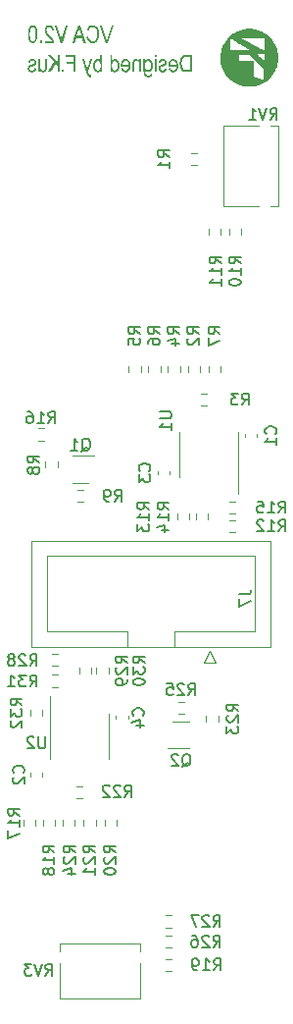
<source format=gbr>
%TF.GenerationSoftware,KiCad,Pcbnew,7.0.9*%
%TF.CreationDate,2024-11-09T18:40:38+13:00*%
%TF.ProjectId,VCA,5643412e-6b69-4636-9164-5f7063625858,rev?*%
%TF.SameCoordinates,Original*%
%TF.FileFunction,Legend,Bot*%
%TF.FilePolarity,Positive*%
%FSLAX46Y46*%
G04 Gerber Fmt 4.6, Leading zero omitted, Abs format (unit mm)*
G04 Created by KiCad (PCBNEW 7.0.9) date 2024-11-09 18:40:38*
%MOMM*%
%LPD*%
G01*
G04 APERTURE LIST*
%ADD10C,0.150000*%
%ADD11C,0.120000*%
G04 APERTURE END LIST*
D10*
G36*
X108772278Y-27725000D02*
G01*
X109252215Y-26224371D01*
X109075261Y-26224371D01*
X108752494Y-27311741D01*
X108747905Y-27327697D01*
X108743387Y-27343603D01*
X108738940Y-27359457D01*
X108734565Y-27375259D01*
X108730262Y-27391010D01*
X108726030Y-27406709D01*
X108721870Y-27422357D01*
X108717781Y-27437953D01*
X108713764Y-27453498D01*
X108709819Y-27468991D01*
X108705945Y-27484433D01*
X108702142Y-27499823D01*
X108698411Y-27515162D01*
X108694752Y-27530449D01*
X108691164Y-27545684D01*
X108687648Y-27560868D01*
X108683998Y-27545083D01*
X108680286Y-27529327D01*
X108676511Y-27513599D01*
X108672673Y-27497899D01*
X108668771Y-27482229D01*
X108664807Y-27466587D01*
X108660780Y-27450973D01*
X108656690Y-27435389D01*
X108652537Y-27419832D01*
X108648321Y-27404305D01*
X108644042Y-27388806D01*
X108639700Y-27373336D01*
X108635295Y-27357894D01*
X108630827Y-27342481D01*
X108626296Y-27327096D01*
X108621702Y-27311741D01*
X108286845Y-26224371D01*
X108120150Y-26224371D01*
X108604117Y-27725000D01*
X108772278Y-27725000D01*
G37*
G36*
X107100191Y-27185711D02*
G01*
X106935327Y-27232606D01*
X106938819Y-27248734D01*
X106942472Y-27264604D01*
X106946284Y-27280216D01*
X106950257Y-27295569D01*
X106954390Y-27310664D01*
X106958683Y-27325501D01*
X106963137Y-27340079D01*
X106967751Y-27354399D01*
X106972525Y-27368461D01*
X106977459Y-27382264D01*
X106987809Y-27409096D01*
X106998800Y-27434895D01*
X107010432Y-27459660D01*
X107022705Y-27483392D01*
X107035620Y-27506091D01*
X107049175Y-27527757D01*
X107063372Y-27548389D01*
X107078210Y-27567988D01*
X107093688Y-27586554D01*
X107109808Y-27604086D01*
X107126570Y-27620586D01*
X107143839Y-27636069D01*
X107161575Y-27650553D01*
X107179777Y-27664038D01*
X107198446Y-27676525D01*
X107217581Y-27688012D01*
X107237183Y-27698501D01*
X107257251Y-27707991D01*
X107277786Y-27716482D01*
X107298788Y-27723973D01*
X107320256Y-27730466D01*
X107342191Y-27735960D01*
X107364592Y-27740455D01*
X107387460Y-27743952D01*
X107410794Y-27746449D01*
X107434595Y-27747947D01*
X107458862Y-27748447D01*
X107480190Y-27748122D01*
X107501126Y-27747147D01*
X107521669Y-27745523D01*
X107541821Y-27743249D01*
X107561580Y-27740325D01*
X107580947Y-27736752D01*
X107599922Y-27732529D01*
X107618505Y-27727656D01*
X107636696Y-27722133D01*
X107654495Y-27715961D01*
X107671901Y-27709139D01*
X107688916Y-27701667D01*
X107705538Y-27693545D01*
X107721768Y-27684774D01*
X107737607Y-27675353D01*
X107753053Y-27665282D01*
X107768131Y-27654494D01*
X107782865Y-27642922D01*
X107797257Y-27630566D01*
X107811304Y-27617426D01*
X107825009Y-27603501D01*
X107838370Y-27588792D01*
X107851387Y-27573299D01*
X107864061Y-27557021D01*
X107876391Y-27539960D01*
X107888378Y-27522114D01*
X107900022Y-27503484D01*
X107911322Y-27484069D01*
X107922278Y-27463871D01*
X107932892Y-27442888D01*
X107943161Y-27421120D01*
X107953087Y-27398569D01*
X107962493Y-27375321D01*
X107971291Y-27351554D01*
X107979483Y-27327270D01*
X107987068Y-27302467D01*
X107994046Y-27277146D01*
X108000417Y-27251308D01*
X108006182Y-27224951D01*
X108011339Y-27198076D01*
X108015890Y-27170683D01*
X108019834Y-27142772D01*
X108023172Y-27114343D01*
X108025902Y-27085396D01*
X108027040Y-27070728D01*
X108028026Y-27055931D01*
X108028860Y-27041004D01*
X108029543Y-27025948D01*
X108030074Y-27010762D01*
X108030453Y-26995447D01*
X108030681Y-26980002D01*
X108030757Y-26964427D01*
X108030681Y-26949068D01*
X108030453Y-26933857D01*
X108030074Y-26918795D01*
X108029543Y-26903880D01*
X108028860Y-26889113D01*
X108027040Y-26860025D01*
X108024613Y-26831528D01*
X108021579Y-26803624D01*
X108017938Y-26776313D01*
X108013691Y-26749594D01*
X108008836Y-26723468D01*
X108003375Y-26697934D01*
X107997307Y-26672993D01*
X107990633Y-26648644D01*
X107983351Y-26624887D01*
X107975463Y-26601723D01*
X107966968Y-26579152D01*
X107957866Y-26557173D01*
X107953087Y-26546406D01*
X107943120Y-26525347D01*
X107932726Y-26504944D01*
X107921905Y-26485196D01*
X107910658Y-26466103D01*
X107898984Y-26447666D01*
X107886884Y-26429885D01*
X107874358Y-26412759D01*
X107861405Y-26396288D01*
X107848025Y-26380473D01*
X107834219Y-26365313D01*
X107819987Y-26350809D01*
X107805328Y-26336960D01*
X107790243Y-26323766D01*
X107774731Y-26311228D01*
X107758793Y-26299346D01*
X107742428Y-26288119D01*
X107725683Y-26277560D01*
X107708694Y-26267683D01*
X107691462Y-26258486D01*
X107673987Y-26249971D01*
X107656268Y-26242137D01*
X107638306Y-26234985D01*
X107620101Y-26228513D01*
X107601652Y-26222723D01*
X107582961Y-26217614D01*
X107564026Y-26213186D01*
X107544847Y-26209439D01*
X107525426Y-26206374D01*
X107505761Y-26203990D01*
X107485853Y-26202287D01*
X107465701Y-26201265D01*
X107445307Y-26200924D01*
X107423110Y-26201366D01*
X107401308Y-26202693D01*
X107379902Y-26204904D01*
X107358890Y-26208000D01*
X107338274Y-26211979D01*
X107318052Y-26216844D01*
X107298226Y-26222593D01*
X107278794Y-26229226D01*
X107259757Y-26236743D01*
X107241116Y-26245145D01*
X107222869Y-26254432D01*
X107205017Y-26264603D01*
X107187561Y-26275658D01*
X107170499Y-26287598D01*
X107153832Y-26300422D01*
X107137561Y-26314131D01*
X107121742Y-26328695D01*
X107106528Y-26344087D01*
X107091918Y-26360305D01*
X107077912Y-26377351D01*
X107064510Y-26395225D01*
X107051711Y-26413925D01*
X107039517Y-26433452D01*
X107027926Y-26453807D01*
X107016939Y-26474989D01*
X107006557Y-26496998D01*
X106996778Y-26519834D01*
X106987603Y-26543498D01*
X106979032Y-26567988D01*
X106971065Y-26593306D01*
X106963702Y-26619451D01*
X106956943Y-26646423D01*
X107117777Y-26693318D01*
X107123091Y-26673122D01*
X107128729Y-26653567D01*
X107134692Y-26634654D01*
X107140978Y-26616381D01*
X107147589Y-26598750D01*
X107154524Y-26581760D01*
X107161782Y-26565411D01*
X107169366Y-26549703D01*
X107177273Y-26534636D01*
X107185504Y-26520211D01*
X107194060Y-26506426D01*
X107202939Y-26493283D01*
X107212143Y-26480781D01*
X107221671Y-26468920D01*
X107231523Y-26457700D01*
X107241700Y-26447121D01*
X107263025Y-26427887D01*
X107285646Y-26411217D01*
X107309564Y-26397112D01*
X107334779Y-26385572D01*
X107361290Y-26376596D01*
X107389098Y-26370184D01*
X107418203Y-26366338D01*
X107433241Y-26365376D01*
X107448604Y-26365055D01*
X107463954Y-26365303D01*
X107479046Y-26366046D01*
X107493881Y-26367284D01*
X107508459Y-26369017D01*
X107529842Y-26372545D01*
X107550645Y-26377187D01*
X107570869Y-26382943D01*
X107590513Y-26389814D01*
X107609577Y-26397798D01*
X107628062Y-26406897D01*
X107645968Y-26417109D01*
X107663293Y-26428436D01*
X107679942Y-26440942D01*
X107695953Y-26454690D01*
X107711326Y-26469681D01*
X107726062Y-26485915D01*
X107735531Y-26497429D01*
X107744718Y-26509494D01*
X107753621Y-26522113D01*
X107762240Y-26535283D01*
X107770576Y-26549006D01*
X107778629Y-26563281D01*
X107786399Y-26578109D01*
X107793885Y-26593489D01*
X107801088Y-26609422D01*
X107808007Y-26625907D01*
X107814529Y-26642900D01*
X107820630Y-26660448D01*
X107826310Y-26678552D01*
X107831569Y-26697210D01*
X107836408Y-26716424D01*
X107840825Y-26736194D01*
X107844822Y-26756518D01*
X107848399Y-26777398D01*
X107851554Y-26798833D01*
X107854289Y-26820824D01*
X107856603Y-26843370D01*
X107858497Y-26866471D01*
X107859969Y-26890127D01*
X107861021Y-26914338D01*
X107861652Y-26939105D01*
X107861863Y-26964427D01*
X107861756Y-26983647D01*
X107861436Y-27002565D01*
X107860903Y-27021180D01*
X107860157Y-27039492D01*
X107859197Y-27057501D01*
X107858024Y-27075208D01*
X107856638Y-27092612D01*
X107855039Y-27109714D01*
X107853227Y-27126512D01*
X107851201Y-27143008D01*
X107848962Y-27159202D01*
X107846510Y-27175092D01*
X107843844Y-27190680D01*
X107840966Y-27205966D01*
X107837874Y-27220948D01*
X107834569Y-27235628D01*
X107831050Y-27250006D01*
X107823374Y-27277852D01*
X107814844Y-27304488D01*
X107805462Y-27329913D01*
X107795227Y-27354128D01*
X107784138Y-27377131D01*
X107772197Y-27398924D01*
X107759403Y-27419506D01*
X107752686Y-27429344D01*
X107738756Y-27448110D01*
X107724259Y-27465665D01*
X107709195Y-27482010D01*
X107693564Y-27497144D01*
X107677367Y-27511067D01*
X107660603Y-27523780D01*
X107643272Y-27535281D01*
X107625375Y-27545573D01*
X107606910Y-27554653D01*
X107587879Y-27562523D01*
X107568282Y-27569182D01*
X107548118Y-27574630D01*
X107527386Y-27578867D01*
X107506089Y-27581894D01*
X107484224Y-27583710D01*
X107461793Y-27584316D01*
X107445219Y-27583929D01*
X107428929Y-27582770D01*
X107412922Y-27580838D01*
X107397198Y-27578133D01*
X107381758Y-27574656D01*
X107366601Y-27570405D01*
X107351728Y-27565382D01*
X107337137Y-27559586D01*
X107322831Y-27553017D01*
X107308807Y-27545676D01*
X107295067Y-27537561D01*
X107281610Y-27528674D01*
X107268437Y-27519014D01*
X107255547Y-27508581D01*
X107242940Y-27497376D01*
X107230617Y-27485397D01*
X107218687Y-27472635D01*
X107207261Y-27459076D01*
X107196339Y-27444722D01*
X107185921Y-27429573D01*
X107176006Y-27413627D01*
X107166595Y-27396886D01*
X107157688Y-27379349D01*
X107149284Y-27361017D01*
X107141384Y-27341888D01*
X107133988Y-27321964D01*
X107127096Y-27301245D01*
X107120708Y-27279730D01*
X107114823Y-27257419D01*
X107109442Y-27234312D01*
X107104565Y-27210409D01*
X107100191Y-27185711D01*
G37*
G36*
X106872679Y-27725000D02*
G01*
X106698290Y-27725000D01*
X106562369Y-27302948D01*
X106045062Y-27302948D01*
X105900715Y-27725000D01*
X105713503Y-27725000D01*
X105919342Y-27115369D01*
X106095621Y-27115369D01*
X106515108Y-27115369D01*
X106379187Y-26671702D01*
X106373858Y-26653788D01*
X106368682Y-26635856D01*
X106363658Y-26617907D01*
X106358785Y-26599941D01*
X106354063Y-26581957D01*
X106349494Y-26563957D01*
X106345076Y-26545939D01*
X106340810Y-26527904D01*
X106336695Y-26509852D01*
X106332733Y-26491783D01*
X106328922Y-26473697D01*
X106325262Y-26455593D01*
X106321755Y-26437472D01*
X106318399Y-26419334D01*
X106315194Y-26401179D01*
X106312142Y-26383007D01*
X106308537Y-26398357D01*
X106304683Y-26414274D01*
X106300580Y-26430758D01*
X106296228Y-26447808D01*
X106291627Y-26465425D01*
X106286777Y-26483609D01*
X106281678Y-26502359D01*
X106276330Y-26521676D01*
X106270733Y-26541560D01*
X106264887Y-26562010D01*
X106258791Y-26583028D01*
X106252447Y-26604612D01*
X106245854Y-26626762D01*
X106239012Y-26649480D01*
X106231921Y-26672764D01*
X106224581Y-26696615D01*
X106095621Y-27115369D01*
X105919342Y-27115369D01*
X106220184Y-26224371D01*
X106396406Y-26224371D01*
X106872679Y-27725000D01*
G37*
G36*
X104850715Y-27725000D02*
G01*
X105330652Y-26224371D01*
X105153698Y-26224371D01*
X104830931Y-27311741D01*
X104826342Y-27327697D01*
X104821824Y-27343603D01*
X104817377Y-27359457D01*
X104813002Y-27375259D01*
X104808699Y-27391010D01*
X104804467Y-27406709D01*
X104800307Y-27422357D01*
X104796218Y-27437953D01*
X104792201Y-27453498D01*
X104788255Y-27468991D01*
X104784381Y-27484433D01*
X104780579Y-27499823D01*
X104776848Y-27515162D01*
X104773189Y-27530449D01*
X104769601Y-27545684D01*
X104766085Y-27560868D01*
X104762435Y-27545083D01*
X104758723Y-27529327D01*
X104754948Y-27513599D01*
X104751109Y-27497899D01*
X104747208Y-27482229D01*
X104743244Y-27466587D01*
X104739217Y-27450973D01*
X104735127Y-27435389D01*
X104730974Y-27419832D01*
X104726758Y-27404305D01*
X104722479Y-27388806D01*
X104718137Y-27373336D01*
X104713732Y-27357894D01*
X104709264Y-27342481D01*
X104704733Y-27327096D01*
X104700139Y-27311741D01*
X104365282Y-26224371D01*
X104198586Y-26224371D01*
X104682554Y-27725000D01*
X104850715Y-27725000D01*
G37*
G36*
X103320778Y-27560868D02*
G01*
X103320778Y-27725000D01*
X104139968Y-27725000D01*
X104139955Y-27704859D01*
X104138680Y-27684282D01*
X104136143Y-27663266D01*
X104132343Y-27641812D01*
X104129109Y-27627266D01*
X104125314Y-27612526D01*
X104120957Y-27597591D01*
X104116040Y-27582461D01*
X104110562Y-27567137D01*
X104104522Y-27551618D01*
X104097922Y-27535904D01*
X104090761Y-27519996D01*
X104083039Y-27503893D01*
X104074755Y-27487595D01*
X104065746Y-27470970D01*
X104055847Y-27453976D01*
X104045058Y-27436612D01*
X104033379Y-27418879D01*
X104020810Y-27400777D01*
X104007350Y-27382306D01*
X103993000Y-27363465D01*
X103977760Y-27344255D01*
X103961630Y-27324676D01*
X103944610Y-27304728D01*
X103926700Y-27284411D01*
X103907899Y-27263724D01*
X103888209Y-27242668D01*
X103878029Y-27232002D01*
X103867628Y-27221243D01*
X103857004Y-27210392D01*
X103846157Y-27199449D01*
X103835088Y-27188413D01*
X103823796Y-27177285D01*
X103810613Y-27163985D01*
X103797718Y-27150875D01*
X103785111Y-27137956D01*
X103772791Y-27125227D01*
X103760759Y-27112688D01*
X103749014Y-27100340D01*
X103737558Y-27088182D01*
X103726389Y-27076214D01*
X103715507Y-27064437D01*
X103704913Y-27052850D01*
X103694607Y-27041453D01*
X103684589Y-27030247D01*
X103674858Y-27019231D01*
X103656259Y-26997770D01*
X103638811Y-26977070D01*
X103622514Y-26957132D01*
X103607367Y-26937955D01*
X103593370Y-26919540D01*
X103580525Y-26901886D01*
X103568830Y-26884993D01*
X103558285Y-26868861D01*
X103548892Y-26853491D01*
X103544626Y-26846092D01*
X103536641Y-26831501D01*
X103529170Y-26817040D01*
X103522215Y-26802708D01*
X103515775Y-26788504D01*
X103509850Y-26774429D01*
X103504441Y-26760483D01*
X103499546Y-26746665D01*
X103493171Y-26726181D01*
X103487954Y-26705986D01*
X103483897Y-26686081D01*
X103480999Y-26666466D01*
X103479260Y-26647140D01*
X103478681Y-26628105D01*
X103479273Y-26606640D01*
X103481050Y-26585936D01*
X103484013Y-26565991D01*
X103488160Y-26546806D01*
X103493493Y-26528382D01*
X103500010Y-26510717D01*
X103507712Y-26493812D01*
X103516599Y-26477667D01*
X103526671Y-26462281D01*
X103537929Y-26447656D01*
X103546092Y-26438328D01*
X103559008Y-26425234D01*
X103572478Y-26413427D01*
X103586503Y-26402908D01*
X103601081Y-26393678D01*
X103616212Y-26385735D01*
X103631898Y-26379080D01*
X103648138Y-26373714D01*
X103664931Y-26369635D01*
X103682278Y-26366844D01*
X103700179Y-26365342D01*
X103712421Y-26365055D01*
X103732007Y-26365748D01*
X103750924Y-26367825D01*
X103769170Y-26371286D01*
X103786747Y-26376132D01*
X103803654Y-26382363D01*
X103819892Y-26389978D01*
X103835459Y-26398978D01*
X103850357Y-26409363D01*
X103864585Y-26421132D01*
X103878144Y-26434285D01*
X103886810Y-26443824D01*
X103898923Y-26459195D01*
X103909844Y-26475770D01*
X103919574Y-26493550D01*
X103928112Y-26512534D01*
X103935459Y-26532722D01*
X103939695Y-26546850D01*
X103943402Y-26561514D01*
X103946579Y-26576712D01*
X103949226Y-26592446D01*
X103951345Y-26608714D01*
X103952933Y-26625518D01*
X103953992Y-26642858D01*
X103954522Y-26660732D01*
X103954588Y-26669870D01*
X104111392Y-26646423D01*
X104108979Y-26619146D01*
X104105862Y-26592728D01*
X104102041Y-26567168D01*
X104097516Y-26542467D01*
X104092286Y-26518625D01*
X104086353Y-26495641D01*
X104079715Y-26473516D01*
X104072374Y-26452250D01*
X104064328Y-26431842D01*
X104055578Y-26412293D01*
X104046124Y-26393603D01*
X104035966Y-26375771D01*
X104025104Y-26358799D01*
X104013538Y-26342684D01*
X104001268Y-26327429D01*
X103988293Y-26313032D01*
X103974702Y-26299456D01*
X103960581Y-26286756D01*
X103945931Y-26274933D01*
X103930751Y-26263985D01*
X103915042Y-26253912D01*
X103898803Y-26244716D01*
X103882035Y-26236396D01*
X103864737Y-26228951D01*
X103846910Y-26222382D01*
X103828553Y-26216689D01*
X103809666Y-26211872D01*
X103790250Y-26207931D01*
X103770305Y-26204865D01*
X103749830Y-26202676D01*
X103728826Y-26201362D01*
X103707292Y-26200924D01*
X103683975Y-26201434D01*
X103661376Y-26202962D01*
X103639496Y-26205509D01*
X103618334Y-26209076D01*
X103597891Y-26213661D01*
X103578166Y-26219265D01*
X103559159Y-26225888D01*
X103540871Y-26233531D01*
X103523301Y-26242192D01*
X103506450Y-26251872D01*
X103490317Y-26262571D01*
X103474902Y-26274289D01*
X103460206Y-26287025D01*
X103446229Y-26300781D01*
X103432969Y-26315556D01*
X103420429Y-26331350D01*
X103408628Y-26347792D01*
X103397588Y-26364512D01*
X103387310Y-26381509D01*
X103377793Y-26398784D01*
X103369037Y-26416336D01*
X103361043Y-26434167D01*
X103353810Y-26452274D01*
X103347339Y-26470660D01*
X103341629Y-26489323D01*
X103336680Y-26508264D01*
X103332493Y-26527482D01*
X103329067Y-26546978D01*
X103326402Y-26566752D01*
X103324498Y-26586803D01*
X103323356Y-26607132D01*
X103322976Y-26627739D01*
X103323273Y-26646101D01*
X103324166Y-26664369D01*
X103325655Y-26682543D01*
X103327738Y-26700622D01*
X103330418Y-26718607D01*
X103333692Y-26736497D01*
X103337562Y-26754293D01*
X103342027Y-26771994D01*
X103347087Y-26789601D01*
X103352743Y-26807114D01*
X103358994Y-26824532D01*
X103365840Y-26841856D01*
X103373282Y-26859085D01*
X103381319Y-26876219D01*
X103389952Y-26893260D01*
X103399180Y-26910205D01*
X103409242Y-26927402D01*
X103420377Y-26945285D01*
X103432586Y-26963855D01*
X103445868Y-26983112D01*
X103460224Y-27003056D01*
X103475652Y-27023687D01*
X103492154Y-27045005D01*
X103509730Y-27067009D01*
X103528379Y-27089701D01*
X103538106Y-27101304D01*
X103548101Y-27113080D01*
X103558364Y-27125026D01*
X103568896Y-27137145D01*
X103579697Y-27149436D01*
X103590765Y-27161898D01*
X103602102Y-27174531D01*
X103613707Y-27187337D01*
X103625581Y-27200314D01*
X103637723Y-27213463D01*
X103650133Y-27226784D01*
X103662812Y-27240277D01*
X103675758Y-27253941D01*
X103688974Y-27267777D01*
X103705587Y-27284967D01*
X103721448Y-27301460D01*
X103736557Y-27317253D01*
X103750912Y-27332349D01*
X103764515Y-27346746D01*
X103777365Y-27360444D01*
X103789462Y-27373444D01*
X103800806Y-27385746D01*
X103811398Y-27397350D01*
X103821237Y-27408255D01*
X103834584Y-27423303D01*
X103846237Y-27436780D01*
X103856196Y-27448685D01*
X103864462Y-27459019D01*
X103874125Y-27471750D01*
X103883330Y-27484481D01*
X103892077Y-27497213D01*
X103900366Y-27509944D01*
X103908197Y-27522675D01*
X103915570Y-27535406D01*
X103924142Y-27551320D01*
X103928942Y-27560868D01*
X103320778Y-27560868D01*
G37*
G36*
X103074947Y-27725000D02*
G01*
X103074947Y-27513974D01*
X102902023Y-27513974D01*
X102902023Y-27725000D01*
X103074947Y-27725000D01*
G37*
G36*
X102307813Y-26201691D02*
G01*
X102331634Y-26203992D01*
X102354696Y-26207828D01*
X102377000Y-26213197D01*
X102398546Y-26220101D01*
X102419333Y-26228539D01*
X102439361Y-26238511D01*
X102458631Y-26250017D01*
X102477142Y-26263057D01*
X102494895Y-26277632D01*
X102511890Y-26293740D01*
X102528126Y-26311383D01*
X102543603Y-26330560D01*
X102558322Y-26351271D01*
X102572282Y-26373516D01*
X102585484Y-26397295D01*
X102591796Y-26409749D01*
X102603817Y-26435741D01*
X102609527Y-26449279D01*
X102615037Y-26463178D01*
X102620346Y-26477439D01*
X102625455Y-26492061D01*
X102630364Y-26507044D01*
X102635072Y-26522389D01*
X102639580Y-26538095D01*
X102643888Y-26554163D01*
X102647995Y-26570591D01*
X102651902Y-26587382D01*
X102655609Y-26604533D01*
X102659115Y-26622046D01*
X102662421Y-26639920D01*
X102665526Y-26658156D01*
X102668432Y-26676753D01*
X102671136Y-26695711D01*
X102673641Y-26715031D01*
X102675945Y-26734712D01*
X102678049Y-26754754D01*
X102679952Y-26775158D01*
X102681655Y-26795923D01*
X102683158Y-26817049D01*
X102684460Y-26838537D01*
X102685562Y-26860386D01*
X102686464Y-26882596D01*
X102687165Y-26905168D01*
X102687666Y-26928101D01*
X102687966Y-26951396D01*
X102688066Y-26975052D01*
X102687956Y-27001435D01*
X102687626Y-27027326D01*
X102687075Y-27052724D01*
X102686303Y-27077628D01*
X102685312Y-27102040D01*
X102684099Y-27125958D01*
X102682667Y-27149384D01*
X102681014Y-27172316D01*
X102679141Y-27194756D01*
X102677047Y-27216702D01*
X102674733Y-27238155D01*
X102672198Y-27259116D01*
X102669443Y-27279583D01*
X102666468Y-27299558D01*
X102663272Y-27319039D01*
X102659856Y-27338027D01*
X102656220Y-27356523D01*
X102652363Y-27374525D01*
X102648286Y-27392034D01*
X102643988Y-27409050D01*
X102639470Y-27425574D01*
X102634732Y-27441604D01*
X102629773Y-27457141D01*
X102624594Y-27472185D01*
X102619194Y-27486736D01*
X102613574Y-27500795D01*
X102601673Y-27527432D01*
X102588891Y-27552097D01*
X102575226Y-27574790D01*
X102560869Y-27595819D01*
X102546009Y-27615491D01*
X102530644Y-27633806D01*
X102514776Y-27650765D01*
X102498404Y-27666367D01*
X102481529Y-27680612D01*
X102464149Y-27693501D01*
X102446266Y-27705033D01*
X102427879Y-27715208D01*
X102408988Y-27724026D01*
X102389594Y-27731488D01*
X102369696Y-27737593D01*
X102349294Y-27742342D01*
X102328388Y-27745733D01*
X102306979Y-27747768D01*
X102285066Y-27748447D01*
X102260356Y-27747678D01*
X102236419Y-27745373D01*
X102213256Y-27741530D01*
X102190864Y-27736151D01*
X102169246Y-27729234D01*
X102148400Y-27720781D01*
X102128328Y-27710790D01*
X102109028Y-27699262D01*
X102090501Y-27686198D01*
X102072746Y-27671596D01*
X102055765Y-27655458D01*
X102039556Y-27637782D01*
X102024120Y-27618569D01*
X102009457Y-27597820D01*
X101995566Y-27575533D01*
X101982449Y-27551709D01*
X101976160Y-27539212D01*
X101964182Y-27513149D01*
X101958492Y-27499582D01*
X101953002Y-27485660D01*
X101947712Y-27471381D01*
X101942621Y-27456746D01*
X101937730Y-27441754D01*
X101933038Y-27426406D01*
X101928546Y-27410702D01*
X101924254Y-27394641D01*
X101920161Y-27378224D01*
X101916268Y-27361451D01*
X101912575Y-27344321D01*
X101909081Y-27326835D01*
X101905787Y-27308993D01*
X101902693Y-27290794D01*
X101899798Y-27272239D01*
X101897103Y-27253328D01*
X101894607Y-27234060D01*
X101892311Y-27214436D01*
X101890215Y-27194455D01*
X101888319Y-27174119D01*
X101886622Y-27153425D01*
X101885124Y-27132376D01*
X101883827Y-27110970D01*
X101882729Y-27089208D01*
X101881830Y-27067089D01*
X101881132Y-27044615D01*
X101880633Y-27021783D01*
X101880333Y-26998596D01*
X101880233Y-26975052D01*
X101880235Y-26974685D01*
X102036671Y-26974685D01*
X102036740Y-26996942D01*
X102036946Y-27018739D01*
X102037289Y-27040078D01*
X102037770Y-27060959D01*
X102038388Y-27081380D01*
X102039144Y-27101343D01*
X102040037Y-27120847D01*
X102041067Y-27139893D01*
X102042235Y-27158480D01*
X102043540Y-27176608D01*
X102044983Y-27194278D01*
X102046563Y-27211488D01*
X102048280Y-27228241D01*
X102050135Y-27244534D01*
X102052127Y-27260369D01*
X102054256Y-27275745D01*
X102056523Y-27290663D01*
X102058927Y-27305122D01*
X102064148Y-27332663D01*
X102069918Y-27358370D01*
X102076238Y-27382243D01*
X102083107Y-27404280D01*
X102090526Y-27424483D01*
X102098495Y-27442852D01*
X102107013Y-27459385D01*
X102111419Y-27467072D01*
X102120433Y-27481712D01*
X102129712Y-27495376D01*
X102139257Y-27508064D01*
X102149069Y-27519776D01*
X102159147Y-27530513D01*
X102174763Y-27544787D01*
X102190978Y-27556865D01*
X102207792Y-27566747D01*
X102225204Y-27574433D01*
X102243216Y-27579924D01*
X102261826Y-27583218D01*
X102281036Y-27584316D01*
X102287889Y-27584195D01*
X102307986Y-27582386D01*
X102327388Y-27578408D01*
X102346094Y-27572259D01*
X102364105Y-27563939D01*
X102381420Y-27553449D01*
X102398039Y-27540789D01*
X102413963Y-27525959D01*
X102424193Y-27514867D01*
X102434113Y-27502810D01*
X102443724Y-27489788D01*
X102453027Y-27475802D01*
X102462020Y-27460851D01*
X102470538Y-27444483D01*
X102478506Y-27426247D01*
X102485925Y-27406141D01*
X102492794Y-27384166D01*
X102499114Y-27360323D01*
X102504884Y-27334610D01*
X102510105Y-27307028D01*
X102512509Y-27292536D01*
X102514776Y-27277577D01*
X102516906Y-27262151D01*
X102518898Y-27246257D01*
X102520752Y-27229896D01*
X102522470Y-27213068D01*
X102524050Y-27195773D01*
X102525492Y-27178010D01*
X102526798Y-27159781D01*
X102527965Y-27141084D01*
X102528996Y-27121919D01*
X102529889Y-27102288D01*
X102530644Y-27082189D01*
X102531263Y-27061623D01*
X102531743Y-27040589D01*
X102532087Y-27019089D01*
X102532293Y-26997121D01*
X102532362Y-26974685D01*
X102532294Y-26952429D01*
X102532090Y-26930632D01*
X102531750Y-26909293D01*
X102531274Y-26888412D01*
X102530662Y-26867991D01*
X102529914Y-26848028D01*
X102529031Y-26828524D01*
X102528011Y-26809478D01*
X102526855Y-26790891D01*
X102525564Y-26772763D01*
X102524136Y-26755093D01*
X102522573Y-26737882D01*
X102520873Y-26721130D01*
X102519038Y-26704837D01*
X102517067Y-26689002D01*
X102514959Y-26673626D01*
X102510337Y-26644249D01*
X102505171Y-26616708D01*
X102499460Y-26591000D01*
X102493206Y-26567128D01*
X102486409Y-26545090D01*
X102479067Y-26524887D01*
X102471182Y-26506519D01*
X102462752Y-26489986D01*
X102458369Y-26482299D01*
X102449408Y-26467659D01*
X102440186Y-26453995D01*
X102430703Y-26441307D01*
X102420960Y-26429594D01*
X102410957Y-26418858D01*
X102395463Y-26404584D01*
X102379383Y-26392506D01*
X102362718Y-26382624D01*
X102345466Y-26374938D01*
X102327628Y-26369447D01*
X102309205Y-26366153D01*
X102290195Y-26365055D01*
X102283206Y-26365176D01*
X102262735Y-26366979D01*
X102243004Y-26370946D01*
X102224013Y-26377077D01*
X102205763Y-26385371D01*
X102188254Y-26395830D01*
X102171485Y-26408452D01*
X102155457Y-26423239D01*
X102145183Y-26434298D01*
X102135239Y-26446320D01*
X102125623Y-26459303D01*
X102116336Y-26473247D01*
X102107379Y-26488154D01*
X102098817Y-26504437D01*
X102090807Y-26522603D01*
X102083349Y-26542653D01*
X102076444Y-26564586D01*
X102070092Y-26588403D01*
X102064291Y-26614103D01*
X102059043Y-26641686D01*
X102056627Y-26656184D01*
X102054348Y-26671153D01*
X102052207Y-26686592D01*
X102050205Y-26702503D01*
X102048340Y-26718884D01*
X102046614Y-26735736D01*
X102045026Y-26753059D01*
X102043576Y-26770852D01*
X102042264Y-26789117D01*
X102041090Y-26807852D01*
X102040054Y-26827059D01*
X102039157Y-26846736D01*
X102038397Y-26866884D01*
X102037776Y-26887502D01*
X102037292Y-26908592D01*
X102036947Y-26930152D01*
X102036740Y-26952183D01*
X102036671Y-26974685D01*
X101880235Y-26974685D01*
X101880354Y-26948853D01*
X101880716Y-26923105D01*
X101881318Y-26897808D01*
X101882162Y-26872962D01*
X101883248Y-26848567D01*
X101884574Y-26824622D01*
X101886141Y-26801128D01*
X101887950Y-26778085D01*
X101890000Y-26755493D01*
X101892290Y-26733352D01*
X101894822Y-26711661D01*
X101897595Y-26690421D01*
X101900610Y-26669632D01*
X101903865Y-26649294D01*
X101907362Y-26629406D01*
X101911099Y-26609970D01*
X101915078Y-26590984D01*
X101919298Y-26572449D01*
X101923759Y-26554365D01*
X101928462Y-26536731D01*
X101933405Y-26519549D01*
X101938590Y-26502817D01*
X101944015Y-26486536D01*
X101949682Y-26470706D01*
X101955590Y-26455326D01*
X101961739Y-26440398D01*
X101968130Y-26425920D01*
X101974761Y-26411893D01*
X101981634Y-26398316D01*
X101988747Y-26385191D01*
X102003698Y-26360293D01*
X102016768Y-26340994D01*
X102030425Y-26322941D01*
X102044669Y-26306132D01*
X102059500Y-26290569D01*
X102074917Y-26276251D01*
X102090921Y-26263177D01*
X102107512Y-26251349D01*
X102124690Y-26240766D01*
X102142454Y-26231428D01*
X102160805Y-26223335D01*
X102179743Y-26216487D01*
X102199268Y-26210885D01*
X102219379Y-26206527D01*
X102240077Y-26203414D01*
X102261362Y-26201547D01*
X102283234Y-26200924D01*
X102307813Y-26201691D01*
G37*
G36*
X116015666Y-30245000D02*
G01*
X115568335Y-30245000D01*
X115544804Y-30244710D01*
X115521841Y-30243843D01*
X115499444Y-30242398D01*
X115477614Y-30240374D01*
X115456350Y-30237772D01*
X115435654Y-30234592D01*
X115415524Y-30230834D01*
X115395960Y-30226498D01*
X115376964Y-30221584D01*
X115358534Y-30216091D01*
X115340671Y-30210020D01*
X115323374Y-30203371D01*
X115306645Y-30196144D01*
X115290482Y-30188339D01*
X115274886Y-30179956D01*
X115259856Y-30170994D01*
X115245277Y-30161294D01*
X115231033Y-30150787D01*
X115217125Y-30139472D01*
X115203550Y-30127351D01*
X115190311Y-30114422D01*
X115177407Y-30100686D01*
X115164837Y-30086143D01*
X115152603Y-30070793D01*
X115140703Y-30054636D01*
X115129138Y-30037672D01*
X115117909Y-30019900D01*
X115107013Y-30001321D01*
X115096453Y-29981936D01*
X115086228Y-29961743D01*
X115076338Y-29940743D01*
X115066782Y-29918935D01*
X115062139Y-29907755D01*
X115053295Y-29884943D01*
X115045040Y-29861530D01*
X115037375Y-29837516D01*
X115030300Y-29812901D01*
X115023814Y-29787685D01*
X115017918Y-29761867D01*
X115012611Y-29735449D01*
X115007894Y-29708430D01*
X115003767Y-29680809D01*
X115000229Y-29652588D01*
X114997281Y-29623765D01*
X114996028Y-29609129D01*
X114994922Y-29594342D01*
X114993964Y-29579404D01*
X114993154Y-29564317D01*
X114992490Y-29549079D01*
X114991974Y-29533691D01*
X114991606Y-29518153D01*
X114991385Y-29502464D01*
X114991311Y-29486625D01*
X114991324Y-29484794D01*
X115160205Y-29484794D01*
X115160434Y-29510667D01*
X115161121Y-29536079D01*
X115162266Y-29561030D01*
X115163869Y-29585521D01*
X115165929Y-29609551D01*
X115168448Y-29633120D01*
X115171425Y-29656228D01*
X115174860Y-29678875D01*
X115178752Y-29701062D01*
X115183103Y-29722787D01*
X115187911Y-29744052D01*
X115193178Y-29764856D01*
X115198902Y-29785199D01*
X115205085Y-29805082D01*
X115211725Y-29824503D01*
X115218823Y-29843464D01*
X115224513Y-29857283D01*
X115233607Y-29877110D01*
X115243370Y-29895854D01*
X115253802Y-29913517D01*
X115264905Y-29930098D01*
X115276677Y-29945597D01*
X115289119Y-29960014D01*
X115302231Y-29973349D01*
X115316013Y-29985602D01*
X115330464Y-29996773D01*
X115345585Y-30006863D01*
X115361721Y-30015898D01*
X115379215Y-30024045D01*
X115398068Y-30031303D01*
X115418280Y-30037672D01*
X115432510Y-30041424D01*
X115447343Y-30044781D01*
X115462780Y-30047744D01*
X115478822Y-30050311D01*
X115495467Y-30052484D01*
X115512716Y-30054261D01*
X115530569Y-30055644D01*
X115549026Y-30056631D01*
X115568087Y-30057224D01*
X115587752Y-30057421D01*
X115851534Y-30057421D01*
X115851534Y-28931950D01*
X115591782Y-28931950D01*
X115574178Y-28932064D01*
X115557178Y-28932408D01*
X115540782Y-28932980D01*
X115524989Y-28933782D01*
X115509801Y-28934812D01*
X115488151Y-28936787D01*
X115467859Y-28939277D01*
X115448927Y-28942283D01*
X115431353Y-28945803D01*
X115415138Y-28949839D01*
X115400282Y-28954390D01*
X115382588Y-28961259D01*
X115376509Y-28964021D01*
X115358689Y-28973309D01*
X115341493Y-28984097D01*
X115324921Y-28996386D01*
X115308975Y-29010175D01*
X115293653Y-29025464D01*
X115283786Y-29036491D01*
X115274196Y-29048185D01*
X115264884Y-29060545D01*
X115255849Y-29073573D01*
X115247092Y-29087267D01*
X115238613Y-29101628D01*
X115230411Y-29116656D01*
X115222487Y-29132351D01*
X115214945Y-29148755D01*
X115207890Y-29165908D01*
X115201321Y-29183811D01*
X115195239Y-29202464D01*
X115189643Y-29221867D01*
X115184534Y-29242020D01*
X115179911Y-29262923D01*
X115175775Y-29284576D01*
X115172126Y-29306978D01*
X115168963Y-29330131D01*
X115166287Y-29354033D01*
X115164098Y-29378685D01*
X115162395Y-29404088D01*
X115161178Y-29430240D01*
X115160448Y-29457142D01*
X115160205Y-29484794D01*
X114991324Y-29484794D01*
X114991484Y-29462015D01*
X114992004Y-29437825D01*
X114992870Y-29414055D01*
X114994082Y-29390707D01*
X114995640Y-29367779D01*
X114997545Y-29345272D01*
X114999796Y-29323185D01*
X115002394Y-29301520D01*
X115005337Y-29280275D01*
X115008627Y-29259451D01*
X115012264Y-29239048D01*
X115016247Y-29219065D01*
X115020576Y-29199503D01*
X115025251Y-29180362D01*
X115030273Y-29161642D01*
X115035641Y-29143342D01*
X115041320Y-29125402D01*
X115047273Y-29107851D01*
X115053501Y-29090689D01*
X115060004Y-29073916D01*
X115066782Y-29057533D01*
X115073835Y-29041539D01*
X115081162Y-29025934D01*
X115088764Y-29010718D01*
X115096641Y-28995892D01*
X115104792Y-28981455D01*
X115113219Y-28967407D01*
X115121920Y-28953749D01*
X115130896Y-28940479D01*
X115140147Y-28927599D01*
X115149672Y-28915109D01*
X115159472Y-28903007D01*
X115169477Y-28891332D01*
X115179708Y-28880121D01*
X115190165Y-28869373D01*
X115200849Y-28859089D01*
X115217297Y-28844533D01*
X115234255Y-28831019D01*
X115251721Y-28818549D01*
X115269696Y-28807123D01*
X115288180Y-28796739D01*
X115307173Y-28787399D01*
X115326674Y-28779102D01*
X115346684Y-28771849D01*
X115357287Y-28768521D01*
X115374314Y-28763933D01*
X115392686Y-28759827D01*
X115412404Y-28756205D01*
X115433468Y-28753065D01*
X115448259Y-28751241D01*
X115463648Y-28749631D01*
X115479635Y-28748235D01*
X115496220Y-28747055D01*
X115513403Y-28746089D01*
X115531185Y-28745337D01*
X115549564Y-28744801D01*
X115568542Y-28744479D01*
X115588118Y-28744371D01*
X116015666Y-28744371D01*
X116015666Y-30245000D01*
G37*
G36*
X114444906Y-29120112D02*
G01*
X114466969Y-29121864D01*
X114488538Y-29124783D01*
X114509611Y-29128871D01*
X114530189Y-29134126D01*
X114550271Y-29140549D01*
X114569859Y-29148139D01*
X114588951Y-29156898D01*
X114607549Y-29166824D01*
X114625651Y-29177918D01*
X114643258Y-29190180D01*
X114660370Y-29203609D01*
X114676986Y-29218206D01*
X114693108Y-29233971D01*
X114708734Y-29250904D01*
X114723865Y-29269005D01*
X114731191Y-29278479D01*
X114745144Y-29298220D01*
X114758167Y-29319017D01*
X114770260Y-29340870D01*
X114781423Y-29363779D01*
X114791655Y-29387745D01*
X114800957Y-29412766D01*
X114809329Y-29438844D01*
X114816771Y-29465978D01*
X114823283Y-29494168D01*
X114826190Y-29508659D01*
X114828864Y-29523414D01*
X114831306Y-29538433D01*
X114833515Y-29553716D01*
X114835492Y-29569264D01*
X114837236Y-29585075D01*
X114838748Y-29601150D01*
X114840027Y-29617489D01*
X114841073Y-29634093D01*
X114841887Y-29650960D01*
X114842468Y-29668092D01*
X114842817Y-29685487D01*
X114842934Y-29703147D01*
X114842818Y-29720171D01*
X114842473Y-29736944D01*
X114841897Y-29753465D01*
X114841090Y-29769733D01*
X114840053Y-29785750D01*
X114838786Y-29801516D01*
X114837289Y-29817029D01*
X114835560Y-29832290D01*
X114833602Y-29847300D01*
X114831413Y-29862057D01*
X114826344Y-29890817D01*
X114820353Y-29918569D01*
X114813441Y-29945314D01*
X114805607Y-29971051D01*
X114796852Y-29995780D01*
X114787175Y-30019502D01*
X114776576Y-30042217D01*
X114765055Y-30063924D01*
X114752613Y-30084624D01*
X114739250Y-30104316D01*
X114724964Y-30123000D01*
X114709933Y-30140613D01*
X114694333Y-30157089D01*
X114678163Y-30172429D01*
X114661423Y-30186633D01*
X114644114Y-30199701D01*
X114626235Y-30211632D01*
X114607786Y-30222427D01*
X114588768Y-30232085D01*
X114569181Y-30240607D01*
X114549024Y-30247993D01*
X114528297Y-30254243D01*
X114507000Y-30259356D01*
X114485134Y-30263333D01*
X114462699Y-30266174D01*
X114439694Y-30267879D01*
X114416119Y-30268447D01*
X114397396Y-30268100D01*
X114379053Y-30267061D01*
X114361092Y-30265330D01*
X114343510Y-30262906D01*
X114326310Y-30259789D01*
X114309490Y-30255979D01*
X114293051Y-30251477D01*
X114276992Y-30246282D01*
X114261314Y-30240394D01*
X114246017Y-30233814D01*
X114231101Y-30226541D01*
X114216565Y-30218575D01*
X114202410Y-30209917D01*
X114188636Y-30200566D01*
X114175242Y-30190523D01*
X114162229Y-30179787D01*
X114149654Y-30168369D01*
X114137574Y-30156282D01*
X114125989Y-30143525D01*
X114114899Y-30130099D01*
X114104305Y-30116002D01*
X114094205Y-30101236D01*
X114084601Y-30085800D01*
X114075492Y-30069694D01*
X114066878Y-30052919D01*
X114058759Y-30035473D01*
X114051136Y-30017358D01*
X114044008Y-29998574D01*
X114037374Y-29979119D01*
X114031236Y-29958995D01*
X114025593Y-29938201D01*
X114020446Y-29916737D01*
X114177250Y-29893290D01*
X114186037Y-29918844D01*
X114195637Y-29942749D01*
X114206049Y-29965006D01*
X114217275Y-29985614D01*
X114229313Y-30004573D01*
X114242165Y-30021884D01*
X114255829Y-30037546D01*
X114270306Y-30051559D01*
X114285596Y-30063924D01*
X114301699Y-30074640D01*
X114318615Y-30083708D01*
X114336343Y-30091127D01*
X114354885Y-30096897D01*
X114374239Y-30101018D01*
X114394406Y-30103491D01*
X114415386Y-30104316D01*
X114428905Y-30103969D01*
X114448699Y-30102151D01*
X114467914Y-30098774D01*
X114486549Y-30093839D01*
X114504605Y-30087346D01*
X114522081Y-30079293D01*
X114538977Y-30069683D01*
X114555294Y-30058514D01*
X114571031Y-30045786D01*
X114586189Y-30031500D01*
X114600767Y-30015655D01*
X114610030Y-30004238D01*
X114618770Y-29992151D01*
X114626986Y-29979394D01*
X114634678Y-29965967D01*
X114641847Y-29951871D01*
X114648491Y-29937105D01*
X114654612Y-29921669D01*
X114660209Y-29905563D01*
X114665283Y-29888788D01*
X114669832Y-29871342D01*
X114673858Y-29853227D01*
X114677360Y-29834443D01*
X114680338Y-29814988D01*
X114682792Y-29794864D01*
X114684723Y-29774070D01*
X114686130Y-29752606D01*
X114016416Y-29752606D01*
X114015317Y-29702048D01*
X114015430Y-29684478D01*
X114015772Y-29667170D01*
X114016341Y-29650123D01*
X114017137Y-29633337D01*
X114018161Y-29616813D01*
X114019412Y-29600549D01*
X114020529Y-29588475D01*
X114176151Y-29588475D01*
X114676971Y-29588475D01*
X114676450Y-29579784D01*
X114675030Y-29562739D01*
X114673107Y-29546144D01*
X114670679Y-29529998D01*
X114667748Y-29514302D01*
X114664314Y-29499055D01*
X114660375Y-29484257D01*
X114655933Y-29469909D01*
X114650987Y-29456010D01*
X114642624Y-29436004D01*
X114633127Y-29417009D01*
X114622497Y-29399026D01*
X114610733Y-29382053D01*
X114597836Y-29366092D01*
X114588697Y-29356110D01*
X114574548Y-29342344D01*
X114559871Y-29330028D01*
X114544666Y-29319160D01*
X114528934Y-29309742D01*
X114512673Y-29301772D01*
X114495884Y-29295252D01*
X114478566Y-29290180D01*
X114460721Y-29286558D01*
X114442348Y-29284384D01*
X114423446Y-29283660D01*
X114416410Y-29283756D01*
X114395769Y-29285205D01*
X114375829Y-29288393D01*
X114356592Y-29293320D01*
X114338057Y-29299985D01*
X114320223Y-29308389D01*
X114303092Y-29318532D01*
X114286662Y-29330414D01*
X114270935Y-29344035D01*
X114255909Y-29359394D01*
X114246282Y-29370600D01*
X114236967Y-29382578D01*
X114233846Y-29386905D01*
X114224957Y-29400702D01*
X114216776Y-29415722D01*
X114209304Y-29431966D01*
X114202540Y-29449433D01*
X114196484Y-29468124D01*
X114191136Y-29488039D01*
X114186497Y-29509177D01*
X114183798Y-29523949D01*
X114181414Y-29539265D01*
X114179345Y-29555124D01*
X114177590Y-29571528D01*
X114176151Y-29588475D01*
X114020529Y-29588475D01*
X114020892Y-29584547D01*
X114022598Y-29568806D01*
X114024532Y-29553326D01*
X114026694Y-29538107D01*
X114029083Y-29523149D01*
X114031700Y-29508453D01*
X114037616Y-29479843D01*
X114044443Y-29452279D01*
X114052179Y-29425759D01*
X114060826Y-29400284D01*
X114070383Y-29375853D01*
X114080850Y-29352467D01*
X114092227Y-29330126D01*
X114104515Y-29308830D01*
X114117713Y-29288578D01*
X114131820Y-29269371D01*
X114146608Y-29251226D01*
X114161845Y-29234252D01*
X114177532Y-29218448D01*
X114193667Y-29203815D01*
X114210252Y-29190353D01*
X114227287Y-29178061D01*
X114244771Y-29166940D01*
X114262704Y-29156989D01*
X114281087Y-29148209D01*
X114299919Y-29140600D01*
X114319200Y-29134162D01*
X114338931Y-29128894D01*
X114359111Y-29124796D01*
X114379740Y-29121870D01*
X114400819Y-29120114D01*
X114422347Y-29119528D01*
X114444906Y-29120112D01*
G37*
G36*
X113892218Y-29916737D02*
G01*
X113741643Y-29893290D01*
X113738695Y-29912865D01*
X113734936Y-29931475D01*
X113730366Y-29949118D01*
X113724984Y-29965796D01*
X113718791Y-29981507D01*
X113711787Y-29996252D01*
X113703971Y-30010032D01*
X113695343Y-30022845D01*
X113685904Y-30034693D01*
X113675654Y-30045574D01*
X113668370Y-30052292D01*
X113656828Y-30061589D01*
X113644597Y-30069972D01*
X113631678Y-30077440D01*
X113618069Y-30083994D01*
X113603771Y-30089633D01*
X113588784Y-30094358D01*
X113573108Y-30098168D01*
X113556743Y-30101064D01*
X113539689Y-30103046D01*
X113521946Y-30104112D01*
X113509734Y-30104316D01*
X113491583Y-30103910D01*
X113474224Y-30102693D01*
X113457657Y-30100664D01*
X113441882Y-30097824D01*
X113426899Y-30094173D01*
X113412709Y-30089710D01*
X113395020Y-30082497D01*
X113378740Y-30073842D01*
X113363868Y-30063744D01*
X113356960Y-30058154D01*
X113344252Y-30046230D01*
X113333238Y-30033539D01*
X113323919Y-30020080D01*
X113316294Y-30005855D01*
X113310363Y-29990863D01*
X113306127Y-29975104D01*
X113303585Y-29958577D01*
X113302738Y-29941284D01*
X113303465Y-29926417D01*
X113306419Y-29909042D01*
X113311644Y-29893008D01*
X113319141Y-29878316D01*
X113328910Y-29864965D01*
X113340951Y-29852956D01*
X113349266Y-29846395D01*
X113364413Y-29837126D01*
X113378060Y-29830417D01*
X113394547Y-29823284D01*
X113408775Y-29817657D01*
X113424600Y-29811791D01*
X113442022Y-29805687D01*
X113461042Y-29799345D01*
X113481658Y-29792764D01*
X113496290Y-29788245D01*
X113503872Y-29785945D01*
X113525533Y-29779183D01*
X113546279Y-29772544D01*
X113566108Y-29766028D01*
X113585022Y-29759636D01*
X113603019Y-29753366D01*
X113620101Y-29747219D01*
X113636267Y-29741196D01*
X113651517Y-29735295D01*
X113665851Y-29729518D01*
X113685635Y-29721082D01*
X113703357Y-29712924D01*
X113719020Y-29705043D01*
X113732621Y-29697438D01*
X113740543Y-29692522D01*
X113755055Y-29682407D01*
X113768731Y-29671479D01*
X113781571Y-29659738D01*
X113793575Y-29647185D01*
X113804743Y-29633818D01*
X113815076Y-29619639D01*
X113824573Y-29604646D01*
X113833234Y-29588841D01*
X113840962Y-29572263D01*
X113847659Y-29555136D01*
X113853326Y-29537459D01*
X113857963Y-29519232D01*
X113861570Y-29500456D01*
X113864146Y-29481130D01*
X113865401Y-29466275D01*
X113866078Y-29451111D01*
X113866206Y-29440830D01*
X113865857Y-29423180D01*
X113864810Y-29405951D01*
X113863064Y-29389143D01*
X113860619Y-29372755D01*
X113857477Y-29356788D01*
X113853635Y-29341242D01*
X113849096Y-29326116D01*
X113843858Y-29311412D01*
X113837922Y-29297128D01*
X113831287Y-29283265D01*
X113823954Y-29269822D01*
X113815923Y-29256801D01*
X113807193Y-29244200D01*
X113797765Y-29232019D01*
X113787638Y-29220260D01*
X113776813Y-29208921D01*
X113765325Y-29198096D01*
X113753297Y-29187970D01*
X113740732Y-29178542D01*
X113727629Y-29169812D01*
X113713988Y-29161781D01*
X113699808Y-29154448D01*
X113685091Y-29147813D01*
X113669835Y-29141877D01*
X113654041Y-29136639D01*
X113637710Y-29132099D01*
X113620840Y-29128258D01*
X113603432Y-29125116D01*
X113585485Y-29122671D01*
X113567001Y-29120925D01*
X113547979Y-29119878D01*
X113528419Y-29119528D01*
X113509881Y-29119844D01*
X113491775Y-29120791D01*
X113474100Y-29122368D01*
X113456857Y-29124577D01*
X113440046Y-29127417D01*
X113423666Y-29130889D01*
X113407717Y-29134991D01*
X113392200Y-29139724D01*
X113377114Y-29145089D01*
X113362460Y-29151084D01*
X113352930Y-29155432D01*
X113339023Y-29162314D01*
X113325740Y-29169634D01*
X113313083Y-29177393D01*
X113297177Y-29188418D01*
X113282382Y-29200222D01*
X113268698Y-29212804D01*
X113256124Y-29226165D01*
X113244661Y-29240304D01*
X113236793Y-29251420D01*
X113227107Y-29267345D01*
X113220353Y-29280356D01*
X113214038Y-29294281D01*
X113208160Y-29309121D01*
X113202721Y-29324876D01*
X113197719Y-29341544D01*
X113193155Y-29359128D01*
X113189029Y-29377626D01*
X113185341Y-29397038D01*
X113182091Y-29417365D01*
X113181105Y-29424344D01*
X113329483Y-29447791D01*
X113332648Y-29427916D01*
X113337016Y-29409323D01*
X113342586Y-29392012D01*
X113349358Y-29375983D01*
X113357332Y-29361237D01*
X113366508Y-29347773D01*
X113376887Y-29335592D01*
X113388467Y-29324692D01*
X113401250Y-29315075D01*
X113415235Y-29306741D01*
X113430422Y-29299688D01*
X113446811Y-29293918D01*
X113464402Y-29289430D01*
X113483195Y-29286224D01*
X113503191Y-29284301D01*
X113524389Y-29283660D01*
X113542491Y-29284011D01*
X113559705Y-29285064D01*
X113576031Y-29286818D01*
X113591468Y-29289275D01*
X113606015Y-29292434D01*
X113624030Y-29297738D01*
X113640465Y-29304289D01*
X113655320Y-29312089D01*
X113668595Y-29321137D01*
X113671667Y-29323593D01*
X113683001Y-29333926D01*
X113692824Y-29344957D01*
X113702978Y-29359728D01*
X113710771Y-29375590D01*
X113716202Y-29392543D01*
X113719271Y-29410588D01*
X113720027Y-29425809D01*
X113719300Y-29440704D01*
X113716347Y-29458196D01*
X113711121Y-29474435D01*
X113703624Y-29489423D01*
X113693855Y-29503158D01*
X113681814Y-29515641D01*
X113673499Y-29522529D01*
X113659219Y-29531112D01*
X113645435Y-29537821D01*
X113628238Y-29545320D01*
X113613102Y-29551462D01*
X113596047Y-29558049D01*
X113577073Y-29565081D01*
X113556179Y-29572556D01*
X113541184Y-29577787D01*
X113525336Y-29583215D01*
X113508635Y-29588841D01*
X113485614Y-29595944D01*
X113463629Y-29602872D01*
X113442681Y-29609625D01*
X113422768Y-29616204D01*
X113403892Y-29622608D01*
X113386052Y-29628838D01*
X113369248Y-29634893D01*
X113353480Y-29640773D01*
X113338748Y-29646479D01*
X113325052Y-29652010D01*
X113306451Y-29659980D01*
X113290182Y-29667556D01*
X113276243Y-29674740D01*
X113264636Y-29681531D01*
X113251104Y-29690725D01*
X113238350Y-29700720D01*
X113226374Y-29711516D01*
X113215177Y-29723114D01*
X113204759Y-29735513D01*
X113195119Y-29748713D01*
X113186257Y-29762715D01*
X113178174Y-29777519D01*
X113170876Y-29792998D01*
X113164550Y-29809209D01*
X113159198Y-29826154D01*
X113154819Y-29843831D01*
X113151413Y-29862240D01*
X113148980Y-29881383D01*
X113147794Y-29896221D01*
X113147155Y-29911471D01*
X113147033Y-29921866D01*
X113147423Y-29941007D01*
X113148590Y-29959688D01*
X113150537Y-29977907D01*
X113153262Y-29995666D01*
X113156765Y-30012964D01*
X113161047Y-30029801D01*
X113166107Y-30046177D01*
X113171946Y-30062092D01*
X113178564Y-30077547D01*
X113185960Y-30092540D01*
X113194134Y-30107073D01*
X113203087Y-30121145D01*
X113212819Y-30134757D01*
X113223329Y-30147907D01*
X113234617Y-30160597D01*
X113246684Y-30172826D01*
X113259380Y-30184405D01*
X113272645Y-30195237D01*
X113286479Y-30205322D01*
X113300883Y-30214660D01*
X113315857Y-30223251D01*
X113331400Y-30231095D01*
X113347513Y-30238192D01*
X113364196Y-30244542D01*
X113381448Y-30250144D01*
X113399269Y-30255000D01*
X113417661Y-30259109D01*
X113436621Y-30262470D01*
X113456152Y-30265085D01*
X113476252Y-30266953D01*
X113496921Y-30268073D01*
X113518160Y-30268447D01*
X113538046Y-30268103D01*
X113557403Y-30267073D01*
X113576231Y-30265356D01*
X113594530Y-30262951D01*
X113612301Y-30259860D01*
X113629542Y-30256082D01*
X113646255Y-30251617D01*
X113662439Y-30246465D01*
X113678094Y-30240626D01*
X113693221Y-30234100D01*
X113707819Y-30226887D01*
X113721887Y-30218988D01*
X113735428Y-30210401D01*
X113748439Y-30201127D01*
X113760921Y-30191167D01*
X113772875Y-30180519D01*
X113784300Y-30169185D01*
X113795196Y-30157164D01*
X113805563Y-30144455D01*
X113815402Y-30131060D01*
X113824712Y-30116978D01*
X113833493Y-30102209D01*
X113841745Y-30086753D01*
X113849468Y-30070610D01*
X113856663Y-30053780D01*
X113863328Y-30036263D01*
X113869465Y-30018060D01*
X113875074Y-29999169D01*
X113880153Y-29979591D01*
X113884703Y-29959327D01*
X113888725Y-29938376D01*
X113892218Y-29916737D01*
G37*
G36*
X112974109Y-28955397D02*
G01*
X112974109Y-28744371D01*
X112822801Y-28744371D01*
X112822801Y-28955397D01*
X112974109Y-28955397D01*
G37*
G36*
X112974109Y-30245000D02*
G01*
X112974109Y-29142976D01*
X112822801Y-29142976D01*
X112822801Y-30245000D01*
X112974109Y-30245000D01*
G37*
G36*
X112274593Y-29119772D02*
G01*
X112294429Y-29121049D01*
X112313898Y-29123421D01*
X112333000Y-29126888D01*
X112351735Y-29131450D01*
X112370103Y-29137106D01*
X112388104Y-29143857D01*
X112405738Y-29151703D01*
X112423004Y-29160644D01*
X112439904Y-29170680D01*
X112456437Y-29181810D01*
X112467161Y-29189827D01*
X112482766Y-29202894D01*
X112497790Y-29217210D01*
X112512235Y-29232776D01*
X112526100Y-29249591D01*
X112535022Y-29261495D01*
X112543686Y-29273954D01*
X112552092Y-29286968D01*
X112560241Y-29300538D01*
X112568132Y-29314663D01*
X112575766Y-29329344D01*
X112583141Y-29344579D01*
X112590260Y-29360370D01*
X112597121Y-29376716D01*
X112603598Y-29393467D01*
X112609657Y-29410565D01*
X112615299Y-29428009D01*
X112620522Y-29445799D01*
X112625328Y-29463935D01*
X112629716Y-29482418D01*
X112633685Y-29501247D01*
X112637237Y-29520423D01*
X112640372Y-29539944D01*
X112643088Y-29559812D01*
X112645386Y-29580027D01*
X112647267Y-29600588D01*
X112648729Y-29621495D01*
X112649774Y-29642748D01*
X112650401Y-29664348D01*
X112650610Y-29686294D01*
X112650491Y-29702722D01*
X112650135Y-29718940D01*
X112649541Y-29734950D01*
X112648709Y-29750751D01*
X112647640Y-29766343D01*
X112646334Y-29781726D01*
X112644789Y-29796900D01*
X112643008Y-29811865D01*
X112640988Y-29826622D01*
X112638732Y-29841169D01*
X112633505Y-29869636D01*
X112627328Y-29897268D01*
X112620201Y-29924064D01*
X112612124Y-29950025D01*
X112603097Y-29975149D01*
X112593119Y-29999438D01*
X112582191Y-30022891D01*
X112570313Y-30045508D01*
X112557485Y-30067290D01*
X112543706Y-30088236D01*
X112528977Y-30108346D01*
X112515483Y-30124894D01*
X112501562Y-30140374D01*
X112487216Y-30154787D01*
X112472442Y-30168132D01*
X112457242Y-30180409D01*
X112441616Y-30191619D01*
X112425563Y-30201761D01*
X112409084Y-30210836D01*
X112392178Y-30218843D01*
X112374846Y-30225783D01*
X112357088Y-30231654D01*
X112338902Y-30236459D01*
X112320291Y-30240195D01*
X112301253Y-30242864D01*
X112281788Y-30244466D01*
X112261897Y-30245000D01*
X112243327Y-30244398D01*
X112225169Y-30242595D01*
X112207423Y-30239590D01*
X112190090Y-30235382D01*
X112173168Y-30229973D01*
X112156659Y-30223361D01*
X112140562Y-30215547D01*
X112124877Y-30206531D01*
X112117186Y-30201532D01*
X112102097Y-30190667D01*
X112087396Y-30178646D01*
X112073085Y-30165468D01*
X112062607Y-30154826D01*
X112052348Y-30143534D01*
X112042308Y-30131591D01*
X112032487Y-30118997D01*
X112022885Y-30105754D01*
X112013502Y-30091859D01*
X112013555Y-30114578D01*
X112013714Y-30136298D01*
X112013979Y-30157019D01*
X112014349Y-30176741D01*
X112014826Y-30195464D01*
X112015408Y-30213189D01*
X112016097Y-30229914D01*
X112016891Y-30245641D01*
X112018281Y-30267357D01*
X112019909Y-30286827D01*
X112021776Y-30304048D01*
X112023881Y-30319022D01*
X112027058Y-30335491D01*
X112031442Y-30352871D01*
X112036490Y-30369426D01*
X112042201Y-30385157D01*
X112048576Y-30400063D01*
X112055614Y-30414145D01*
X112063315Y-30427403D01*
X112071679Y-30439837D01*
X112080707Y-30451446D01*
X112093776Y-30465642D01*
X112108024Y-30478374D01*
X112123412Y-30489622D01*
X112140081Y-30499371D01*
X112153425Y-30505698D01*
X112167490Y-30511182D01*
X112182276Y-30515822D01*
X112197783Y-30519618D01*
X112214012Y-30522571D01*
X112230962Y-30524680D01*
X112248634Y-30525945D01*
X112267026Y-30526367D01*
X112283914Y-30526010D01*
X112300094Y-30524938D01*
X112315565Y-30523150D01*
X112330327Y-30520649D01*
X112348909Y-30516201D01*
X112366231Y-30510482D01*
X112382294Y-30503492D01*
X112397097Y-30495232D01*
X112410641Y-30485701D01*
X112416892Y-30480496D01*
X112428433Y-30469081D01*
X112438691Y-30456327D01*
X112447667Y-30442234D01*
X112455360Y-30426801D01*
X112461772Y-30410028D01*
X112466901Y-30391916D01*
X112469906Y-30377453D01*
X112472190Y-30362236D01*
X112620568Y-30338789D01*
X112620556Y-30359161D01*
X112619789Y-30378969D01*
X112618267Y-30398213D01*
X112615988Y-30416893D01*
X112612954Y-30435009D01*
X112609165Y-30452562D01*
X112604620Y-30469551D01*
X112599319Y-30485976D01*
X112593262Y-30501837D01*
X112586450Y-30517134D01*
X112578882Y-30531867D01*
X112570559Y-30546036D01*
X112561480Y-30559642D01*
X112551646Y-30572684D01*
X112541055Y-30585162D01*
X112529710Y-30597076D01*
X112517672Y-30608388D01*
X112505009Y-30618972D01*
X112491718Y-30628825D01*
X112477800Y-30637948D01*
X112463256Y-30646342D01*
X112448085Y-30654005D01*
X112432287Y-30660939D01*
X112415862Y-30667143D01*
X112398810Y-30672617D01*
X112381132Y-30677361D01*
X112362826Y-30681375D01*
X112343894Y-30684660D01*
X112324335Y-30687214D01*
X112304149Y-30689039D01*
X112283337Y-30690134D01*
X112261897Y-30690498D01*
X112245560Y-30690254D01*
X112229520Y-30689520D01*
X112213778Y-30688296D01*
X112198333Y-30686583D01*
X112183186Y-30684380D01*
X112168337Y-30681689D01*
X112153785Y-30678507D01*
X112132516Y-30672817D01*
X112111917Y-30666026D01*
X112091987Y-30658134D01*
X112072727Y-30649141D01*
X112054137Y-30639046D01*
X112036217Y-30627850D01*
X112024699Y-30619840D01*
X112008196Y-30607155D01*
X111992619Y-30593664D01*
X111977971Y-30579368D01*
X111964249Y-30564267D01*
X111951455Y-30548362D01*
X111939588Y-30531651D01*
X111928649Y-30514135D01*
X111918637Y-30495814D01*
X111909552Y-30476689D01*
X111901395Y-30456758D01*
X111896382Y-30442634D01*
X111891692Y-30427374D01*
X111887326Y-30410978D01*
X111883283Y-30393446D01*
X111879563Y-30374777D01*
X111876167Y-30354972D01*
X111873095Y-30334030D01*
X111870345Y-30311953D01*
X111867920Y-30288739D01*
X111865817Y-30264388D01*
X111864039Y-30238902D01*
X111862583Y-30212279D01*
X111861451Y-30184519D01*
X111860642Y-30155624D01*
X111860359Y-30140750D01*
X111860157Y-30125592D01*
X111860036Y-30110150D01*
X111859996Y-30094424D01*
X111859996Y-29683363D01*
X112001412Y-29683363D01*
X112001694Y-29708845D01*
X112002540Y-29733452D01*
X112003950Y-29757183D01*
X112005923Y-29780037D01*
X112008460Y-29802016D01*
X112011562Y-29823120D01*
X112015227Y-29843347D01*
X112019456Y-29862698D01*
X112024248Y-29881174D01*
X112029605Y-29898774D01*
X112035526Y-29915498D01*
X112042010Y-29931346D01*
X112049058Y-29946318D01*
X112056670Y-29960415D01*
X112064846Y-29973635D01*
X112073586Y-29985980D01*
X112082728Y-29997470D01*
X112096892Y-30013316D01*
X112111596Y-30027494D01*
X112126842Y-30040003D01*
X112142628Y-30050845D01*
X112158956Y-30060019D01*
X112175825Y-30067525D01*
X112193234Y-30073362D01*
X112211184Y-30077532D01*
X112229676Y-30080034D01*
X112248708Y-30080868D01*
X112267731Y-30080015D01*
X112286193Y-30077455D01*
X112304095Y-30073189D01*
X112321437Y-30067216D01*
X112338219Y-30059536D01*
X112354440Y-30050150D01*
X112370101Y-30039057D01*
X112385202Y-30026257D01*
X112399742Y-30011751D01*
X112413722Y-29995538D01*
X112422731Y-29983782D01*
X112431338Y-29971199D01*
X112439389Y-29957724D01*
X112446885Y-29943356D01*
X112453826Y-29928094D01*
X112460212Y-29911940D01*
X112466042Y-29894893D01*
X112471317Y-29876952D01*
X112476037Y-29858119D01*
X112480202Y-29838392D01*
X112483811Y-29817773D01*
X112486865Y-29796261D01*
X112489364Y-29773855D01*
X112491307Y-29750557D01*
X112492695Y-29726365D01*
X112493528Y-29701281D01*
X112493806Y-29675303D01*
X112493527Y-29651361D01*
X112492690Y-29628168D01*
X112491294Y-29605725D01*
X112489341Y-29584033D01*
X112486829Y-29563090D01*
X112483759Y-29542897D01*
X112480132Y-29523454D01*
X112475946Y-29504760D01*
X112471201Y-29486817D01*
X112465899Y-29469624D01*
X112460039Y-29453180D01*
X112453620Y-29437487D01*
X112446644Y-29422543D01*
X112439109Y-29408349D01*
X112431016Y-29394906D01*
X112422365Y-29382212D01*
X112413299Y-29370278D01*
X112399361Y-29353820D01*
X112385019Y-29339095D01*
X112370270Y-29326102D01*
X112355115Y-29314842D01*
X112339555Y-29305314D01*
X112323590Y-29297519D01*
X112307218Y-29291455D01*
X112290441Y-29287124D01*
X112273258Y-29284526D01*
X112255669Y-29283660D01*
X112249083Y-29283756D01*
X112229697Y-29285200D01*
X112210872Y-29288376D01*
X112192607Y-29293284D01*
X112174903Y-29299925D01*
X112157758Y-29308298D01*
X112141174Y-29318403D01*
X112125150Y-29330241D01*
X112109687Y-29343811D01*
X112094784Y-29359114D01*
X112085159Y-29370278D01*
X112075784Y-29382212D01*
X112066778Y-29394937D01*
X112058353Y-29408475D01*
X112050509Y-29422827D01*
X112043246Y-29437991D01*
X112036565Y-29453968D01*
X112030464Y-29470757D01*
X112024944Y-29488360D01*
X112020005Y-29506775D01*
X112015647Y-29526004D01*
X112011871Y-29546045D01*
X112008675Y-29566899D01*
X112006060Y-29588566D01*
X112004027Y-29611046D01*
X112002574Y-29634339D01*
X112001703Y-29658445D01*
X112001412Y-29683363D01*
X111859996Y-29683363D01*
X111859996Y-29142976D01*
X112000313Y-29142976D01*
X112000313Y-29286591D01*
X112006692Y-29276312D01*
X112016479Y-29261507D01*
X112026531Y-29247435D01*
X112036847Y-29234098D01*
X112047427Y-29221495D01*
X112058271Y-29209626D01*
X112069379Y-29198491D01*
X112080750Y-29188091D01*
X112092386Y-29178424D01*
X112104287Y-29169492D01*
X112116451Y-29161294D01*
X112120540Y-29158724D01*
X112137178Y-29149262D01*
X112154263Y-29141105D01*
X112171794Y-29134252D01*
X112189772Y-29128705D01*
X112208196Y-29124464D01*
X112227067Y-29121527D01*
X112246384Y-29119896D01*
X112261165Y-29119528D01*
X112274593Y-29119772D01*
G37*
G36*
X111634682Y-30245000D02*
G01*
X111634682Y-29142976D01*
X111497661Y-29142976D01*
X111497661Y-29303443D01*
X111488195Y-29286542D01*
X111478341Y-29270458D01*
X111468102Y-29255192D01*
X111457476Y-29240744D01*
X111446463Y-29227113D01*
X111435065Y-29214301D01*
X111423279Y-29202306D01*
X111411108Y-29191130D01*
X111398550Y-29180771D01*
X111385605Y-29171230D01*
X111376761Y-29165324D01*
X111363114Y-29157140D01*
X111349099Y-29149761D01*
X111334718Y-29143187D01*
X111319969Y-29137417D01*
X111304853Y-29132453D01*
X111289370Y-29128294D01*
X111273520Y-29124940D01*
X111257304Y-29122391D01*
X111240719Y-29120647D01*
X111223768Y-29119707D01*
X111212264Y-29119528D01*
X111194392Y-29119975D01*
X111176864Y-29121314D01*
X111159679Y-29123547D01*
X111142838Y-29126673D01*
X111126340Y-29130691D01*
X111110185Y-29135603D01*
X111094374Y-29141407D01*
X111078907Y-29148105D01*
X111063978Y-29155524D01*
X111049781Y-29163492D01*
X111036317Y-29172010D01*
X111023586Y-29181078D01*
X111011588Y-29190695D01*
X111000322Y-29200861D01*
X110989789Y-29211577D01*
X110979989Y-29222843D01*
X110970858Y-29234727D01*
X110962334Y-29247481D01*
X110954418Y-29261105D01*
X110947107Y-29275600D01*
X110940404Y-29290964D01*
X110934308Y-29307199D01*
X110928818Y-29324303D01*
X110923935Y-29342278D01*
X110920596Y-29356778D01*
X110917585Y-29372662D01*
X110914903Y-29389931D01*
X110912549Y-29408584D01*
X110910524Y-29428622D01*
X110908827Y-29450045D01*
X110907878Y-29465096D01*
X110907075Y-29480762D01*
X110906418Y-29497044D01*
X110905907Y-29513941D01*
X110905542Y-29531454D01*
X110905323Y-29549581D01*
X110905250Y-29568325D01*
X110905250Y-30245000D01*
X111057658Y-30245000D01*
X111057658Y-29577117D01*
X111057739Y-29562260D01*
X111058168Y-29540928D01*
X111058963Y-29520743D01*
X111060125Y-29501704D01*
X111061655Y-29483812D01*
X111063552Y-29467066D01*
X111065815Y-29451466D01*
X111068446Y-29437012D01*
X111072525Y-29419524D01*
X111077256Y-29404074D01*
X111078541Y-29400530D01*
X111084036Y-29386917D01*
X111091936Y-29371028D01*
X111100980Y-29356392D01*
X111111170Y-29343007D01*
X111122504Y-29330875D01*
X111134984Y-29319995D01*
X111143021Y-29314068D01*
X111156985Y-29305308D01*
X111171629Y-29298032D01*
X111186952Y-29292242D01*
X111202956Y-29287936D01*
X111219639Y-29285115D01*
X111237002Y-29283778D01*
X111244137Y-29283660D01*
X111264221Y-29284378D01*
X111283533Y-29286532D01*
X111302071Y-29290122D01*
X111319837Y-29295149D01*
X111336830Y-29301611D01*
X111353051Y-29309510D01*
X111368498Y-29318845D01*
X111383173Y-29329615D01*
X111397074Y-29341822D01*
X111410203Y-29355466D01*
X111418527Y-29365359D01*
X111430115Y-29381705D01*
X111440564Y-29400105D01*
X111446897Y-29413513D01*
X111452723Y-29427834D01*
X111458042Y-29443068D01*
X111462855Y-29459215D01*
X111467162Y-29476276D01*
X111470961Y-29494249D01*
X111474254Y-29513135D01*
X111477040Y-29532935D01*
X111479320Y-29553647D01*
X111481093Y-29575273D01*
X111482360Y-29597811D01*
X111483120Y-29621263D01*
X111483373Y-29645628D01*
X111483373Y-30245000D01*
X111634682Y-30245000D01*
G37*
G36*
X110331368Y-29120112D02*
G01*
X110353431Y-29121864D01*
X110375000Y-29124783D01*
X110396073Y-29128871D01*
X110416651Y-29134126D01*
X110436733Y-29140549D01*
X110456321Y-29148139D01*
X110475413Y-29156898D01*
X110494011Y-29166824D01*
X110512113Y-29177918D01*
X110529720Y-29190180D01*
X110546832Y-29203609D01*
X110563448Y-29218206D01*
X110579570Y-29233971D01*
X110595196Y-29250904D01*
X110610327Y-29269005D01*
X110617653Y-29278479D01*
X110631606Y-29298220D01*
X110644629Y-29319017D01*
X110656722Y-29340870D01*
X110667885Y-29363779D01*
X110678117Y-29387745D01*
X110687419Y-29412766D01*
X110695791Y-29438844D01*
X110703233Y-29465978D01*
X110709745Y-29494168D01*
X110712651Y-29508659D01*
X110715326Y-29523414D01*
X110717768Y-29538433D01*
X110719977Y-29553716D01*
X110721954Y-29569264D01*
X110723698Y-29585075D01*
X110725209Y-29601150D01*
X110726489Y-29617489D01*
X110727535Y-29634093D01*
X110728349Y-29650960D01*
X110728930Y-29668092D01*
X110729279Y-29685487D01*
X110729395Y-29703147D01*
X110729280Y-29720171D01*
X110728935Y-29736944D01*
X110728359Y-29753465D01*
X110727552Y-29769733D01*
X110726515Y-29785750D01*
X110725248Y-29801516D01*
X110723750Y-29817029D01*
X110722022Y-29832290D01*
X110720064Y-29847300D01*
X110717875Y-29862057D01*
X110712806Y-29890817D01*
X110706815Y-29918569D01*
X110699903Y-29945314D01*
X110692069Y-29971051D01*
X110683314Y-29995780D01*
X110673637Y-30019502D01*
X110663038Y-30042217D01*
X110651517Y-30063924D01*
X110639075Y-30084624D01*
X110625712Y-30104316D01*
X110611426Y-30123000D01*
X110596395Y-30140613D01*
X110580795Y-30157089D01*
X110564625Y-30172429D01*
X110547885Y-30186633D01*
X110530576Y-30199701D01*
X110512697Y-30211632D01*
X110494248Y-30222427D01*
X110475230Y-30232085D01*
X110455643Y-30240607D01*
X110435485Y-30247993D01*
X110414759Y-30254243D01*
X110393462Y-30259356D01*
X110371596Y-30263333D01*
X110349161Y-30266174D01*
X110326156Y-30267879D01*
X110302581Y-30268447D01*
X110283858Y-30268100D01*
X110265515Y-30267061D01*
X110247553Y-30265330D01*
X110229972Y-30262906D01*
X110212772Y-30259789D01*
X110195952Y-30255979D01*
X110179513Y-30251477D01*
X110163454Y-30246282D01*
X110147776Y-30240394D01*
X110132479Y-30233814D01*
X110117563Y-30226541D01*
X110103027Y-30218575D01*
X110088872Y-30209917D01*
X110075098Y-30200566D01*
X110061704Y-30190523D01*
X110048691Y-30179787D01*
X110036116Y-30168369D01*
X110024035Y-30156282D01*
X110012451Y-30143525D01*
X110001361Y-30130099D01*
X109990766Y-30116002D01*
X109980667Y-30101236D01*
X109971063Y-30085800D01*
X109961954Y-30069694D01*
X109953340Y-30052919D01*
X109945221Y-30035473D01*
X109937598Y-30017358D01*
X109930469Y-29998574D01*
X109923836Y-29979119D01*
X109917698Y-29958995D01*
X109912055Y-29938201D01*
X109906908Y-29916737D01*
X110063712Y-29893290D01*
X110072499Y-29918844D01*
X110082099Y-29942749D01*
X110092511Y-29965006D01*
X110103737Y-29985614D01*
X110115775Y-30004573D01*
X110128627Y-30021884D01*
X110142291Y-30037546D01*
X110156768Y-30051559D01*
X110172058Y-30063924D01*
X110188161Y-30074640D01*
X110205077Y-30083708D01*
X110222805Y-30091127D01*
X110241347Y-30096897D01*
X110260701Y-30101018D01*
X110280868Y-30103491D01*
X110301848Y-30104316D01*
X110315367Y-30103969D01*
X110335161Y-30102151D01*
X110354376Y-30098774D01*
X110373011Y-30093839D01*
X110391067Y-30087346D01*
X110408543Y-30079293D01*
X110425439Y-30069683D01*
X110441756Y-30058514D01*
X110457493Y-30045786D01*
X110472651Y-30031500D01*
X110487229Y-30015655D01*
X110496492Y-30004238D01*
X110505232Y-29992151D01*
X110513448Y-29979394D01*
X110521140Y-29965967D01*
X110528309Y-29951871D01*
X110534953Y-29937105D01*
X110541074Y-29921669D01*
X110546671Y-29905563D01*
X110551745Y-29888788D01*
X110556294Y-29871342D01*
X110560320Y-29853227D01*
X110563822Y-29834443D01*
X110566800Y-29814988D01*
X110569254Y-29794864D01*
X110571185Y-29774070D01*
X110572592Y-29752606D01*
X109902878Y-29752606D01*
X109901779Y-29702048D01*
X109901892Y-29684478D01*
X109902234Y-29667170D01*
X109902803Y-29650123D01*
X109903599Y-29633337D01*
X109904623Y-29616813D01*
X109905874Y-29600549D01*
X109906990Y-29588475D01*
X110062613Y-29588475D01*
X110563432Y-29588475D01*
X110562912Y-29579784D01*
X110561492Y-29562739D01*
X110559568Y-29546144D01*
X110557141Y-29529998D01*
X110554210Y-29514302D01*
X110550776Y-29499055D01*
X110546837Y-29484257D01*
X110542395Y-29469909D01*
X110537449Y-29456010D01*
X110529086Y-29436004D01*
X110519589Y-29417009D01*
X110508959Y-29399026D01*
X110497195Y-29382053D01*
X110484298Y-29366092D01*
X110475159Y-29356110D01*
X110461010Y-29342344D01*
X110446333Y-29330028D01*
X110431128Y-29319160D01*
X110415396Y-29309742D01*
X110399135Y-29301772D01*
X110382345Y-29295252D01*
X110365028Y-29290180D01*
X110347183Y-29286558D01*
X110328810Y-29284384D01*
X110309908Y-29283660D01*
X110302872Y-29283756D01*
X110282231Y-29285205D01*
X110262291Y-29288393D01*
X110243054Y-29293320D01*
X110224519Y-29299985D01*
X110206685Y-29308389D01*
X110189554Y-29318532D01*
X110173124Y-29330414D01*
X110157397Y-29344035D01*
X110142371Y-29359394D01*
X110132744Y-29370600D01*
X110123429Y-29382578D01*
X110120308Y-29386905D01*
X110111419Y-29400702D01*
X110103238Y-29415722D01*
X110095766Y-29431966D01*
X110089001Y-29449433D01*
X110082946Y-29468124D01*
X110077598Y-29488039D01*
X110072959Y-29509177D01*
X110070260Y-29523949D01*
X110067876Y-29539265D01*
X110065807Y-29555124D01*
X110064052Y-29571528D01*
X110062613Y-29588475D01*
X109906990Y-29588475D01*
X109907353Y-29584547D01*
X109909060Y-29568806D01*
X109910994Y-29553326D01*
X109913156Y-29538107D01*
X109915545Y-29523149D01*
X109918162Y-29508453D01*
X109924078Y-29479843D01*
X109930905Y-29452279D01*
X109938641Y-29425759D01*
X109947288Y-29400284D01*
X109956845Y-29375853D01*
X109967312Y-29352467D01*
X109978689Y-29330126D01*
X109990977Y-29308830D01*
X110004175Y-29288578D01*
X110018282Y-29269371D01*
X110033070Y-29251226D01*
X110048307Y-29234252D01*
X110063994Y-29218448D01*
X110080129Y-29203815D01*
X110096714Y-29190353D01*
X110113749Y-29178061D01*
X110131233Y-29166940D01*
X110149166Y-29156989D01*
X110167549Y-29148209D01*
X110186381Y-29140600D01*
X110205662Y-29134162D01*
X110225393Y-29128894D01*
X110245573Y-29124796D01*
X110266202Y-29121870D01*
X110287281Y-29120114D01*
X110308809Y-29119528D01*
X110331368Y-29120112D01*
G37*
G36*
X109148900Y-29281461D02*
G01*
X109156996Y-29267404D01*
X109165485Y-29253946D01*
X109174367Y-29241086D01*
X109183642Y-29228825D01*
X109193309Y-29217163D01*
X109203370Y-29206101D01*
X109213823Y-29195637D01*
X109224669Y-29185772D01*
X109239741Y-29173550D01*
X109255512Y-29162393D01*
X109271798Y-29152347D01*
X109288416Y-29143640D01*
X109305366Y-29136272D01*
X109322648Y-29130245D01*
X109340262Y-29125556D01*
X109358209Y-29122207D01*
X109376487Y-29120198D01*
X109395097Y-29119528D01*
X109408166Y-29119776D01*
X109427490Y-29121076D01*
X109446479Y-29123490D01*
X109465134Y-29127018D01*
X109483454Y-29131660D01*
X109501438Y-29137416D01*
X109519088Y-29144287D01*
X109536403Y-29152271D01*
X109553383Y-29161370D01*
X109570029Y-29171583D01*
X109586339Y-29182909D01*
X109596966Y-29191050D01*
X109612403Y-29204247D01*
X109627234Y-29218630D01*
X109641460Y-29234198D01*
X109655081Y-29250950D01*
X109663825Y-29262777D01*
X109672300Y-29275130D01*
X109680506Y-29288010D01*
X109688443Y-29301417D01*
X109696111Y-29315350D01*
X109703510Y-29329810D01*
X109710639Y-29344797D01*
X109717500Y-29360310D01*
X109724092Y-29376350D01*
X109730303Y-29392875D01*
X109736113Y-29409844D01*
X109741523Y-29427256D01*
X109746532Y-29445112D01*
X109751140Y-29463411D01*
X109755347Y-29482155D01*
X109759154Y-29501342D01*
X109762560Y-29520972D01*
X109765566Y-29541046D01*
X109768170Y-29561564D01*
X109770374Y-29582526D01*
X109772177Y-29603931D01*
X109773580Y-29625779D01*
X109774582Y-29648072D01*
X109775183Y-29670808D01*
X109775383Y-29693988D01*
X109775270Y-29710950D01*
X109774931Y-29727672D01*
X109774365Y-29744154D01*
X109773574Y-29760397D01*
X109772556Y-29776400D01*
X109771313Y-29792163D01*
X109769843Y-29807687D01*
X109768147Y-29822971D01*
X109766225Y-29838015D01*
X109764077Y-29852819D01*
X109759103Y-29881709D01*
X109753224Y-29909640D01*
X109746440Y-29936612D01*
X109738752Y-29962626D01*
X109730160Y-29987680D01*
X109720663Y-30011776D01*
X109710262Y-30034912D01*
X109698956Y-30057090D01*
X109686746Y-30078309D01*
X109673631Y-30098570D01*
X109659612Y-30117871D01*
X109644929Y-30136105D01*
X109629913Y-30153162D01*
X109614566Y-30169043D01*
X109598887Y-30183748D01*
X109582876Y-30197276D01*
X109566532Y-30209628D01*
X109549857Y-30220804D01*
X109532850Y-30230803D01*
X109515510Y-30239626D01*
X109497839Y-30247272D01*
X109479836Y-30253742D01*
X109461500Y-30259036D01*
X109442833Y-30263153D01*
X109423834Y-30266094D01*
X109404502Y-30267859D01*
X109384839Y-30268447D01*
X109366223Y-30267748D01*
X109347927Y-30265653D01*
X109329953Y-30262161D01*
X109312298Y-30257273D01*
X109294965Y-30250987D01*
X109277952Y-30243305D01*
X109261259Y-30234226D01*
X109244887Y-30223750D01*
X109236830Y-30218006D01*
X109225099Y-30208799D01*
X109213792Y-30198883D01*
X109202911Y-30188260D01*
X109192454Y-30176927D01*
X109182423Y-30164887D01*
X109172817Y-30152138D01*
X109163635Y-30138680D01*
X109154879Y-30124514D01*
X109146548Y-30109640D01*
X109138642Y-30094057D01*
X109138642Y-30245000D01*
X108996492Y-30245000D01*
X108996492Y-29715237D01*
X109135711Y-29715237D01*
X109135989Y-29739305D01*
X109136821Y-29762601D01*
X109138210Y-29785124D01*
X109140153Y-29806874D01*
X109142652Y-29827851D01*
X109145706Y-29848055D01*
X109149315Y-29867487D01*
X109153480Y-29886146D01*
X109158199Y-29904032D01*
X109163474Y-29921145D01*
X109169305Y-29937485D01*
X109175690Y-29953053D01*
X109182631Y-29967848D01*
X109190127Y-29981870D01*
X109198179Y-29995119D01*
X109206786Y-30007595D01*
X109215772Y-30019308D01*
X109229631Y-30035459D01*
X109243949Y-30049911D01*
X109258723Y-30062662D01*
X109273955Y-30073713D01*
X109289644Y-30083064D01*
X109305790Y-30090714D01*
X109322393Y-30096665D01*
X109339454Y-30100915D01*
X109356972Y-30103466D01*
X109374947Y-30104316D01*
X109381037Y-30104217D01*
X109399024Y-30102741D01*
X109416586Y-30099495D01*
X109433722Y-30094477D01*
X109450434Y-30087688D01*
X109466721Y-30079128D01*
X109482583Y-30068797D01*
X109498019Y-30056695D01*
X109513031Y-30042823D01*
X109527618Y-30027179D01*
X109537106Y-30015766D01*
X109546405Y-30003565D01*
X109555323Y-29990554D01*
X109563664Y-29976706D01*
X109571431Y-29962023D01*
X109578622Y-29946504D01*
X109585238Y-29930149D01*
X109591279Y-29912959D01*
X109596745Y-29894933D01*
X109601635Y-29876071D01*
X109605949Y-29856373D01*
X109609689Y-29835839D01*
X109612853Y-29814470D01*
X109615442Y-29792265D01*
X109617456Y-29769224D01*
X109618894Y-29745347D01*
X109619757Y-29720635D01*
X109620044Y-29695087D01*
X109619775Y-29668923D01*
X109618968Y-29643647D01*
X109617623Y-29619258D01*
X109615740Y-29595756D01*
X109613318Y-29573142D01*
X109610359Y-29551415D01*
X109606861Y-29530575D01*
X109602825Y-29510622D01*
X109598252Y-29491557D01*
X109593140Y-29473379D01*
X109587490Y-29456088D01*
X109581301Y-29439685D01*
X109574575Y-29424169D01*
X109567311Y-29409540D01*
X109559509Y-29395799D01*
X109551168Y-29382944D01*
X109542410Y-29370922D01*
X109528886Y-29354342D01*
X109514898Y-29339507D01*
X109500447Y-29326418D01*
X109485532Y-29315074D01*
X109470153Y-29305475D01*
X109454310Y-29297622D01*
X109438004Y-29291513D01*
X109421235Y-29287150D01*
X109404001Y-29284532D01*
X109386304Y-29283660D01*
X109379563Y-29283761D01*
X109359777Y-29285274D01*
X109340648Y-29288603D01*
X109322176Y-29293749D01*
X109304361Y-29300711D01*
X109287203Y-29309488D01*
X109270701Y-29320082D01*
X109254857Y-29332492D01*
X109239669Y-29346718D01*
X109225138Y-29362760D01*
X109215816Y-29374464D01*
X109206786Y-29386974D01*
X109198179Y-29400364D01*
X109190127Y-29414704D01*
X109182631Y-29429994D01*
X109175690Y-29446234D01*
X109169305Y-29463424D01*
X109163474Y-29481565D01*
X109158199Y-29500656D01*
X109153480Y-29520697D01*
X109149315Y-29541689D01*
X109145706Y-29563631D01*
X109142652Y-29586523D01*
X109140153Y-29610365D01*
X109138210Y-29635158D01*
X109136821Y-29660900D01*
X109135989Y-29687593D01*
X109135711Y-29715237D01*
X108996492Y-29715237D01*
X108996492Y-28744371D01*
X109148900Y-28744371D01*
X109148900Y-29281461D01*
G37*
G36*
X108287211Y-30245000D02*
G01*
X108146161Y-30245000D01*
X108146161Y-30095157D01*
X108143305Y-30100496D01*
X108134540Y-30116016D01*
X108125479Y-30130790D01*
X108116122Y-30144816D01*
X108106468Y-30158095D01*
X108096519Y-30170628D01*
X108086273Y-30182413D01*
X108075730Y-30193451D01*
X108064892Y-30203742D01*
X108053757Y-30213286D01*
X108038450Y-30224849D01*
X108022628Y-30235068D01*
X108006301Y-30243923D01*
X107989472Y-30251417D01*
X107972138Y-30257547D01*
X107954301Y-30262316D01*
X107935960Y-30265722D01*
X107917115Y-30267766D01*
X107897766Y-30268447D01*
X107878500Y-30267854D01*
X107859538Y-30266077D01*
X107840879Y-30263114D01*
X107822524Y-30258967D01*
X107804472Y-30253635D01*
X107786723Y-30247118D01*
X107769278Y-30239415D01*
X107752136Y-30230528D01*
X107735298Y-30220456D01*
X107718763Y-30209199D01*
X107702531Y-30196757D01*
X107686603Y-30183130D01*
X107670978Y-30168318D01*
X107655656Y-30152321D01*
X107640638Y-30135139D01*
X107625924Y-30116772D01*
X107611816Y-30097313D01*
X107598618Y-30076855D01*
X107586331Y-30055399D01*
X107574953Y-30032943D01*
X107564486Y-30009489D01*
X107554929Y-29985035D01*
X107546282Y-29959583D01*
X107538546Y-29933132D01*
X107531719Y-29905682D01*
X107525803Y-29877233D01*
X107523186Y-29862634D01*
X107520797Y-29847785D01*
X107518636Y-29832686D01*
X107516701Y-29817338D01*
X107514995Y-29801740D01*
X107513516Y-29785892D01*
X107512264Y-29769795D01*
X107511240Y-29753447D01*
X107510444Y-29736850D01*
X107509875Y-29720004D01*
X107509534Y-29702907D01*
X107509461Y-29691789D01*
X107664758Y-29691789D01*
X107665043Y-29717126D01*
X107665898Y-29741661D01*
X107667321Y-29765394D01*
X107669315Y-29788326D01*
X107671878Y-29810457D01*
X107675011Y-29831786D01*
X107678713Y-29852314D01*
X107682985Y-29872041D01*
X107687826Y-29890966D01*
X107693237Y-29909089D01*
X107699218Y-29926411D01*
X107705768Y-29942932D01*
X107712888Y-29958651D01*
X107720577Y-29973569D01*
X107728836Y-29987686D01*
X107737665Y-30001001D01*
X107742219Y-30007357D01*
X107751450Y-30019464D01*
X107760843Y-30030764D01*
X107775240Y-30046201D01*
X107790004Y-30059822D01*
X107805135Y-30071626D01*
X107820632Y-30081615D01*
X107836497Y-30089787D01*
X107852729Y-30096143D01*
X107869328Y-30100683D01*
X107886295Y-30103408D01*
X107903628Y-30104316D01*
X107920744Y-30103640D01*
X107937471Y-30101614D01*
X107953808Y-30098236D01*
X107969757Y-30093508D01*
X107985316Y-30087429D01*
X108000485Y-30079998D01*
X108015266Y-30071217D01*
X108029657Y-30061085D01*
X108033159Y-30058322D01*
X108046671Y-30046512D01*
X108059394Y-30033489D01*
X108071326Y-30019253D01*
X108082469Y-30003802D01*
X108090308Y-29991418D01*
X108097702Y-29978351D01*
X108104652Y-29964602D01*
X108111157Y-29950170D01*
X108117218Y-29935055D01*
X108122718Y-29918796D01*
X108127677Y-29901069D01*
X108132095Y-29881874D01*
X108135972Y-29861210D01*
X108138256Y-29846618D01*
X108140299Y-29831374D01*
X108142102Y-29815477D01*
X108143665Y-29798928D01*
X108144988Y-29781726D01*
X108146069Y-29763872D01*
X108146911Y-29745365D01*
X108147512Y-29726205D01*
X108147873Y-29706393D01*
X108147993Y-29685928D01*
X108147705Y-29661833D01*
X108146842Y-29638461D01*
X108145404Y-29615809D01*
X108143390Y-29593879D01*
X108140802Y-29572670D01*
X108137637Y-29552182D01*
X108133898Y-29532415D01*
X108129583Y-29513370D01*
X108124693Y-29495046D01*
X108119228Y-29477443D01*
X108113187Y-29460562D01*
X108106571Y-29444402D01*
X108099379Y-29428963D01*
X108091613Y-29414246D01*
X108083271Y-29400249D01*
X108074354Y-29386974D01*
X108069731Y-29380618D01*
X108060369Y-29368511D01*
X108050849Y-29357211D01*
X108036275Y-29341774D01*
X108021346Y-29328154D01*
X108006062Y-29316349D01*
X107990425Y-29306361D01*
X107974433Y-29298188D01*
X107958088Y-29291832D01*
X107941388Y-29287292D01*
X107924334Y-29284568D01*
X107906925Y-29283660D01*
X107888043Y-29284529D01*
X107869728Y-29287137D01*
X107851979Y-29291484D01*
X107834797Y-29297570D01*
X107818182Y-29305395D01*
X107802134Y-29314958D01*
X107786652Y-29326260D01*
X107771737Y-29339301D01*
X107757388Y-29354081D01*
X107743607Y-29370600D01*
X107734734Y-29382578D01*
X107726260Y-29395335D01*
X107718333Y-29408968D01*
X107710953Y-29423476D01*
X107704120Y-29438861D01*
X107697833Y-29455121D01*
X107692093Y-29472257D01*
X107686899Y-29490269D01*
X107682252Y-29509157D01*
X107678152Y-29528920D01*
X107674599Y-29549560D01*
X107671592Y-29571075D01*
X107669132Y-29593466D01*
X107667218Y-29616733D01*
X107665852Y-29640876D01*
X107665032Y-29665895D01*
X107664758Y-29691789D01*
X107509461Y-29691789D01*
X107509420Y-29685561D01*
X107509622Y-29662878D01*
X107510227Y-29640624D01*
X107511236Y-29618800D01*
X107512648Y-29597405D01*
X107514465Y-29576439D01*
X107516684Y-29555903D01*
X107519307Y-29535796D01*
X107522334Y-29516118D01*
X107525765Y-29496869D01*
X107529599Y-29478050D01*
X107533836Y-29459660D01*
X107538477Y-29441700D01*
X107543522Y-29424169D01*
X107548970Y-29407067D01*
X107554822Y-29390395D01*
X107561077Y-29374152D01*
X107564317Y-29366201D01*
X107571000Y-29350682D01*
X107577955Y-29335673D01*
X107585183Y-29321173D01*
X107592682Y-29307182D01*
X107600452Y-29293701D01*
X107608495Y-29280729D01*
X107616810Y-29268267D01*
X107625397Y-29256315D01*
X107638787Y-29239341D01*
X107652788Y-29223514D01*
X107667402Y-29208833D01*
X107682627Y-29195298D01*
X107698464Y-29182909D01*
X107709300Y-29175234D01*
X107725834Y-29164650D01*
X107742702Y-29155180D01*
X107759906Y-29146824D01*
X107777444Y-29139583D01*
X107795317Y-29133455D01*
X107813525Y-29128441D01*
X107832068Y-29124542D01*
X107850946Y-29121757D01*
X107870158Y-29120086D01*
X107889706Y-29119528D01*
X107908270Y-29120147D01*
X107926411Y-29122001D01*
X107944128Y-29125093D01*
X107961422Y-29129420D01*
X107978292Y-29134984D01*
X107994738Y-29141785D01*
X108010761Y-29149822D01*
X108026360Y-29159096D01*
X108037719Y-29166803D01*
X108052514Y-29178192D01*
X108066908Y-29190852D01*
X108077441Y-29201180D01*
X108087748Y-29212224D01*
X108097830Y-29223982D01*
X108107686Y-29236456D01*
X108117317Y-29249644D01*
X108126723Y-29263546D01*
X108135903Y-29278164D01*
X108135903Y-28744371D01*
X108287211Y-28744371D01*
X108287211Y-30245000D01*
G37*
G36*
X107333199Y-30667051D02*
G01*
X107349685Y-30479473D01*
X107334243Y-30486227D01*
X107319517Y-30491837D01*
X107305507Y-30496302D01*
X107289639Y-30500149D01*
X107274801Y-30502348D01*
X107263223Y-30502920D01*
X107248531Y-30502464D01*
X107232010Y-30500712D01*
X107216700Y-30497647D01*
X107202601Y-30493267D01*
X107187682Y-30486498D01*
X107183722Y-30484235D01*
X107170464Y-30475079D01*
X107158257Y-30463959D01*
X107148631Y-30452865D01*
X107139778Y-30440329D01*
X107131698Y-30426350D01*
X107125195Y-30409566D01*
X107119814Y-30393806D01*
X107114847Y-30378764D01*
X107109081Y-30360958D01*
X107102517Y-30340390D01*
X107097697Y-30325143D01*
X107092522Y-30308668D01*
X107086992Y-30290965D01*
X107081107Y-30272034D01*
X107074868Y-30251876D01*
X107071615Y-30241336D01*
X107412700Y-29142976D01*
X107248935Y-29142976D01*
X107061356Y-29747843D01*
X107057024Y-29762011D01*
X107052730Y-29776305D01*
X107048472Y-29790725D01*
X107044252Y-29805271D01*
X107040069Y-29819943D01*
X107035923Y-29834740D01*
X107031814Y-29849664D01*
X107027742Y-29864713D01*
X107023708Y-29879889D01*
X107019711Y-29895190D01*
X107015751Y-29910618D01*
X107011829Y-29926171D01*
X107007943Y-29941850D01*
X107004095Y-29957655D01*
X107000284Y-29973587D01*
X106996510Y-29989644D01*
X106993263Y-29974417D01*
X106989933Y-29959235D01*
X106986519Y-29944100D01*
X106983023Y-29929010D01*
X106979444Y-29913966D01*
X106975782Y-29898968D01*
X106972037Y-29884016D01*
X106968208Y-29869110D01*
X106964297Y-29854249D01*
X106960303Y-29839434D01*
X106956226Y-29824665D01*
X106952065Y-29809942D01*
X106947822Y-29795264D01*
X106943496Y-29780633D01*
X106939087Y-29766047D01*
X106934594Y-29751507D01*
X106742986Y-29142976D01*
X106590578Y-29142976D01*
X106931663Y-30263684D01*
X106939932Y-30290233D01*
X106947978Y-30315656D01*
X106955801Y-30339955D01*
X106963400Y-30363129D01*
X106970776Y-30385178D01*
X106977928Y-30406102D01*
X106984858Y-30425902D01*
X106991564Y-30444576D01*
X106998047Y-30462126D01*
X107004307Y-30478551D01*
X107010343Y-30493851D01*
X107016156Y-30508026D01*
X107024457Y-30527180D01*
X107032256Y-30543802D01*
X107037176Y-30553478D01*
X107044483Y-30566788D01*
X107054515Y-30583411D01*
X107064879Y-30598753D01*
X107075575Y-30612812D01*
X107086603Y-30625589D01*
X107097963Y-30637084D01*
X107109655Y-30647296D01*
X107121680Y-30656226D01*
X107124737Y-30658258D01*
X107140286Y-30667546D01*
X107156479Y-30675260D01*
X107173316Y-30681399D01*
X107190797Y-30685965D01*
X107205246Y-30688483D01*
X107220107Y-30689995D01*
X107235379Y-30690498D01*
X107251990Y-30689674D01*
X107269400Y-30687201D01*
X107284518Y-30683881D01*
X107300190Y-30679416D01*
X107316417Y-30673806D01*
X107333199Y-30667051D01*
G37*
G36*
X105957134Y-30245000D02*
G01*
X105957134Y-28744371D01*
X105121458Y-28744371D01*
X105121458Y-28931950D01*
X105793370Y-28931950D01*
X105793370Y-29377449D01*
X105212316Y-29377449D01*
X105212316Y-29565027D01*
X105793370Y-29565027D01*
X105793370Y-30245000D01*
X105957134Y-30245000D01*
G37*
G36*
X104987368Y-30245000D02*
G01*
X104987368Y-30033974D01*
X104814444Y-30033974D01*
X104814444Y-30245000D01*
X104987368Y-30245000D01*
G37*
G36*
X104636758Y-30245000D02*
G01*
X104636758Y-28744371D01*
X104472993Y-28744371D01*
X104472993Y-29481863D01*
X103857867Y-28744371D01*
X103635118Y-28744371D01*
X104155721Y-29353269D01*
X103612770Y-30245000D01*
X103828924Y-30245000D01*
X104270027Y-29492487D01*
X104472993Y-29725129D01*
X104472993Y-30245000D01*
X104636758Y-30245000D01*
G37*
G36*
X102917410Y-30245000D02*
G01*
X102917410Y-30078670D01*
X102927401Y-30096046D01*
X102937726Y-30112592D01*
X102948387Y-30128306D01*
X102959382Y-30143190D01*
X102970712Y-30157243D01*
X102982377Y-30170466D01*
X102994377Y-30182857D01*
X103006711Y-30194418D01*
X103019381Y-30205148D01*
X103032386Y-30215048D01*
X103041241Y-30221186D01*
X103054732Y-30229632D01*
X103068551Y-30237247D01*
X103082699Y-30244032D01*
X103097175Y-30249985D01*
X103111979Y-30255109D01*
X103127112Y-30259401D01*
X103142574Y-30262862D01*
X103158363Y-30265493D01*
X103174482Y-30267293D01*
X103190928Y-30268262D01*
X103202075Y-30268447D01*
X103221660Y-30267941D01*
X103240711Y-30266425D01*
X103259227Y-30263897D01*
X103277208Y-30260358D01*
X103294656Y-30255808D01*
X103311568Y-30250247D01*
X103327946Y-30243675D01*
X103343789Y-30236092D01*
X103359098Y-30227498D01*
X103373873Y-30217893D01*
X103383425Y-30210928D01*
X103397070Y-30199876D01*
X103409838Y-30188289D01*
X103421731Y-30176168D01*
X103432747Y-30163512D01*
X103442888Y-30150322D01*
X103452153Y-30136597D01*
X103460542Y-30122338D01*
X103468056Y-30107544D01*
X103474693Y-30092216D01*
X103480455Y-30076353D01*
X103483809Y-30065481D01*
X103488327Y-30048362D01*
X103492400Y-30030117D01*
X103496029Y-30010744D01*
X103499214Y-29990245D01*
X103501954Y-29968618D01*
X103503534Y-29953574D01*
X103504916Y-29938030D01*
X103506101Y-29921984D01*
X103507089Y-29905437D01*
X103507879Y-29888390D01*
X103508471Y-29870842D01*
X103508866Y-29852793D01*
X103509064Y-29834243D01*
X103509088Y-29824780D01*
X103509088Y-29142976D01*
X103357414Y-29142976D01*
X103357414Y-29751140D01*
X103357348Y-29771862D01*
X103357150Y-29791710D01*
X103356821Y-29810685D01*
X103356360Y-29828787D01*
X103355768Y-29846016D01*
X103355044Y-29862372D01*
X103354188Y-29877855D01*
X103352657Y-29899443D01*
X103350831Y-29919067D01*
X103348707Y-29936727D01*
X103346288Y-29952422D01*
X103342602Y-29970294D01*
X103340561Y-29977920D01*
X103335810Y-29991859D01*
X103328615Y-30008301D01*
X103320024Y-30023651D01*
X103310039Y-30037910D01*
X103298658Y-30051078D01*
X103285882Y-30063155D01*
X103277546Y-30069877D01*
X103262922Y-30079799D01*
X103247672Y-30088038D01*
X103231795Y-30094596D01*
X103215293Y-30099473D01*
X103198164Y-30102668D01*
X103180410Y-30104181D01*
X103173132Y-30104316D01*
X103152941Y-30103527D01*
X103133445Y-30101160D01*
X103114644Y-30097216D01*
X103096539Y-30091693D01*
X103079130Y-30084593D01*
X103062416Y-30075915D01*
X103046398Y-30065660D01*
X103031075Y-30053826D01*
X103016447Y-30040415D01*
X103002515Y-30025426D01*
X102993614Y-30014556D01*
X102982942Y-29998863D01*
X102973319Y-29980910D01*
X102964747Y-29960695D01*
X102959615Y-29945964D01*
X102954949Y-29930227D01*
X102950750Y-29913486D01*
X102947018Y-29895740D01*
X102943752Y-29876990D01*
X102940953Y-29857235D01*
X102938620Y-29836475D01*
X102936754Y-29814711D01*
X102935354Y-29791942D01*
X102934421Y-29768168D01*
X102933955Y-29743390D01*
X102933897Y-29730624D01*
X102933897Y-29142976D01*
X102781489Y-29142976D01*
X102781489Y-30245000D01*
X102917410Y-30245000D01*
G37*
G36*
X102606733Y-29916737D02*
G01*
X102456158Y-29893290D01*
X102453210Y-29912865D01*
X102449451Y-29931475D01*
X102444881Y-29949118D01*
X102439499Y-29965796D01*
X102433306Y-29981507D01*
X102426302Y-29996252D01*
X102418486Y-30010032D01*
X102409858Y-30022845D01*
X102400419Y-30034693D01*
X102390169Y-30045574D01*
X102382885Y-30052292D01*
X102371343Y-30061589D01*
X102359112Y-30069972D01*
X102346193Y-30077440D01*
X102332584Y-30083994D01*
X102318286Y-30089633D01*
X102303299Y-30094358D01*
X102287623Y-30098168D01*
X102271258Y-30101064D01*
X102254204Y-30103046D01*
X102236461Y-30104112D01*
X102224249Y-30104316D01*
X102206098Y-30103910D01*
X102188739Y-30102693D01*
X102172172Y-30100664D01*
X102156397Y-30097824D01*
X102141414Y-30094173D01*
X102127224Y-30089710D01*
X102109535Y-30082497D01*
X102093255Y-30073842D01*
X102078383Y-30063744D01*
X102071475Y-30058154D01*
X102058767Y-30046230D01*
X102047753Y-30033539D01*
X102038434Y-30020080D01*
X102030809Y-30005855D01*
X102024878Y-29990863D01*
X102020642Y-29975104D01*
X102018100Y-29958577D01*
X102017253Y-29941284D01*
X102017980Y-29926417D01*
X102020934Y-29909042D01*
X102026159Y-29893008D01*
X102033656Y-29878316D01*
X102043425Y-29864965D01*
X102055466Y-29852956D01*
X102063781Y-29846395D01*
X102078928Y-29837126D01*
X102092575Y-29830417D01*
X102109062Y-29823284D01*
X102123290Y-29817657D01*
X102139115Y-29811791D01*
X102156537Y-29805687D01*
X102175557Y-29799345D01*
X102196173Y-29792764D01*
X102210805Y-29788245D01*
X102218387Y-29785945D01*
X102240048Y-29779183D01*
X102260794Y-29772544D01*
X102280623Y-29766028D01*
X102299537Y-29759636D01*
X102317534Y-29753366D01*
X102334616Y-29747219D01*
X102350782Y-29741196D01*
X102366032Y-29735295D01*
X102380366Y-29729518D01*
X102400150Y-29721082D01*
X102417872Y-29712924D01*
X102433535Y-29705043D01*
X102447136Y-29697438D01*
X102455058Y-29692522D01*
X102469570Y-29682407D01*
X102483246Y-29671479D01*
X102496086Y-29659738D01*
X102508090Y-29647185D01*
X102519258Y-29633818D01*
X102529591Y-29619639D01*
X102539088Y-29604646D01*
X102547749Y-29588841D01*
X102555477Y-29572263D01*
X102562174Y-29555136D01*
X102567841Y-29537459D01*
X102572478Y-29519232D01*
X102576085Y-29500456D01*
X102578661Y-29481130D01*
X102579916Y-29466275D01*
X102580593Y-29451111D01*
X102580721Y-29440830D01*
X102580372Y-29423180D01*
X102579325Y-29405951D01*
X102577579Y-29389143D01*
X102575134Y-29372755D01*
X102571992Y-29356788D01*
X102568151Y-29341242D01*
X102563611Y-29326116D01*
X102558373Y-29311412D01*
X102552437Y-29297128D01*
X102545802Y-29283265D01*
X102538469Y-29269822D01*
X102530438Y-29256801D01*
X102521708Y-29244200D01*
X102512280Y-29232019D01*
X102502153Y-29220260D01*
X102491328Y-29208921D01*
X102479840Y-29198096D01*
X102467812Y-29187970D01*
X102455247Y-29178542D01*
X102442144Y-29169812D01*
X102428503Y-29161781D01*
X102414323Y-29154448D01*
X102399606Y-29147813D01*
X102384350Y-29141877D01*
X102368556Y-29136639D01*
X102352225Y-29132099D01*
X102335355Y-29128258D01*
X102317947Y-29125116D01*
X102300000Y-29122671D01*
X102281516Y-29120925D01*
X102262494Y-29119878D01*
X102242934Y-29119528D01*
X102224396Y-29119844D01*
X102206290Y-29120791D01*
X102188615Y-29122368D01*
X102171372Y-29124577D01*
X102154561Y-29127417D01*
X102138181Y-29130889D01*
X102122232Y-29134991D01*
X102106715Y-29139724D01*
X102091629Y-29145089D01*
X102076975Y-29151084D01*
X102067445Y-29155432D01*
X102053538Y-29162314D01*
X102040255Y-29169634D01*
X102027598Y-29177393D01*
X102011692Y-29188418D01*
X101996897Y-29200222D01*
X101983213Y-29212804D01*
X101970639Y-29226165D01*
X101959176Y-29240304D01*
X101951308Y-29251420D01*
X101941622Y-29267345D01*
X101934868Y-29280356D01*
X101928553Y-29294281D01*
X101922675Y-29309121D01*
X101917236Y-29324876D01*
X101912234Y-29341544D01*
X101907670Y-29359128D01*
X101903544Y-29377626D01*
X101899856Y-29397038D01*
X101896606Y-29417365D01*
X101895620Y-29424344D01*
X102043998Y-29447791D01*
X102047163Y-29427916D01*
X102051531Y-29409323D01*
X102057101Y-29392012D01*
X102063873Y-29375983D01*
X102071847Y-29361237D01*
X102081023Y-29347773D01*
X102091402Y-29335592D01*
X102102982Y-29324692D01*
X102115765Y-29315075D01*
X102129750Y-29306741D01*
X102144937Y-29299688D01*
X102161326Y-29293918D01*
X102178917Y-29289430D01*
X102197710Y-29286224D01*
X102217706Y-29284301D01*
X102238904Y-29283660D01*
X102257006Y-29284011D01*
X102274220Y-29285064D01*
X102290546Y-29286818D01*
X102305983Y-29289275D01*
X102320530Y-29292434D01*
X102338545Y-29297738D01*
X102354980Y-29304289D01*
X102369835Y-29312089D01*
X102383110Y-29321137D01*
X102386182Y-29323593D01*
X102397516Y-29333926D01*
X102407339Y-29344957D01*
X102417493Y-29359728D01*
X102425286Y-29375590D01*
X102430717Y-29392543D01*
X102433786Y-29410588D01*
X102434542Y-29425809D01*
X102433815Y-29440704D01*
X102430862Y-29458196D01*
X102425636Y-29474435D01*
X102418139Y-29489423D01*
X102408370Y-29503158D01*
X102396329Y-29515641D01*
X102388014Y-29522529D01*
X102373734Y-29531112D01*
X102359950Y-29537821D01*
X102342753Y-29545320D01*
X102327617Y-29551462D01*
X102310562Y-29558049D01*
X102291588Y-29565081D01*
X102270694Y-29572556D01*
X102255699Y-29577787D01*
X102239851Y-29583215D01*
X102223150Y-29588841D01*
X102200129Y-29595944D01*
X102178144Y-29602872D01*
X102157196Y-29609625D01*
X102137283Y-29616204D01*
X102118407Y-29622608D01*
X102100567Y-29628838D01*
X102083763Y-29634893D01*
X102067995Y-29640773D01*
X102053263Y-29646479D01*
X102039567Y-29652010D01*
X102020966Y-29659980D01*
X102004697Y-29667556D01*
X101990758Y-29674740D01*
X101979151Y-29681531D01*
X101965619Y-29690725D01*
X101952865Y-29700720D01*
X101940889Y-29711516D01*
X101929692Y-29723114D01*
X101919274Y-29735513D01*
X101909634Y-29748713D01*
X101900772Y-29762715D01*
X101892689Y-29777519D01*
X101885391Y-29792998D01*
X101879065Y-29809209D01*
X101873713Y-29826154D01*
X101869334Y-29843831D01*
X101865928Y-29862240D01*
X101863495Y-29881383D01*
X101862309Y-29896221D01*
X101861670Y-29911471D01*
X101861548Y-29921866D01*
X101861938Y-29941007D01*
X101863105Y-29959688D01*
X101865052Y-29977907D01*
X101867777Y-29995666D01*
X101871280Y-30012964D01*
X101875562Y-30029801D01*
X101880622Y-30046177D01*
X101886461Y-30062092D01*
X101893079Y-30077547D01*
X101900475Y-30092540D01*
X101908649Y-30107073D01*
X101917602Y-30121145D01*
X101927334Y-30134757D01*
X101937844Y-30147907D01*
X101949132Y-30160597D01*
X101961199Y-30172826D01*
X101973895Y-30184405D01*
X101987160Y-30195237D01*
X102000994Y-30205322D01*
X102015398Y-30214660D01*
X102030372Y-30223251D01*
X102045915Y-30231095D01*
X102062028Y-30238192D01*
X102078711Y-30244542D01*
X102095963Y-30250144D01*
X102113784Y-30255000D01*
X102132176Y-30259109D01*
X102151136Y-30262470D01*
X102170667Y-30265085D01*
X102190767Y-30266953D01*
X102211436Y-30268073D01*
X102232675Y-30268447D01*
X102252561Y-30268103D01*
X102271918Y-30267073D01*
X102290746Y-30265356D01*
X102309045Y-30262951D01*
X102326816Y-30259860D01*
X102344057Y-30256082D01*
X102360770Y-30251617D01*
X102376954Y-30246465D01*
X102392609Y-30240626D01*
X102407736Y-30234100D01*
X102422334Y-30226887D01*
X102436402Y-30218988D01*
X102449943Y-30210401D01*
X102462954Y-30201127D01*
X102475436Y-30191167D01*
X102487390Y-30180519D01*
X102498815Y-30169185D01*
X102509711Y-30157164D01*
X102520078Y-30144455D01*
X102529917Y-30131060D01*
X102539227Y-30116978D01*
X102548008Y-30102209D01*
X102556260Y-30086753D01*
X102563983Y-30070610D01*
X102571178Y-30053780D01*
X102577843Y-30036263D01*
X102583980Y-30018060D01*
X102589589Y-29999169D01*
X102594668Y-29979591D01*
X102599218Y-29959327D01*
X102603240Y-29938376D01*
X102606733Y-29916737D01*
G37*
X109454819Y-97557142D02*
X108978628Y-97223809D01*
X109454819Y-96985714D02*
X108454819Y-96985714D01*
X108454819Y-96985714D02*
X108454819Y-97366666D01*
X108454819Y-97366666D02*
X108502438Y-97461904D01*
X108502438Y-97461904D02*
X108550057Y-97509523D01*
X108550057Y-97509523D02*
X108645295Y-97557142D01*
X108645295Y-97557142D02*
X108788152Y-97557142D01*
X108788152Y-97557142D02*
X108883390Y-97509523D01*
X108883390Y-97509523D02*
X108931009Y-97461904D01*
X108931009Y-97461904D02*
X108978628Y-97366666D01*
X108978628Y-97366666D02*
X108978628Y-96985714D01*
X108550057Y-97938095D02*
X108502438Y-97985714D01*
X108502438Y-97985714D02*
X108454819Y-98080952D01*
X108454819Y-98080952D02*
X108454819Y-98319047D01*
X108454819Y-98319047D02*
X108502438Y-98414285D01*
X108502438Y-98414285D02*
X108550057Y-98461904D01*
X108550057Y-98461904D02*
X108645295Y-98509523D01*
X108645295Y-98509523D02*
X108740533Y-98509523D01*
X108740533Y-98509523D02*
X108883390Y-98461904D01*
X108883390Y-98461904D02*
X109454819Y-97890476D01*
X109454819Y-97890476D02*
X109454819Y-98509523D01*
X108454819Y-99128571D02*
X108454819Y-99223809D01*
X108454819Y-99223809D02*
X108502438Y-99319047D01*
X108502438Y-99319047D02*
X108550057Y-99366666D01*
X108550057Y-99366666D02*
X108645295Y-99414285D01*
X108645295Y-99414285D02*
X108835771Y-99461904D01*
X108835771Y-99461904D02*
X109073866Y-99461904D01*
X109073866Y-99461904D02*
X109264342Y-99414285D01*
X109264342Y-99414285D02*
X109359580Y-99366666D01*
X109359580Y-99366666D02*
X109407200Y-99319047D01*
X109407200Y-99319047D02*
X109454819Y-99223809D01*
X109454819Y-99223809D02*
X109454819Y-99128571D01*
X109454819Y-99128571D02*
X109407200Y-99033333D01*
X109407200Y-99033333D02*
X109359580Y-98985714D01*
X109359580Y-98985714D02*
X109264342Y-98938095D01*
X109264342Y-98938095D02*
X109073866Y-98890476D01*
X109073866Y-98890476D02*
X108835771Y-98890476D01*
X108835771Y-98890476D02*
X108645295Y-98938095D01*
X108645295Y-98938095D02*
X108550057Y-98985714D01*
X108550057Y-98985714D02*
X108502438Y-99033333D01*
X108502438Y-99033333D02*
X108454819Y-99128571D01*
X101459580Y-90683333D02*
X101507200Y-90635714D01*
X101507200Y-90635714D02*
X101554819Y-90492857D01*
X101554819Y-90492857D02*
X101554819Y-90397619D01*
X101554819Y-90397619D02*
X101507200Y-90254762D01*
X101507200Y-90254762D02*
X101411961Y-90159524D01*
X101411961Y-90159524D02*
X101316723Y-90111905D01*
X101316723Y-90111905D02*
X101126247Y-90064286D01*
X101126247Y-90064286D02*
X100983390Y-90064286D01*
X100983390Y-90064286D02*
X100792914Y-90111905D01*
X100792914Y-90111905D02*
X100697676Y-90159524D01*
X100697676Y-90159524D02*
X100602438Y-90254762D01*
X100602438Y-90254762D02*
X100554819Y-90397619D01*
X100554819Y-90397619D02*
X100554819Y-90492857D01*
X100554819Y-90492857D02*
X100602438Y-90635714D01*
X100602438Y-90635714D02*
X100650057Y-90683333D01*
X100650057Y-91064286D02*
X100602438Y-91111905D01*
X100602438Y-91111905D02*
X100554819Y-91207143D01*
X100554819Y-91207143D02*
X100554819Y-91445238D01*
X100554819Y-91445238D02*
X100602438Y-91540476D01*
X100602438Y-91540476D02*
X100650057Y-91588095D01*
X100650057Y-91588095D02*
X100745295Y-91635714D01*
X100745295Y-91635714D02*
X100840533Y-91635714D01*
X100840533Y-91635714D02*
X100983390Y-91588095D01*
X100983390Y-91588095D02*
X101554819Y-91016667D01*
X101554819Y-91016667D02*
X101554819Y-91635714D01*
X114054819Y-67957142D02*
X113578628Y-67623809D01*
X114054819Y-67385714D02*
X113054819Y-67385714D01*
X113054819Y-67385714D02*
X113054819Y-67766666D01*
X113054819Y-67766666D02*
X113102438Y-67861904D01*
X113102438Y-67861904D02*
X113150057Y-67909523D01*
X113150057Y-67909523D02*
X113245295Y-67957142D01*
X113245295Y-67957142D02*
X113388152Y-67957142D01*
X113388152Y-67957142D02*
X113483390Y-67909523D01*
X113483390Y-67909523D02*
X113531009Y-67861904D01*
X113531009Y-67861904D02*
X113578628Y-67766666D01*
X113578628Y-67766666D02*
X113578628Y-67385714D01*
X114054819Y-68909523D02*
X114054819Y-68338095D01*
X114054819Y-68623809D02*
X113054819Y-68623809D01*
X113054819Y-68623809D02*
X113197676Y-68528571D01*
X113197676Y-68528571D02*
X113292914Y-68433333D01*
X113292914Y-68433333D02*
X113340533Y-68338095D01*
X113388152Y-69766666D02*
X114054819Y-69766666D01*
X113007200Y-69528571D02*
X113721485Y-69290476D01*
X113721485Y-69290476D02*
X113721485Y-69909523D01*
X103361904Y-87554819D02*
X103361904Y-88364342D01*
X103361904Y-88364342D02*
X103314285Y-88459580D01*
X103314285Y-88459580D02*
X103266666Y-88507200D01*
X103266666Y-88507200D02*
X103171428Y-88554819D01*
X103171428Y-88554819D02*
X102980952Y-88554819D01*
X102980952Y-88554819D02*
X102885714Y-88507200D01*
X102885714Y-88507200D02*
X102838095Y-88459580D01*
X102838095Y-88459580D02*
X102790476Y-88364342D01*
X102790476Y-88364342D02*
X102790476Y-87554819D01*
X102361904Y-87650057D02*
X102314285Y-87602438D01*
X102314285Y-87602438D02*
X102219047Y-87554819D01*
X102219047Y-87554819D02*
X101980952Y-87554819D01*
X101980952Y-87554819D02*
X101885714Y-87602438D01*
X101885714Y-87602438D02*
X101838095Y-87650057D01*
X101838095Y-87650057D02*
X101790476Y-87745295D01*
X101790476Y-87745295D02*
X101790476Y-87840533D01*
X101790476Y-87840533D02*
X101838095Y-87983390D01*
X101838095Y-87983390D02*
X102409523Y-88554819D01*
X102409523Y-88554819D02*
X101790476Y-88554819D01*
X102042857Y-81454819D02*
X102376190Y-80978628D01*
X102614285Y-81454819D02*
X102614285Y-80454819D01*
X102614285Y-80454819D02*
X102233333Y-80454819D01*
X102233333Y-80454819D02*
X102138095Y-80502438D01*
X102138095Y-80502438D02*
X102090476Y-80550057D01*
X102090476Y-80550057D02*
X102042857Y-80645295D01*
X102042857Y-80645295D02*
X102042857Y-80788152D01*
X102042857Y-80788152D02*
X102090476Y-80883390D01*
X102090476Y-80883390D02*
X102138095Y-80931009D01*
X102138095Y-80931009D02*
X102233333Y-80978628D01*
X102233333Y-80978628D02*
X102614285Y-80978628D01*
X101661904Y-80550057D02*
X101614285Y-80502438D01*
X101614285Y-80502438D02*
X101519047Y-80454819D01*
X101519047Y-80454819D02*
X101280952Y-80454819D01*
X101280952Y-80454819D02*
X101185714Y-80502438D01*
X101185714Y-80502438D02*
X101138095Y-80550057D01*
X101138095Y-80550057D02*
X101090476Y-80645295D01*
X101090476Y-80645295D02*
X101090476Y-80740533D01*
X101090476Y-80740533D02*
X101138095Y-80883390D01*
X101138095Y-80883390D02*
X101709523Y-81454819D01*
X101709523Y-81454819D02*
X101090476Y-81454819D01*
X100519047Y-80883390D02*
X100614285Y-80835771D01*
X100614285Y-80835771D02*
X100661904Y-80788152D01*
X100661904Y-80788152D02*
X100709523Y-80692914D01*
X100709523Y-80692914D02*
X100709523Y-80645295D01*
X100709523Y-80645295D02*
X100661904Y-80550057D01*
X100661904Y-80550057D02*
X100614285Y-80502438D01*
X100614285Y-80502438D02*
X100519047Y-80454819D01*
X100519047Y-80454819D02*
X100328571Y-80454819D01*
X100328571Y-80454819D02*
X100233333Y-80502438D01*
X100233333Y-80502438D02*
X100185714Y-80550057D01*
X100185714Y-80550057D02*
X100138095Y-80645295D01*
X100138095Y-80645295D02*
X100138095Y-80692914D01*
X100138095Y-80692914D02*
X100185714Y-80788152D01*
X100185714Y-80788152D02*
X100233333Y-80835771D01*
X100233333Y-80835771D02*
X100328571Y-80883390D01*
X100328571Y-80883390D02*
X100519047Y-80883390D01*
X100519047Y-80883390D02*
X100614285Y-80931009D01*
X100614285Y-80931009D02*
X100661904Y-80978628D01*
X100661904Y-80978628D02*
X100709523Y-81073866D01*
X100709523Y-81073866D02*
X100709523Y-81264342D01*
X100709523Y-81264342D02*
X100661904Y-81359580D01*
X100661904Y-81359580D02*
X100614285Y-81407200D01*
X100614285Y-81407200D02*
X100519047Y-81454819D01*
X100519047Y-81454819D02*
X100328571Y-81454819D01*
X100328571Y-81454819D02*
X100233333Y-81407200D01*
X100233333Y-81407200D02*
X100185714Y-81359580D01*
X100185714Y-81359580D02*
X100138095Y-81264342D01*
X100138095Y-81264342D02*
X100138095Y-81073866D01*
X100138095Y-81073866D02*
X100185714Y-80978628D01*
X100185714Y-80978628D02*
X100233333Y-80931009D01*
X100233333Y-80931009D02*
X100328571Y-80883390D01*
X101154819Y-94357142D02*
X100678628Y-94023809D01*
X101154819Y-93785714D02*
X100154819Y-93785714D01*
X100154819Y-93785714D02*
X100154819Y-94166666D01*
X100154819Y-94166666D02*
X100202438Y-94261904D01*
X100202438Y-94261904D02*
X100250057Y-94309523D01*
X100250057Y-94309523D02*
X100345295Y-94357142D01*
X100345295Y-94357142D02*
X100488152Y-94357142D01*
X100488152Y-94357142D02*
X100583390Y-94309523D01*
X100583390Y-94309523D02*
X100631009Y-94261904D01*
X100631009Y-94261904D02*
X100678628Y-94166666D01*
X100678628Y-94166666D02*
X100678628Y-93785714D01*
X101154819Y-95309523D02*
X101154819Y-94738095D01*
X101154819Y-95023809D02*
X100154819Y-95023809D01*
X100154819Y-95023809D02*
X100297676Y-94928571D01*
X100297676Y-94928571D02*
X100392914Y-94833333D01*
X100392914Y-94833333D02*
X100440533Y-94738095D01*
X100154819Y-95642857D02*
X100154819Y-96309523D01*
X100154819Y-96309523D02*
X101154819Y-95880952D01*
X120154819Y-75266666D02*
X120869104Y-75266666D01*
X120869104Y-75266666D02*
X121011961Y-75219047D01*
X121011961Y-75219047D02*
X121107200Y-75123809D01*
X121107200Y-75123809D02*
X121154819Y-74980952D01*
X121154819Y-74980952D02*
X121154819Y-74885714D01*
X120154819Y-75647619D02*
X120154819Y-76314285D01*
X120154819Y-76314285D02*
X121154819Y-75885714D01*
X110454819Y-81207142D02*
X109978628Y-80873809D01*
X110454819Y-80635714D02*
X109454819Y-80635714D01*
X109454819Y-80635714D02*
X109454819Y-81016666D01*
X109454819Y-81016666D02*
X109502438Y-81111904D01*
X109502438Y-81111904D02*
X109550057Y-81159523D01*
X109550057Y-81159523D02*
X109645295Y-81207142D01*
X109645295Y-81207142D02*
X109788152Y-81207142D01*
X109788152Y-81207142D02*
X109883390Y-81159523D01*
X109883390Y-81159523D02*
X109931009Y-81111904D01*
X109931009Y-81111904D02*
X109978628Y-81016666D01*
X109978628Y-81016666D02*
X109978628Y-80635714D01*
X109550057Y-81588095D02*
X109502438Y-81635714D01*
X109502438Y-81635714D02*
X109454819Y-81730952D01*
X109454819Y-81730952D02*
X109454819Y-81969047D01*
X109454819Y-81969047D02*
X109502438Y-82064285D01*
X109502438Y-82064285D02*
X109550057Y-82111904D01*
X109550057Y-82111904D02*
X109645295Y-82159523D01*
X109645295Y-82159523D02*
X109740533Y-82159523D01*
X109740533Y-82159523D02*
X109883390Y-82111904D01*
X109883390Y-82111904D02*
X110454819Y-81540476D01*
X110454819Y-81540476D02*
X110454819Y-82159523D01*
X110454819Y-82635714D02*
X110454819Y-82826190D01*
X110454819Y-82826190D02*
X110407200Y-82921428D01*
X110407200Y-82921428D02*
X110359580Y-82969047D01*
X110359580Y-82969047D02*
X110216723Y-83064285D01*
X110216723Y-83064285D02*
X110026247Y-83111904D01*
X110026247Y-83111904D02*
X109645295Y-83111904D01*
X109645295Y-83111904D02*
X109550057Y-83064285D01*
X109550057Y-83064285D02*
X109502438Y-83016666D01*
X109502438Y-83016666D02*
X109454819Y-82921428D01*
X109454819Y-82921428D02*
X109454819Y-82730952D01*
X109454819Y-82730952D02*
X109502438Y-82635714D01*
X109502438Y-82635714D02*
X109550057Y-82588095D01*
X109550057Y-82588095D02*
X109645295Y-82540476D01*
X109645295Y-82540476D02*
X109883390Y-82540476D01*
X109883390Y-82540476D02*
X109978628Y-82588095D01*
X109978628Y-82588095D02*
X110026247Y-82635714D01*
X110026247Y-82635714D02*
X110073866Y-82730952D01*
X110073866Y-82730952D02*
X110073866Y-82921428D01*
X110073866Y-82921428D02*
X110026247Y-83016666D01*
X110026247Y-83016666D02*
X109978628Y-83064285D01*
X109978628Y-83064285D02*
X109883390Y-83111904D01*
X111554819Y-52833333D02*
X111078628Y-52500000D01*
X111554819Y-52261905D02*
X110554819Y-52261905D01*
X110554819Y-52261905D02*
X110554819Y-52642857D01*
X110554819Y-52642857D02*
X110602438Y-52738095D01*
X110602438Y-52738095D02*
X110650057Y-52785714D01*
X110650057Y-52785714D02*
X110745295Y-52833333D01*
X110745295Y-52833333D02*
X110888152Y-52833333D01*
X110888152Y-52833333D02*
X110983390Y-52785714D01*
X110983390Y-52785714D02*
X111031009Y-52738095D01*
X111031009Y-52738095D02*
X111078628Y-52642857D01*
X111078628Y-52642857D02*
X111078628Y-52261905D01*
X110554819Y-53738095D02*
X110554819Y-53261905D01*
X110554819Y-53261905D02*
X111031009Y-53214286D01*
X111031009Y-53214286D02*
X110983390Y-53261905D01*
X110983390Y-53261905D02*
X110935771Y-53357143D01*
X110935771Y-53357143D02*
X110935771Y-53595238D01*
X110935771Y-53595238D02*
X110983390Y-53690476D01*
X110983390Y-53690476D02*
X111031009Y-53738095D01*
X111031009Y-53738095D02*
X111126247Y-53785714D01*
X111126247Y-53785714D02*
X111364342Y-53785714D01*
X111364342Y-53785714D02*
X111459580Y-53738095D01*
X111459580Y-53738095D02*
X111507200Y-53690476D01*
X111507200Y-53690476D02*
X111554819Y-53595238D01*
X111554819Y-53595238D02*
X111554819Y-53357143D01*
X111554819Y-53357143D02*
X111507200Y-53261905D01*
X111507200Y-53261905D02*
X111459580Y-53214286D01*
X114104819Y-37583333D02*
X113628628Y-37250000D01*
X114104819Y-37011905D02*
X113104819Y-37011905D01*
X113104819Y-37011905D02*
X113104819Y-37392857D01*
X113104819Y-37392857D02*
X113152438Y-37488095D01*
X113152438Y-37488095D02*
X113200057Y-37535714D01*
X113200057Y-37535714D02*
X113295295Y-37583333D01*
X113295295Y-37583333D02*
X113438152Y-37583333D01*
X113438152Y-37583333D02*
X113533390Y-37535714D01*
X113533390Y-37535714D02*
X113581009Y-37488095D01*
X113581009Y-37488095D02*
X113628628Y-37392857D01*
X113628628Y-37392857D02*
X113628628Y-37011905D01*
X114104819Y-38535714D02*
X114104819Y-37964286D01*
X114104819Y-38250000D02*
X113104819Y-38250000D01*
X113104819Y-38250000D02*
X113247676Y-38154762D01*
X113247676Y-38154762D02*
X113342914Y-38059524D01*
X113342914Y-38059524D02*
X113390533Y-37964286D01*
X122795238Y-34354819D02*
X123128571Y-33878628D01*
X123366666Y-34354819D02*
X123366666Y-33354819D01*
X123366666Y-33354819D02*
X122985714Y-33354819D01*
X122985714Y-33354819D02*
X122890476Y-33402438D01*
X122890476Y-33402438D02*
X122842857Y-33450057D01*
X122842857Y-33450057D02*
X122795238Y-33545295D01*
X122795238Y-33545295D02*
X122795238Y-33688152D01*
X122795238Y-33688152D02*
X122842857Y-33783390D01*
X122842857Y-33783390D02*
X122890476Y-33831009D01*
X122890476Y-33831009D02*
X122985714Y-33878628D01*
X122985714Y-33878628D02*
X123366666Y-33878628D01*
X122509523Y-33354819D02*
X122176190Y-34354819D01*
X122176190Y-34354819D02*
X121842857Y-33354819D01*
X120985714Y-34354819D02*
X121557142Y-34354819D01*
X121271428Y-34354819D02*
X121271428Y-33354819D01*
X121271428Y-33354819D02*
X121366666Y-33497676D01*
X121366666Y-33497676D02*
X121461904Y-33592914D01*
X121461904Y-33592914D02*
X121557142Y-33640533D01*
X117892857Y-105704819D02*
X118226190Y-105228628D01*
X118464285Y-105704819D02*
X118464285Y-104704819D01*
X118464285Y-104704819D02*
X118083333Y-104704819D01*
X118083333Y-104704819D02*
X117988095Y-104752438D01*
X117988095Y-104752438D02*
X117940476Y-104800057D01*
X117940476Y-104800057D02*
X117892857Y-104895295D01*
X117892857Y-104895295D02*
X117892857Y-105038152D01*
X117892857Y-105038152D02*
X117940476Y-105133390D01*
X117940476Y-105133390D02*
X117988095Y-105181009D01*
X117988095Y-105181009D02*
X118083333Y-105228628D01*
X118083333Y-105228628D02*
X118464285Y-105228628D01*
X117511904Y-104800057D02*
X117464285Y-104752438D01*
X117464285Y-104752438D02*
X117369047Y-104704819D01*
X117369047Y-104704819D02*
X117130952Y-104704819D01*
X117130952Y-104704819D02*
X117035714Y-104752438D01*
X117035714Y-104752438D02*
X116988095Y-104800057D01*
X116988095Y-104800057D02*
X116940476Y-104895295D01*
X116940476Y-104895295D02*
X116940476Y-104990533D01*
X116940476Y-104990533D02*
X116988095Y-105133390D01*
X116988095Y-105133390D02*
X117559523Y-105704819D01*
X117559523Y-105704819D02*
X116940476Y-105704819D01*
X116083333Y-104704819D02*
X116273809Y-104704819D01*
X116273809Y-104704819D02*
X116369047Y-104752438D01*
X116369047Y-104752438D02*
X116416666Y-104800057D01*
X116416666Y-104800057D02*
X116511904Y-104942914D01*
X116511904Y-104942914D02*
X116559523Y-105133390D01*
X116559523Y-105133390D02*
X116559523Y-105514342D01*
X116559523Y-105514342D02*
X116511904Y-105609580D01*
X116511904Y-105609580D02*
X116464285Y-105657200D01*
X116464285Y-105657200D02*
X116369047Y-105704819D01*
X116369047Y-105704819D02*
X116178571Y-105704819D01*
X116178571Y-105704819D02*
X116083333Y-105657200D01*
X116083333Y-105657200D02*
X116035714Y-105609580D01*
X116035714Y-105609580D02*
X115988095Y-105514342D01*
X115988095Y-105514342D02*
X115988095Y-105276247D01*
X115988095Y-105276247D02*
X116035714Y-105181009D01*
X116035714Y-105181009D02*
X116083333Y-105133390D01*
X116083333Y-105133390D02*
X116178571Y-105085771D01*
X116178571Y-105085771D02*
X116369047Y-105085771D01*
X116369047Y-105085771D02*
X116464285Y-105133390D01*
X116464285Y-105133390D02*
X116511904Y-105181009D01*
X116511904Y-105181009D02*
X116559523Y-105276247D01*
X103395238Y-108154819D02*
X103728571Y-107678628D01*
X103966666Y-108154819D02*
X103966666Y-107154819D01*
X103966666Y-107154819D02*
X103585714Y-107154819D01*
X103585714Y-107154819D02*
X103490476Y-107202438D01*
X103490476Y-107202438D02*
X103442857Y-107250057D01*
X103442857Y-107250057D02*
X103395238Y-107345295D01*
X103395238Y-107345295D02*
X103395238Y-107488152D01*
X103395238Y-107488152D02*
X103442857Y-107583390D01*
X103442857Y-107583390D02*
X103490476Y-107631009D01*
X103490476Y-107631009D02*
X103585714Y-107678628D01*
X103585714Y-107678628D02*
X103966666Y-107678628D01*
X103109523Y-107154819D02*
X102776190Y-108154819D01*
X102776190Y-108154819D02*
X102442857Y-107154819D01*
X102204761Y-107154819D02*
X101585714Y-107154819D01*
X101585714Y-107154819D02*
X101919047Y-107535771D01*
X101919047Y-107535771D02*
X101776190Y-107535771D01*
X101776190Y-107535771D02*
X101680952Y-107583390D01*
X101680952Y-107583390D02*
X101633333Y-107631009D01*
X101633333Y-107631009D02*
X101585714Y-107726247D01*
X101585714Y-107726247D02*
X101585714Y-107964342D01*
X101585714Y-107964342D02*
X101633333Y-108059580D01*
X101633333Y-108059580D02*
X101680952Y-108107200D01*
X101680952Y-108107200D02*
X101776190Y-108154819D01*
X101776190Y-108154819D02*
X102061904Y-108154819D01*
X102061904Y-108154819D02*
X102157142Y-108107200D01*
X102157142Y-108107200D02*
X102204761Y-108059580D01*
X107654819Y-97557142D02*
X107178628Y-97223809D01*
X107654819Y-96985714D02*
X106654819Y-96985714D01*
X106654819Y-96985714D02*
X106654819Y-97366666D01*
X106654819Y-97366666D02*
X106702438Y-97461904D01*
X106702438Y-97461904D02*
X106750057Y-97509523D01*
X106750057Y-97509523D02*
X106845295Y-97557142D01*
X106845295Y-97557142D02*
X106988152Y-97557142D01*
X106988152Y-97557142D02*
X107083390Y-97509523D01*
X107083390Y-97509523D02*
X107131009Y-97461904D01*
X107131009Y-97461904D02*
X107178628Y-97366666D01*
X107178628Y-97366666D02*
X107178628Y-96985714D01*
X106750057Y-97938095D02*
X106702438Y-97985714D01*
X106702438Y-97985714D02*
X106654819Y-98080952D01*
X106654819Y-98080952D02*
X106654819Y-98319047D01*
X106654819Y-98319047D02*
X106702438Y-98414285D01*
X106702438Y-98414285D02*
X106750057Y-98461904D01*
X106750057Y-98461904D02*
X106845295Y-98509523D01*
X106845295Y-98509523D02*
X106940533Y-98509523D01*
X106940533Y-98509523D02*
X107083390Y-98461904D01*
X107083390Y-98461904D02*
X107654819Y-97890476D01*
X107654819Y-97890476D02*
X107654819Y-98509523D01*
X107654819Y-99461904D02*
X107654819Y-98890476D01*
X107654819Y-99176190D02*
X106654819Y-99176190D01*
X106654819Y-99176190D02*
X106797676Y-99080952D01*
X106797676Y-99080952D02*
X106892914Y-98985714D01*
X106892914Y-98985714D02*
X106940533Y-98890476D01*
X117892857Y-103954819D02*
X118226190Y-103478628D01*
X118464285Y-103954819D02*
X118464285Y-102954819D01*
X118464285Y-102954819D02*
X118083333Y-102954819D01*
X118083333Y-102954819D02*
X117988095Y-103002438D01*
X117988095Y-103002438D02*
X117940476Y-103050057D01*
X117940476Y-103050057D02*
X117892857Y-103145295D01*
X117892857Y-103145295D02*
X117892857Y-103288152D01*
X117892857Y-103288152D02*
X117940476Y-103383390D01*
X117940476Y-103383390D02*
X117988095Y-103431009D01*
X117988095Y-103431009D02*
X118083333Y-103478628D01*
X118083333Y-103478628D02*
X118464285Y-103478628D01*
X117511904Y-103050057D02*
X117464285Y-103002438D01*
X117464285Y-103002438D02*
X117369047Y-102954819D01*
X117369047Y-102954819D02*
X117130952Y-102954819D01*
X117130952Y-102954819D02*
X117035714Y-103002438D01*
X117035714Y-103002438D02*
X116988095Y-103050057D01*
X116988095Y-103050057D02*
X116940476Y-103145295D01*
X116940476Y-103145295D02*
X116940476Y-103240533D01*
X116940476Y-103240533D02*
X116988095Y-103383390D01*
X116988095Y-103383390D02*
X117559523Y-103954819D01*
X117559523Y-103954819D02*
X116940476Y-103954819D01*
X116607142Y-102954819D02*
X115940476Y-102954819D01*
X115940476Y-102954819D02*
X116369047Y-103954819D01*
X113254819Y-59538095D02*
X114064342Y-59538095D01*
X114064342Y-59538095D02*
X114159580Y-59585714D01*
X114159580Y-59585714D02*
X114207200Y-59633333D01*
X114207200Y-59633333D02*
X114254819Y-59728571D01*
X114254819Y-59728571D02*
X114254819Y-59919047D01*
X114254819Y-59919047D02*
X114207200Y-60014285D01*
X114207200Y-60014285D02*
X114159580Y-60061904D01*
X114159580Y-60061904D02*
X114064342Y-60109523D01*
X114064342Y-60109523D02*
X113254819Y-60109523D01*
X114254819Y-61109523D02*
X114254819Y-60538095D01*
X114254819Y-60823809D02*
X113254819Y-60823809D01*
X113254819Y-60823809D02*
X113397676Y-60728571D01*
X113397676Y-60728571D02*
X113492914Y-60633333D01*
X113492914Y-60633333D02*
X113540533Y-60538095D01*
X120366666Y-58954819D02*
X120699999Y-58478628D01*
X120938094Y-58954819D02*
X120938094Y-57954819D01*
X120938094Y-57954819D02*
X120557142Y-57954819D01*
X120557142Y-57954819D02*
X120461904Y-58002438D01*
X120461904Y-58002438D02*
X120414285Y-58050057D01*
X120414285Y-58050057D02*
X120366666Y-58145295D01*
X120366666Y-58145295D02*
X120366666Y-58288152D01*
X120366666Y-58288152D02*
X120414285Y-58383390D01*
X120414285Y-58383390D02*
X120461904Y-58431009D01*
X120461904Y-58431009D02*
X120557142Y-58478628D01*
X120557142Y-58478628D02*
X120938094Y-58478628D01*
X120033332Y-57954819D02*
X119414285Y-57954819D01*
X119414285Y-57954819D02*
X119747618Y-58335771D01*
X119747618Y-58335771D02*
X119604761Y-58335771D01*
X119604761Y-58335771D02*
X119509523Y-58383390D01*
X119509523Y-58383390D02*
X119461904Y-58431009D01*
X119461904Y-58431009D02*
X119414285Y-58526247D01*
X119414285Y-58526247D02*
X119414285Y-58764342D01*
X119414285Y-58764342D02*
X119461904Y-58859580D01*
X119461904Y-58859580D02*
X119509523Y-58907200D01*
X119509523Y-58907200D02*
X119604761Y-58954819D01*
X119604761Y-58954819D02*
X119890475Y-58954819D01*
X119890475Y-58954819D02*
X119985713Y-58907200D01*
X119985713Y-58907200D02*
X120033332Y-58859580D01*
X113254819Y-52833333D02*
X112778628Y-52500000D01*
X113254819Y-52261905D02*
X112254819Y-52261905D01*
X112254819Y-52261905D02*
X112254819Y-52642857D01*
X112254819Y-52642857D02*
X112302438Y-52738095D01*
X112302438Y-52738095D02*
X112350057Y-52785714D01*
X112350057Y-52785714D02*
X112445295Y-52833333D01*
X112445295Y-52833333D02*
X112588152Y-52833333D01*
X112588152Y-52833333D02*
X112683390Y-52785714D01*
X112683390Y-52785714D02*
X112731009Y-52738095D01*
X112731009Y-52738095D02*
X112778628Y-52642857D01*
X112778628Y-52642857D02*
X112778628Y-52261905D01*
X112254819Y-53690476D02*
X112254819Y-53500000D01*
X112254819Y-53500000D02*
X112302438Y-53404762D01*
X112302438Y-53404762D02*
X112350057Y-53357143D01*
X112350057Y-53357143D02*
X112492914Y-53261905D01*
X112492914Y-53261905D02*
X112683390Y-53214286D01*
X112683390Y-53214286D02*
X113064342Y-53214286D01*
X113064342Y-53214286D02*
X113159580Y-53261905D01*
X113159580Y-53261905D02*
X113207200Y-53309524D01*
X113207200Y-53309524D02*
X113254819Y-53404762D01*
X113254819Y-53404762D02*
X113254819Y-53595238D01*
X113254819Y-53595238D02*
X113207200Y-53690476D01*
X113207200Y-53690476D02*
X113159580Y-53738095D01*
X113159580Y-53738095D02*
X113064342Y-53785714D01*
X113064342Y-53785714D02*
X112826247Y-53785714D01*
X112826247Y-53785714D02*
X112731009Y-53738095D01*
X112731009Y-53738095D02*
X112683390Y-53690476D01*
X112683390Y-53690476D02*
X112635771Y-53595238D01*
X112635771Y-53595238D02*
X112635771Y-53404762D01*
X112635771Y-53404762D02*
X112683390Y-53309524D01*
X112683390Y-53309524D02*
X112731009Y-53261905D01*
X112731009Y-53261905D02*
X112826247Y-53214286D01*
X123542857Y-68254819D02*
X123876190Y-67778628D01*
X124114285Y-68254819D02*
X124114285Y-67254819D01*
X124114285Y-67254819D02*
X123733333Y-67254819D01*
X123733333Y-67254819D02*
X123638095Y-67302438D01*
X123638095Y-67302438D02*
X123590476Y-67350057D01*
X123590476Y-67350057D02*
X123542857Y-67445295D01*
X123542857Y-67445295D02*
X123542857Y-67588152D01*
X123542857Y-67588152D02*
X123590476Y-67683390D01*
X123590476Y-67683390D02*
X123638095Y-67731009D01*
X123638095Y-67731009D02*
X123733333Y-67778628D01*
X123733333Y-67778628D02*
X124114285Y-67778628D01*
X122590476Y-68254819D02*
X123161904Y-68254819D01*
X122876190Y-68254819D02*
X122876190Y-67254819D01*
X122876190Y-67254819D02*
X122971428Y-67397676D01*
X122971428Y-67397676D02*
X123066666Y-67492914D01*
X123066666Y-67492914D02*
X123161904Y-67540533D01*
X121685714Y-67254819D02*
X122161904Y-67254819D01*
X122161904Y-67254819D02*
X122209523Y-67731009D01*
X122209523Y-67731009D02*
X122161904Y-67683390D01*
X122161904Y-67683390D02*
X122066666Y-67635771D01*
X122066666Y-67635771D02*
X121828571Y-67635771D01*
X121828571Y-67635771D02*
X121733333Y-67683390D01*
X121733333Y-67683390D02*
X121685714Y-67731009D01*
X121685714Y-67731009D02*
X121638095Y-67826247D01*
X121638095Y-67826247D02*
X121638095Y-68064342D01*
X121638095Y-68064342D02*
X121685714Y-68159580D01*
X121685714Y-68159580D02*
X121733333Y-68207200D01*
X121733333Y-68207200D02*
X121828571Y-68254819D01*
X121828571Y-68254819D02*
X122066666Y-68254819D01*
X122066666Y-68254819D02*
X122161904Y-68207200D01*
X122161904Y-68207200D02*
X122209523Y-68159580D01*
X115742857Y-83954819D02*
X116076190Y-83478628D01*
X116314285Y-83954819D02*
X116314285Y-82954819D01*
X116314285Y-82954819D02*
X115933333Y-82954819D01*
X115933333Y-82954819D02*
X115838095Y-83002438D01*
X115838095Y-83002438D02*
X115790476Y-83050057D01*
X115790476Y-83050057D02*
X115742857Y-83145295D01*
X115742857Y-83145295D02*
X115742857Y-83288152D01*
X115742857Y-83288152D02*
X115790476Y-83383390D01*
X115790476Y-83383390D02*
X115838095Y-83431009D01*
X115838095Y-83431009D02*
X115933333Y-83478628D01*
X115933333Y-83478628D02*
X116314285Y-83478628D01*
X115361904Y-83050057D02*
X115314285Y-83002438D01*
X115314285Y-83002438D02*
X115219047Y-82954819D01*
X115219047Y-82954819D02*
X114980952Y-82954819D01*
X114980952Y-82954819D02*
X114885714Y-83002438D01*
X114885714Y-83002438D02*
X114838095Y-83050057D01*
X114838095Y-83050057D02*
X114790476Y-83145295D01*
X114790476Y-83145295D02*
X114790476Y-83240533D01*
X114790476Y-83240533D02*
X114838095Y-83383390D01*
X114838095Y-83383390D02*
X115409523Y-83954819D01*
X115409523Y-83954819D02*
X114790476Y-83954819D01*
X113885714Y-82954819D02*
X114361904Y-82954819D01*
X114361904Y-82954819D02*
X114409523Y-83431009D01*
X114409523Y-83431009D02*
X114361904Y-83383390D01*
X114361904Y-83383390D02*
X114266666Y-83335771D01*
X114266666Y-83335771D02*
X114028571Y-83335771D01*
X114028571Y-83335771D02*
X113933333Y-83383390D01*
X113933333Y-83383390D02*
X113885714Y-83431009D01*
X113885714Y-83431009D02*
X113838095Y-83526247D01*
X113838095Y-83526247D02*
X113838095Y-83764342D01*
X113838095Y-83764342D02*
X113885714Y-83859580D01*
X113885714Y-83859580D02*
X113933333Y-83907200D01*
X113933333Y-83907200D02*
X114028571Y-83954819D01*
X114028571Y-83954819D02*
X114266666Y-83954819D01*
X114266666Y-83954819D02*
X114361904Y-83907200D01*
X114361904Y-83907200D02*
X114409523Y-83859580D01*
X102854819Y-63933333D02*
X102378628Y-63600000D01*
X102854819Y-63361905D02*
X101854819Y-63361905D01*
X101854819Y-63361905D02*
X101854819Y-63742857D01*
X101854819Y-63742857D02*
X101902438Y-63838095D01*
X101902438Y-63838095D02*
X101950057Y-63885714D01*
X101950057Y-63885714D02*
X102045295Y-63933333D01*
X102045295Y-63933333D02*
X102188152Y-63933333D01*
X102188152Y-63933333D02*
X102283390Y-63885714D01*
X102283390Y-63885714D02*
X102331009Y-63838095D01*
X102331009Y-63838095D02*
X102378628Y-63742857D01*
X102378628Y-63742857D02*
X102378628Y-63361905D01*
X102283390Y-64504762D02*
X102235771Y-64409524D01*
X102235771Y-64409524D02*
X102188152Y-64361905D01*
X102188152Y-64361905D02*
X102092914Y-64314286D01*
X102092914Y-64314286D02*
X102045295Y-64314286D01*
X102045295Y-64314286D02*
X101950057Y-64361905D01*
X101950057Y-64361905D02*
X101902438Y-64409524D01*
X101902438Y-64409524D02*
X101854819Y-64504762D01*
X101854819Y-64504762D02*
X101854819Y-64695238D01*
X101854819Y-64695238D02*
X101902438Y-64790476D01*
X101902438Y-64790476D02*
X101950057Y-64838095D01*
X101950057Y-64838095D02*
X102045295Y-64885714D01*
X102045295Y-64885714D02*
X102092914Y-64885714D01*
X102092914Y-64885714D02*
X102188152Y-64838095D01*
X102188152Y-64838095D02*
X102235771Y-64790476D01*
X102235771Y-64790476D02*
X102283390Y-64695238D01*
X102283390Y-64695238D02*
X102283390Y-64504762D01*
X102283390Y-64504762D02*
X102331009Y-64409524D01*
X102331009Y-64409524D02*
X102378628Y-64361905D01*
X102378628Y-64361905D02*
X102473866Y-64314286D01*
X102473866Y-64314286D02*
X102664342Y-64314286D01*
X102664342Y-64314286D02*
X102759580Y-64361905D01*
X102759580Y-64361905D02*
X102807200Y-64409524D01*
X102807200Y-64409524D02*
X102854819Y-64504762D01*
X102854819Y-64504762D02*
X102854819Y-64695238D01*
X102854819Y-64695238D02*
X102807200Y-64790476D01*
X102807200Y-64790476D02*
X102759580Y-64838095D01*
X102759580Y-64838095D02*
X102664342Y-64885714D01*
X102664342Y-64885714D02*
X102473866Y-64885714D01*
X102473866Y-64885714D02*
X102378628Y-64838095D01*
X102378628Y-64838095D02*
X102331009Y-64790476D01*
X102331009Y-64790476D02*
X102283390Y-64695238D01*
X109366666Y-67254819D02*
X109699999Y-66778628D01*
X109938094Y-67254819D02*
X109938094Y-66254819D01*
X109938094Y-66254819D02*
X109557142Y-66254819D01*
X109557142Y-66254819D02*
X109461904Y-66302438D01*
X109461904Y-66302438D02*
X109414285Y-66350057D01*
X109414285Y-66350057D02*
X109366666Y-66445295D01*
X109366666Y-66445295D02*
X109366666Y-66588152D01*
X109366666Y-66588152D02*
X109414285Y-66683390D01*
X109414285Y-66683390D02*
X109461904Y-66731009D01*
X109461904Y-66731009D02*
X109557142Y-66778628D01*
X109557142Y-66778628D02*
X109938094Y-66778628D01*
X108890475Y-67254819D02*
X108699999Y-67254819D01*
X108699999Y-67254819D02*
X108604761Y-67207200D01*
X108604761Y-67207200D02*
X108557142Y-67159580D01*
X108557142Y-67159580D02*
X108461904Y-67016723D01*
X108461904Y-67016723D02*
X108414285Y-66826247D01*
X108414285Y-66826247D02*
X108414285Y-66445295D01*
X108414285Y-66445295D02*
X108461904Y-66350057D01*
X108461904Y-66350057D02*
X108509523Y-66302438D01*
X108509523Y-66302438D02*
X108604761Y-66254819D01*
X108604761Y-66254819D02*
X108795237Y-66254819D01*
X108795237Y-66254819D02*
X108890475Y-66302438D01*
X108890475Y-66302438D02*
X108938094Y-66350057D01*
X108938094Y-66350057D02*
X108985713Y-66445295D01*
X108985713Y-66445295D02*
X108985713Y-66683390D01*
X108985713Y-66683390D02*
X108938094Y-66778628D01*
X108938094Y-66778628D02*
X108890475Y-66826247D01*
X108890475Y-66826247D02*
X108795237Y-66873866D01*
X108795237Y-66873866D02*
X108604761Y-66873866D01*
X108604761Y-66873866D02*
X108509523Y-66826247D01*
X108509523Y-66826247D02*
X108461904Y-66778628D01*
X108461904Y-66778628D02*
X108414285Y-66683390D01*
X110242857Y-92754819D02*
X110576190Y-92278628D01*
X110814285Y-92754819D02*
X110814285Y-91754819D01*
X110814285Y-91754819D02*
X110433333Y-91754819D01*
X110433333Y-91754819D02*
X110338095Y-91802438D01*
X110338095Y-91802438D02*
X110290476Y-91850057D01*
X110290476Y-91850057D02*
X110242857Y-91945295D01*
X110242857Y-91945295D02*
X110242857Y-92088152D01*
X110242857Y-92088152D02*
X110290476Y-92183390D01*
X110290476Y-92183390D02*
X110338095Y-92231009D01*
X110338095Y-92231009D02*
X110433333Y-92278628D01*
X110433333Y-92278628D02*
X110814285Y-92278628D01*
X109861904Y-91850057D02*
X109814285Y-91802438D01*
X109814285Y-91802438D02*
X109719047Y-91754819D01*
X109719047Y-91754819D02*
X109480952Y-91754819D01*
X109480952Y-91754819D02*
X109385714Y-91802438D01*
X109385714Y-91802438D02*
X109338095Y-91850057D01*
X109338095Y-91850057D02*
X109290476Y-91945295D01*
X109290476Y-91945295D02*
X109290476Y-92040533D01*
X109290476Y-92040533D02*
X109338095Y-92183390D01*
X109338095Y-92183390D02*
X109909523Y-92754819D01*
X109909523Y-92754819D02*
X109290476Y-92754819D01*
X108909523Y-91850057D02*
X108861904Y-91802438D01*
X108861904Y-91802438D02*
X108766666Y-91754819D01*
X108766666Y-91754819D02*
X108528571Y-91754819D01*
X108528571Y-91754819D02*
X108433333Y-91802438D01*
X108433333Y-91802438D02*
X108385714Y-91850057D01*
X108385714Y-91850057D02*
X108338095Y-91945295D01*
X108338095Y-91945295D02*
X108338095Y-92040533D01*
X108338095Y-92040533D02*
X108385714Y-92183390D01*
X108385714Y-92183390D02*
X108957142Y-92754819D01*
X108957142Y-92754819D02*
X108338095Y-92754819D01*
X106495238Y-62950057D02*
X106590476Y-62902438D01*
X106590476Y-62902438D02*
X106685714Y-62807200D01*
X106685714Y-62807200D02*
X106828571Y-62664342D01*
X106828571Y-62664342D02*
X106923809Y-62616723D01*
X106923809Y-62616723D02*
X107019047Y-62616723D01*
X106971428Y-62854819D02*
X107066666Y-62807200D01*
X107066666Y-62807200D02*
X107161904Y-62711961D01*
X107161904Y-62711961D02*
X107209523Y-62521485D01*
X107209523Y-62521485D02*
X107209523Y-62188152D01*
X107209523Y-62188152D02*
X107161904Y-61997676D01*
X107161904Y-61997676D02*
X107066666Y-61902438D01*
X107066666Y-61902438D02*
X106971428Y-61854819D01*
X106971428Y-61854819D02*
X106780952Y-61854819D01*
X106780952Y-61854819D02*
X106685714Y-61902438D01*
X106685714Y-61902438D02*
X106590476Y-61997676D01*
X106590476Y-61997676D02*
X106542857Y-62188152D01*
X106542857Y-62188152D02*
X106542857Y-62521485D01*
X106542857Y-62521485D02*
X106590476Y-62711961D01*
X106590476Y-62711961D02*
X106685714Y-62807200D01*
X106685714Y-62807200D02*
X106780952Y-62854819D01*
X106780952Y-62854819D02*
X106971428Y-62854819D01*
X105590476Y-62854819D02*
X106161904Y-62854819D01*
X105876190Y-62854819D02*
X105876190Y-61854819D01*
X105876190Y-61854819D02*
X105971428Y-61997676D01*
X105971428Y-61997676D02*
X106066666Y-62092914D01*
X106066666Y-62092914D02*
X106161904Y-62140533D01*
X112359580Y-64633333D02*
X112407200Y-64585714D01*
X112407200Y-64585714D02*
X112454819Y-64442857D01*
X112454819Y-64442857D02*
X112454819Y-64347619D01*
X112454819Y-64347619D02*
X112407200Y-64204762D01*
X112407200Y-64204762D02*
X112311961Y-64109524D01*
X112311961Y-64109524D02*
X112216723Y-64061905D01*
X112216723Y-64061905D02*
X112026247Y-64014286D01*
X112026247Y-64014286D02*
X111883390Y-64014286D01*
X111883390Y-64014286D02*
X111692914Y-64061905D01*
X111692914Y-64061905D02*
X111597676Y-64109524D01*
X111597676Y-64109524D02*
X111502438Y-64204762D01*
X111502438Y-64204762D02*
X111454819Y-64347619D01*
X111454819Y-64347619D02*
X111454819Y-64442857D01*
X111454819Y-64442857D02*
X111502438Y-64585714D01*
X111502438Y-64585714D02*
X111550057Y-64633333D01*
X111454819Y-64966667D02*
X111454819Y-65585714D01*
X111454819Y-65585714D02*
X111835771Y-65252381D01*
X111835771Y-65252381D02*
X111835771Y-65395238D01*
X111835771Y-65395238D02*
X111883390Y-65490476D01*
X111883390Y-65490476D02*
X111931009Y-65538095D01*
X111931009Y-65538095D02*
X112026247Y-65585714D01*
X112026247Y-65585714D02*
X112264342Y-65585714D01*
X112264342Y-65585714D02*
X112359580Y-65538095D01*
X112359580Y-65538095D02*
X112407200Y-65490476D01*
X112407200Y-65490476D02*
X112454819Y-65395238D01*
X112454819Y-65395238D02*
X112454819Y-65109524D01*
X112454819Y-65109524D02*
X112407200Y-65014286D01*
X112407200Y-65014286D02*
X112359580Y-64966667D01*
X103642857Y-60524819D02*
X103976190Y-60048628D01*
X104214285Y-60524819D02*
X104214285Y-59524819D01*
X104214285Y-59524819D02*
X103833333Y-59524819D01*
X103833333Y-59524819D02*
X103738095Y-59572438D01*
X103738095Y-59572438D02*
X103690476Y-59620057D01*
X103690476Y-59620057D02*
X103642857Y-59715295D01*
X103642857Y-59715295D02*
X103642857Y-59858152D01*
X103642857Y-59858152D02*
X103690476Y-59953390D01*
X103690476Y-59953390D02*
X103738095Y-60001009D01*
X103738095Y-60001009D02*
X103833333Y-60048628D01*
X103833333Y-60048628D02*
X104214285Y-60048628D01*
X102690476Y-60524819D02*
X103261904Y-60524819D01*
X102976190Y-60524819D02*
X102976190Y-59524819D01*
X102976190Y-59524819D02*
X103071428Y-59667676D01*
X103071428Y-59667676D02*
X103166666Y-59762914D01*
X103166666Y-59762914D02*
X103261904Y-59810533D01*
X101833333Y-59524819D02*
X102023809Y-59524819D01*
X102023809Y-59524819D02*
X102119047Y-59572438D01*
X102119047Y-59572438D02*
X102166666Y-59620057D01*
X102166666Y-59620057D02*
X102261904Y-59762914D01*
X102261904Y-59762914D02*
X102309523Y-59953390D01*
X102309523Y-59953390D02*
X102309523Y-60334342D01*
X102309523Y-60334342D02*
X102261904Y-60429580D01*
X102261904Y-60429580D02*
X102214285Y-60477200D01*
X102214285Y-60477200D02*
X102119047Y-60524819D01*
X102119047Y-60524819D02*
X101928571Y-60524819D01*
X101928571Y-60524819D02*
X101833333Y-60477200D01*
X101833333Y-60477200D02*
X101785714Y-60429580D01*
X101785714Y-60429580D02*
X101738095Y-60334342D01*
X101738095Y-60334342D02*
X101738095Y-60096247D01*
X101738095Y-60096247D02*
X101785714Y-60001009D01*
X101785714Y-60001009D02*
X101833333Y-59953390D01*
X101833333Y-59953390D02*
X101928571Y-59905771D01*
X101928571Y-59905771D02*
X102119047Y-59905771D01*
X102119047Y-59905771D02*
X102214285Y-59953390D01*
X102214285Y-59953390D02*
X102261904Y-60001009D01*
X102261904Y-60001009D02*
X102309523Y-60096247D01*
X114954819Y-52833333D02*
X114478628Y-52500000D01*
X114954819Y-52261905D02*
X113954819Y-52261905D01*
X113954819Y-52261905D02*
X113954819Y-52642857D01*
X113954819Y-52642857D02*
X114002438Y-52738095D01*
X114002438Y-52738095D02*
X114050057Y-52785714D01*
X114050057Y-52785714D02*
X114145295Y-52833333D01*
X114145295Y-52833333D02*
X114288152Y-52833333D01*
X114288152Y-52833333D02*
X114383390Y-52785714D01*
X114383390Y-52785714D02*
X114431009Y-52738095D01*
X114431009Y-52738095D02*
X114478628Y-52642857D01*
X114478628Y-52642857D02*
X114478628Y-52261905D01*
X114288152Y-53690476D02*
X114954819Y-53690476D01*
X113907200Y-53452381D02*
X114621485Y-53214286D01*
X114621485Y-53214286D02*
X114621485Y-53833333D01*
X120054819Y-85357142D02*
X119578628Y-85023809D01*
X120054819Y-84785714D02*
X119054819Y-84785714D01*
X119054819Y-84785714D02*
X119054819Y-85166666D01*
X119054819Y-85166666D02*
X119102438Y-85261904D01*
X119102438Y-85261904D02*
X119150057Y-85309523D01*
X119150057Y-85309523D02*
X119245295Y-85357142D01*
X119245295Y-85357142D02*
X119388152Y-85357142D01*
X119388152Y-85357142D02*
X119483390Y-85309523D01*
X119483390Y-85309523D02*
X119531009Y-85261904D01*
X119531009Y-85261904D02*
X119578628Y-85166666D01*
X119578628Y-85166666D02*
X119578628Y-84785714D01*
X119150057Y-85738095D02*
X119102438Y-85785714D01*
X119102438Y-85785714D02*
X119054819Y-85880952D01*
X119054819Y-85880952D02*
X119054819Y-86119047D01*
X119054819Y-86119047D02*
X119102438Y-86214285D01*
X119102438Y-86214285D02*
X119150057Y-86261904D01*
X119150057Y-86261904D02*
X119245295Y-86309523D01*
X119245295Y-86309523D02*
X119340533Y-86309523D01*
X119340533Y-86309523D02*
X119483390Y-86261904D01*
X119483390Y-86261904D02*
X120054819Y-85690476D01*
X120054819Y-85690476D02*
X120054819Y-86309523D01*
X119054819Y-86642857D02*
X119054819Y-87261904D01*
X119054819Y-87261904D02*
X119435771Y-86928571D01*
X119435771Y-86928571D02*
X119435771Y-87071428D01*
X119435771Y-87071428D02*
X119483390Y-87166666D01*
X119483390Y-87166666D02*
X119531009Y-87214285D01*
X119531009Y-87214285D02*
X119626247Y-87261904D01*
X119626247Y-87261904D02*
X119864342Y-87261904D01*
X119864342Y-87261904D02*
X119959580Y-87214285D01*
X119959580Y-87214285D02*
X120007200Y-87166666D01*
X120007200Y-87166666D02*
X120054819Y-87071428D01*
X120054819Y-87071428D02*
X120054819Y-86785714D01*
X120054819Y-86785714D02*
X120007200Y-86690476D01*
X120007200Y-86690476D02*
X119959580Y-86642857D01*
X105954819Y-97557142D02*
X105478628Y-97223809D01*
X105954819Y-96985714D02*
X104954819Y-96985714D01*
X104954819Y-96985714D02*
X104954819Y-97366666D01*
X104954819Y-97366666D02*
X105002438Y-97461904D01*
X105002438Y-97461904D02*
X105050057Y-97509523D01*
X105050057Y-97509523D02*
X105145295Y-97557142D01*
X105145295Y-97557142D02*
X105288152Y-97557142D01*
X105288152Y-97557142D02*
X105383390Y-97509523D01*
X105383390Y-97509523D02*
X105431009Y-97461904D01*
X105431009Y-97461904D02*
X105478628Y-97366666D01*
X105478628Y-97366666D02*
X105478628Y-96985714D01*
X105050057Y-97938095D02*
X105002438Y-97985714D01*
X105002438Y-97985714D02*
X104954819Y-98080952D01*
X104954819Y-98080952D02*
X104954819Y-98319047D01*
X104954819Y-98319047D02*
X105002438Y-98414285D01*
X105002438Y-98414285D02*
X105050057Y-98461904D01*
X105050057Y-98461904D02*
X105145295Y-98509523D01*
X105145295Y-98509523D02*
X105240533Y-98509523D01*
X105240533Y-98509523D02*
X105383390Y-98461904D01*
X105383390Y-98461904D02*
X105954819Y-97890476D01*
X105954819Y-97890476D02*
X105954819Y-98509523D01*
X105288152Y-99366666D02*
X105954819Y-99366666D01*
X104907200Y-99128571D02*
X105621485Y-98890476D01*
X105621485Y-98890476D02*
X105621485Y-99509523D01*
X101354819Y-84857142D02*
X100878628Y-84523809D01*
X101354819Y-84285714D02*
X100354819Y-84285714D01*
X100354819Y-84285714D02*
X100354819Y-84666666D01*
X100354819Y-84666666D02*
X100402438Y-84761904D01*
X100402438Y-84761904D02*
X100450057Y-84809523D01*
X100450057Y-84809523D02*
X100545295Y-84857142D01*
X100545295Y-84857142D02*
X100688152Y-84857142D01*
X100688152Y-84857142D02*
X100783390Y-84809523D01*
X100783390Y-84809523D02*
X100831009Y-84761904D01*
X100831009Y-84761904D02*
X100878628Y-84666666D01*
X100878628Y-84666666D02*
X100878628Y-84285714D01*
X100354819Y-85190476D02*
X100354819Y-85809523D01*
X100354819Y-85809523D02*
X100735771Y-85476190D01*
X100735771Y-85476190D02*
X100735771Y-85619047D01*
X100735771Y-85619047D02*
X100783390Y-85714285D01*
X100783390Y-85714285D02*
X100831009Y-85761904D01*
X100831009Y-85761904D02*
X100926247Y-85809523D01*
X100926247Y-85809523D02*
X101164342Y-85809523D01*
X101164342Y-85809523D02*
X101259580Y-85761904D01*
X101259580Y-85761904D02*
X101307200Y-85714285D01*
X101307200Y-85714285D02*
X101354819Y-85619047D01*
X101354819Y-85619047D02*
X101354819Y-85333333D01*
X101354819Y-85333333D02*
X101307200Y-85238095D01*
X101307200Y-85238095D02*
X101259580Y-85190476D01*
X100450057Y-86190476D02*
X100402438Y-86238095D01*
X100402438Y-86238095D02*
X100354819Y-86333333D01*
X100354819Y-86333333D02*
X100354819Y-86571428D01*
X100354819Y-86571428D02*
X100402438Y-86666666D01*
X100402438Y-86666666D02*
X100450057Y-86714285D01*
X100450057Y-86714285D02*
X100545295Y-86761904D01*
X100545295Y-86761904D02*
X100640533Y-86761904D01*
X100640533Y-86761904D02*
X100783390Y-86714285D01*
X100783390Y-86714285D02*
X101354819Y-86142857D01*
X101354819Y-86142857D02*
X101354819Y-86761904D01*
X111789580Y-85733333D02*
X111837200Y-85685714D01*
X111837200Y-85685714D02*
X111884819Y-85542857D01*
X111884819Y-85542857D02*
X111884819Y-85447619D01*
X111884819Y-85447619D02*
X111837200Y-85304762D01*
X111837200Y-85304762D02*
X111741961Y-85209524D01*
X111741961Y-85209524D02*
X111646723Y-85161905D01*
X111646723Y-85161905D02*
X111456247Y-85114286D01*
X111456247Y-85114286D02*
X111313390Y-85114286D01*
X111313390Y-85114286D02*
X111122914Y-85161905D01*
X111122914Y-85161905D02*
X111027676Y-85209524D01*
X111027676Y-85209524D02*
X110932438Y-85304762D01*
X110932438Y-85304762D02*
X110884819Y-85447619D01*
X110884819Y-85447619D02*
X110884819Y-85542857D01*
X110884819Y-85542857D02*
X110932438Y-85685714D01*
X110932438Y-85685714D02*
X110980057Y-85733333D01*
X111218152Y-86590476D02*
X111884819Y-86590476D01*
X110837200Y-86352381D02*
X111551485Y-86114286D01*
X111551485Y-86114286D02*
X111551485Y-86733333D01*
X115195238Y-90150057D02*
X115290476Y-90102438D01*
X115290476Y-90102438D02*
X115385714Y-90007200D01*
X115385714Y-90007200D02*
X115528571Y-89864342D01*
X115528571Y-89864342D02*
X115623809Y-89816723D01*
X115623809Y-89816723D02*
X115719047Y-89816723D01*
X115671428Y-90054819D02*
X115766666Y-90007200D01*
X115766666Y-90007200D02*
X115861904Y-89911961D01*
X115861904Y-89911961D02*
X115909523Y-89721485D01*
X115909523Y-89721485D02*
X115909523Y-89388152D01*
X115909523Y-89388152D02*
X115861904Y-89197676D01*
X115861904Y-89197676D02*
X115766666Y-89102438D01*
X115766666Y-89102438D02*
X115671428Y-89054819D01*
X115671428Y-89054819D02*
X115480952Y-89054819D01*
X115480952Y-89054819D02*
X115385714Y-89102438D01*
X115385714Y-89102438D02*
X115290476Y-89197676D01*
X115290476Y-89197676D02*
X115242857Y-89388152D01*
X115242857Y-89388152D02*
X115242857Y-89721485D01*
X115242857Y-89721485D02*
X115290476Y-89911961D01*
X115290476Y-89911961D02*
X115385714Y-90007200D01*
X115385714Y-90007200D02*
X115480952Y-90054819D01*
X115480952Y-90054819D02*
X115671428Y-90054819D01*
X114861904Y-89150057D02*
X114814285Y-89102438D01*
X114814285Y-89102438D02*
X114719047Y-89054819D01*
X114719047Y-89054819D02*
X114480952Y-89054819D01*
X114480952Y-89054819D02*
X114385714Y-89102438D01*
X114385714Y-89102438D02*
X114338095Y-89150057D01*
X114338095Y-89150057D02*
X114290476Y-89245295D01*
X114290476Y-89245295D02*
X114290476Y-89340533D01*
X114290476Y-89340533D02*
X114338095Y-89483390D01*
X114338095Y-89483390D02*
X114909523Y-90054819D01*
X114909523Y-90054819D02*
X114290476Y-90054819D01*
X118454819Y-52833333D02*
X117978628Y-52500000D01*
X118454819Y-52261905D02*
X117454819Y-52261905D01*
X117454819Y-52261905D02*
X117454819Y-52642857D01*
X117454819Y-52642857D02*
X117502438Y-52738095D01*
X117502438Y-52738095D02*
X117550057Y-52785714D01*
X117550057Y-52785714D02*
X117645295Y-52833333D01*
X117645295Y-52833333D02*
X117788152Y-52833333D01*
X117788152Y-52833333D02*
X117883390Y-52785714D01*
X117883390Y-52785714D02*
X117931009Y-52738095D01*
X117931009Y-52738095D02*
X117978628Y-52642857D01*
X117978628Y-52642857D02*
X117978628Y-52261905D01*
X117454819Y-53166667D02*
X117454819Y-53833333D01*
X117454819Y-53833333D02*
X118454819Y-53404762D01*
X118554819Y-46757142D02*
X118078628Y-46423809D01*
X118554819Y-46185714D02*
X117554819Y-46185714D01*
X117554819Y-46185714D02*
X117554819Y-46566666D01*
X117554819Y-46566666D02*
X117602438Y-46661904D01*
X117602438Y-46661904D02*
X117650057Y-46709523D01*
X117650057Y-46709523D02*
X117745295Y-46757142D01*
X117745295Y-46757142D02*
X117888152Y-46757142D01*
X117888152Y-46757142D02*
X117983390Y-46709523D01*
X117983390Y-46709523D02*
X118031009Y-46661904D01*
X118031009Y-46661904D02*
X118078628Y-46566666D01*
X118078628Y-46566666D02*
X118078628Y-46185714D01*
X118554819Y-47709523D02*
X118554819Y-47138095D01*
X118554819Y-47423809D02*
X117554819Y-47423809D01*
X117554819Y-47423809D02*
X117697676Y-47328571D01*
X117697676Y-47328571D02*
X117792914Y-47233333D01*
X117792914Y-47233333D02*
X117840533Y-47138095D01*
X118554819Y-48661904D02*
X118554819Y-48090476D01*
X118554819Y-48376190D02*
X117554819Y-48376190D01*
X117554819Y-48376190D02*
X117697676Y-48280952D01*
X117697676Y-48280952D02*
X117792914Y-48185714D01*
X117792914Y-48185714D02*
X117840533Y-48090476D01*
X117942857Y-107704819D02*
X118276190Y-107228628D01*
X118514285Y-107704819D02*
X118514285Y-106704819D01*
X118514285Y-106704819D02*
X118133333Y-106704819D01*
X118133333Y-106704819D02*
X118038095Y-106752438D01*
X118038095Y-106752438D02*
X117990476Y-106800057D01*
X117990476Y-106800057D02*
X117942857Y-106895295D01*
X117942857Y-106895295D02*
X117942857Y-107038152D01*
X117942857Y-107038152D02*
X117990476Y-107133390D01*
X117990476Y-107133390D02*
X118038095Y-107181009D01*
X118038095Y-107181009D02*
X118133333Y-107228628D01*
X118133333Y-107228628D02*
X118514285Y-107228628D01*
X116990476Y-107704819D02*
X117561904Y-107704819D01*
X117276190Y-107704819D02*
X117276190Y-106704819D01*
X117276190Y-106704819D02*
X117371428Y-106847676D01*
X117371428Y-106847676D02*
X117466666Y-106942914D01*
X117466666Y-106942914D02*
X117561904Y-106990533D01*
X116514285Y-107704819D02*
X116323809Y-107704819D01*
X116323809Y-107704819D02*
X116228571Y-107657200D01*
X116228571Y-107657200D02*
X116180952Y-107609580D01*
X116180952Y-107609580D02*
X116085714Y-107466723D01*
X116085714Y-107466723D02*
X116038095Y-107276247D01*
X116038095Y-107276247D02*
X116038095Y-106895295D01*
X116038095Y-106895295D02*
X116085714Y-106800057D01*
X116085714Y-106800057D02*
X116133333Y-106752438D01*
X116133333Y-106752438D02*
X116228571Y-106704819D01*
X116228571Y-106704819D02*
X116419047Y-106704819D01*
X116419047Y-106704819D02*
X116514285Y-106752438D01*
X116514285Y-106752438D02*
X116561904Y-106800057D01*
X116561904Y-106800057D02*
X116609523Y-106895295D01*
X116609523Y-106895295D02*
X116609523Y-107133390D01*
X116609523Y-107133390D02*
X116561904Y-107228628D01*
X116561904Y-107228628D02*
X116514285Y-107276247D01*
X116514285Y-107276247D02*
X116419047Y-107323866D01*
X116419047Y-107323866D02*
X116228571Y-107323866D01*
X116228571Y-107323866D02*
X116133333Y-107276247D01*
X116133333Y-107276247D02*
X116085714Y-107228628D01*
X116085714Y-107228628D02*
X116038095Y-107133390D01*
X123259580Y-61433333D02*
X123307200Y-61385714D01*
X123307200Y-61385714D02*
X123354819Y-61242857D01*
X123354819Y-61242857D02*
X123354819Y-61147619D01*
X123354819Y-61147619D02*
X123307200Y-61004762D01*
X123307200Y-61004762D02*
X123211961Y-60909524D01*
X123211961Y-60909524D02*
X123116723Y-60861905D01*
X123116723Y-60861905D02*
X122926247Y-60814286D01*
X122926247Y-60814286D02*
X122783390Y-60814286D01*
X122783390Y-60814286D02*
X122592914Y-60861905D01*
X122592914Y-60861905D02*
X122497676Y-60909524D01*
X122497676Y-60909524D02*
X122402438Y-61004762D01*
X122402438Y-61004762D02*
X122354819Y-61147619D01*
X122354819Y-61147619D02*
X122354819Y-61242857D01*
X122354819Y-61242857D02*
X122402438Y-61385714D01*
X122402438Y-61385714D02*
X122450057Y-61433333D01*
X123354819Y-62385714D02*
X123354819Y-61814286D01*
X123354819Y-62100000D02*
X122354819Y-62100000D01*
X122354819Y-62100000D02*
X122497676Y-62004762D01*
X122497676Y-62004762D02*
X122592914Y-61909524D01*
X122592914Y-61909524D02*
X122640533Y-61814286D01*
X116654819Y-52833333D02*
X116178628Y-52500000D01*
X116654819Y-52261905D02*
X115654819Y-52261905D01*
X115654819Y-52261905D02*
X115654819Y-52642857D01*
X115654819Y-52642857D02*
X115702438Y-52738095D01*
X115702438Y-52738095D02*
X115750057Y-52785714D01*
X115750057Y-52785714D02*
X115845295Y-52833333D01*
X115845295Y-52833333D02*
X115988152Y-52833333D01*
X115988152Y-52833333D02*
X116083390Y-52785714D01*
X116083390Y-52785714D02*
X116131009Y-52738095D01*
X116131009Y-52738095D02*
X116178628Y-52642857D01*
X116178628Y-52642857D02*
X116178628Y-52261905D01*
X115750057Y-53214286D02*
X115702438Y-53261905D01*
X115702438Y-53261905D02*
X115654819Y-53357143D01*
X115654819Y-53357143D02*
X115654819Y-53595238D01*
X115654819Y-53595238D02*
X115702438Y-53690476D01*
X115702438Y-53690476D02*
X115750057Y-53738095D01*
X115750057Y-53738095D02*
X115845295Y-53785714D01*
X115845295Y-53785714D02*
X115940533Y-53785714D01*
X115940533Y-53785714D02*
X116083390Y-53738095D01*
X116083390Y-53738095D02*
X116654819Y-53166667D01*
X116654819Y-53166667D02*
X116654819Y-53785714D01*
X104154819Y-97557142D02*
X103678628Y-97223809D01*
X104154819Y-96985714D02*
X103154819Y-96985714D01*
X103154819Y-96985714D02*
X103154819Y-97366666D01*
X103154819Y-97366666D02*
X103202438Y-97461904D01*
X103202438Y-97461904D02*
X103250057Y-97509523D01*
X103250057Y-97509523D02*
X103345295Y-97557142D01*
X103345295Y-97557142D02*
X103488152Y-97557142D01*
X103488152Y-97557142D02*
X103583390Y-97509523D01*
X103583390Y-97509523D02*
X103631009Y-97461904D01*
X103631009Y-97461904D02*
X103678628Y-97366666D01*
X103678628Y-97366666D02*
X103678628Y-96985714D01*
X104154819Y-98509523D02*
X104154819Y-97938095D01*
X104154819Y-98223809D02*
X103154819Y-98223809D01*
X103154819Y-98223809D02*
X103297676Y-98128571D01*
X103297676Y-98128571D02*
X103392914Y-98033333D01*
X103392914Y-98033333D02*
X103440533Y-97938095D01*
X103583390Y-99080952D02*
X103535771Y-98985714D01*
X103535771Y-98985714D02*
X103488152Y-98938095D01*
X103488152Y-98938095D02*
X103392914Y-98890476D01*
X103392914Y-98890476D02*
X103345295Y-98890476D01*
X103345295Y-98890476D02*
X103250057Y-98938095D01*
X103250057Y-98938095D02*
X103202438Y-98985714D01*
X103202438Y-98985714D02*
X103154819Y-99080952D01*
X103154819Y-99080952D02*
X103154819Y-99271428D01*
X103154819Y-99271428D02*
X103202438Y-99366666D01*
X103202438Y-99366666D02*
X103250057Y-99414285D01*
X103250057Y-99414285D02*
X103345295Y-99461904D01*
X103345295Y-99461904D02*
X103392914Y-99461904D01*
X103392914Y-99461904D02*
X103488152Y-99414285D01*
X103488152Y-99414285D02*
X103535771Y-99366666D01*
X103535771Y-99366666D02*
X103583390Y-99271428D01*
X103583390Y-99271428D02*
X103583390Y-99080952D01*
X103583390Y-99080952D02*
X103631009Y-98985714D01*
X103631009Y-98985714D02*
X103678628Y-98938095D01*
X103678628Y-98938095D02*
X103773866Y-98890476D01*
X103773866Y-98890476D02*
X103964342Y-98890476D01*
X103964342Y-98890476D02*
X104059580Y-98938095D01*
X104059580Y-98938095D02*
X104107200Y-98985714D01*
X104107200Y-98985714D02*
X104154819Y-99080952D01*
X104154819Y-99080952D02*
X104154819Y-99271428D01*
X104154819Y-99271428D02*
X104107200Y-99366666D01*
X104107200Y-99366666D02*
X104059580Y-99414285D01*
X104059580Y-99414285D02*
X103964342Y-99461904D01*
X103964342Y-99461904D02*
X103773866Y-99461904D01*
X103773866Y-99461904D02*
X103678628Y-99414285D01*
X103678628Y-99414285D02*
X103631009Y-99366666D01*
X103631009Y-99366666D02*
X103583390Y-99271428D01*
X111954819Y-81207142D02*
X111478628Y-80873809D01*
X111954819Y-80635714D02*
X110954819Y-80635714D01*
X110954819Y-80635714D02*
X110954819Y-81016666D01*
X110954819Y-81016666D02*
X111002438Y-81111904D01*
X111002438Y-81111904D02*
X111050057Y-81159523D01*
X111050057Y-81159523D02*
X111145295Y-81207142D01*
X111145295Y-81207142D02*
X111288152Y-81207142D01*
X111288152Y-81207142D02*
X111383390Y-81159523D01*
X111383390Y-81159523D02*
X111431009Y-81111904D01*
X111431009Y-81111904D02*
X111478628Y-81016666D01*
X111478628Y-81016666D02*
X111478628Y-80635714D01*
X110954819Y-81540476D02*
X110954819Y-82159523D01*
X110954819Y-82159523D02*
X111335771Y-81826190D01*
X111335771Y-81826190D02*
X111335771Y-81969047D01*
X111335771Y-81969047D02*
X111383390Y-82064285D01*
X111383390Y-82064285D02*
X111431009Y-82111904D01*
X111431009Y-82111904D02*
X111526247Y-82159523D01*
X111526247Y-82159523D02*
X111764342Y-82159523D01*
X111764342Y-82159523D02*
X111859580Y-82111904D01*
X111859580Y-82111904D02*
X111907200Y-82064285D01*
X111907200Y-82064285D02*
X111954819Y-81969047D01*
X111954819Y-81969047D02*
X111954819Y-81683333D01*
X111954819Y-81683333D02*
X111907200Y-81588095D01*
X111907200Y-81588095D02*
X111859580Y-81540476D01*
X110954819Y-82778571D02*
X110954819Y-82873809D01*
X110954819Y-82873809D02*
X111002438Y-82969047D01*
X111002438Y-82969047D02*
X111050057Y-83016666D01*
X111050057Y-83016666D02*
X111145295Y-83064285D01*
X111145295Y-83064285D02*
X111335771Y-83111904D01*
X111335771Y-83111904D02*
X111573866Y-83111904D01*
X111573866Y-83111904D02*
X111764342Y-83064285D01*
X111764342Y-83064285D02*
X111859580Y-83016666D01*
X111859580Y-83016666D02*
X111907200Y-82969047D01*
X111907200Y-82969047D02*
X111954819Y-82873809D01*
X111954819Y-82873809D02*
X111954819Y-82778571D01*
X111954819Y-82778571D02*
X111907200Y-82683333D01*
X111907200Y-82683333D02*
X111859580Y-82635714D01*
X111859580Y-82635714D02*
X111764342Y-82588095D01*
X111764342Y-82588095D02*
X111573866Y-82540476D01*
X111573866Y-82540476D02*
X111335771Y-82540476D01*
X111335771Y-82540476D02*
X111145295Y-82588095D01*
X111145295Y-82588095D02*
X111050057Y-82635714D01*
X111050057Y-82635714D02*
X111002438Y-82683333D01*
X111002438Y-82683333D02*
X110954819Y-82778571D01*
X123542857Y-69854819D02*
X123876190Y-69378628D01*
X124114285Y-69854819D02*
X124114285Y-68854819D01*
X124114285Y-68854819D02*
X123733333Y-68854819D01*
X123733333Y-68854819D02*
X123638095Y-68902438D01*
X123638095Y-68902438D02*
X123590476Y-68950057D01*
X123590476Y-68950057D02*
X123542857Y-69045295D01*
X123542857Y-69045295D02*
X123542857Y-69188152D01*
X123542857Y-69188152D02*
X123590476Y-69283390D01*
X123590476Y-69283390D02*
X123638095Y-69331009D01*
X123638095Y-69331009D02*
X123733333Y-69378628D01*
X123733333Y-69378628D02*
X124114285Y-69378628D01*
X122590476Y-69854819D02*
X123161904Y-69854819D01*
X122876190Y-69854819D02*
X122876190Y-68854819D01*
X122876190Y-68854819D02*
X122971428Y-68997676D01*
X122971428Y-68997676D02*
X123066666Y-69092914D01*
X123066666Y-69092914D02*
X123161904Y-69140533D01*
X122209523Y-68950057D02*
X122161904Y-68902438D01*
X122161904Y-68902438D02*
X122066666Y-68854819D01*
X122066666Y-68854819D02*
X121828571Y-68854819D01*
X121828571Y-68854819D02*
X121733333Y-68902438D01*
X121733333Y-68902438D02*
X121685714Y-68950057D01*
X121685714Y-68950057D02*
X121638095Y-69045295D01*
X121638095Y-69045295D02*
X121638095Y-69140533D01*
X121638095Y-69140533D02*
X121685714Y-69283390D01*
X121685714Y-69283390D02*
X122257142Y-69854819D01*
X122257142Y-69854819D02*
X121638095Y-69854819D01*
X112354819Y-67957142D02*
X111878628Y-67623809D01*
X112354819Y-67385714D02*
X111354819Y-67385714D01*
X111354819Y-67385714D02*
X111354819Y-67766666D01*
X111354819Y-67766666D02*
X111402438Y-67861904D01*
X111402438Y-67861904D02*
X111450057Y-67909523D01*
X111450057Y-67909523D02*
X111545295Y-67957142D01*
X111545295Y-67957142D02*
X111688152Y-67957142D01*
X111688152Y-67957142D02*
X111783390Y-67909523D01*
X111783390Y-67909523D02*
X111831009Y-67861904D01*
X111831009Y-67861904D02*
X111878628Y-67766666D01*
X111878628Y-67766666D02*
X111878628Y-67385714D01*
X112354819Y-68909523D02*
X112354819Y-68338095D01*
X112354819Y-68623809D02*
X111354819Y-68623809D01*
X111354819Y-68623809D02*
X111497676Y-68528571D01*
X111497676Y-68528571D02*
X111592914Y-68433333D01*
X111592914Y-68433333D02*
X111640533Y-68338095D01*
X111354819Y-69242857D02*
X111354819Y-69861904D01*
X111354819Y-69861904D02*
X111735771Y-69528571D01*
X111735771Y-69528571D02*
X111735771Y-69671428D01*
X111735771Y-69671428D02*
X111783390Y-69766666D01*
X111783390Y-69766666D02*
X111831009Y-69814285D01*
X111831009Y-69814285D02*
X111926247Y-69861904D01*
X111926247Y-69861904D02*
X112164342Y-69861904D01*
X112164342Y-69861904D02*
X112259580Y-69814285D01*
X112259580Y-69814285D02*
X112307200Y-69766666D01*
X112307200Y-69766666D02*
X112354819Y-69671428D01*
X112354819Y-69671428D02*
X112354819Y-69385714D01*
X112354819Y-69385714D02*
X112307200Y-69290476D01*
X112307200Y-69290476D02*
X112259580Y-69242857D01*
X102042857Y-83254819D02*
X102376190Y-82778628D01*
X102614285Y-83254819D02*
X102614285Y-82254819D01*
X102614285Y-82254819D02*
X102233333Y-82254819D01*
X102233333Y-82254819D02*
X102138095Y-82302438D01*
X102138095Y-82302438D02*
X102090476Y-82350057D01*
X102090476Y-82350057D02*
X102042857Y-82445295D01*
X102042857Y-82445295D02*
X102042857Y-82588152D01*
X102042857Y-82588152D02*
X102090476Y-82683390D01*
X102090476Y-82683390D02*
X102138095Y-82731009D01*
X102138095Y-82731009D02*
X102233333Y-82778628D01*
X102233333Y-82778628D02*
X102614285Y-82778628D01*
X101709523Y-82254819D02*
X101090476Y-82254819D01*
X101090476Y-82254819D02*
X101423809Y-82635771D01*
X101423809Y-82635771D02*
X101280952Y-82635771D01*
X101280952Y-82635771D02*
X101185714Y-82683390D01*
X101185714Y-82683390D02*
X101138095Y-82731009D01*
X101138095Y-82731009D02*
X101090476Y-82826247D01*
X101090476Y-82826247D02*
X101090476Y-83064342D01*
X101090476Y-83064342D02*
X101138095Y-83159580D01*
X101138095Y-83159580D02*
X101185714Y-83207200D01*
X101185714Y-83207200D02*
X101280952Y-83254819D01*
X101280952Y-83254819D02*
X101566666Y-83254819D01*
X101566666Y-83254819D02*
X101661904Y-83207200D01*
X101661904Y-83207200D02*
X101709523Y-83159580D01*
X100138095Y-83254819D02*
X100709523Y-83254819D01*
X100423809Y-83254819D02*
X100423809Y-82254819D01*
X100423809Y-82254819D02*
X100519047Y-82397676D01*
X100519047Y-82397676D02*
X100614285Y-82492914D01*
X100614285Y-82492914D02*
X100709523Y-82540533D01*
X120254819Y-46757142D02*
X119778628Y-46423809D01*
X120254819Y-46185714D02*
X119254819Y-46185714D01*
X119254819Y-46185714D02*
X119254819Y-46566666D01*
X119254819Y-46566666D02*
X119302438Y-46661904D01*
X119302438Y-46661904D02*
X119350057Y-46709523D01*
X119350057Y-46709523D02*
X119445295Y-46757142D01*
X119445295Y-46757142D02*
X119588152Y-46757142D01*
X119588152Y-46757142D02*
X119683390Y-46709523D01*
X119683390Y-46709523D02*
X119731009Y-46661904D01*
X119731009Y-46661904D02*
X119778628Y-46566666D01*
X119778628Y-46566666D02*
X119778628Y-46185714D01*
X120254819Y-47709523D02*
X120254819Y-47138095D01*
X120254819Y-47423809D02*
X119254819Y-47423809D01*
X119254819Y-47423809D02*
X119397676Y-47328571D01*
X119397676Y-47328571D02*
X119492914Y-47233333D01*
X119492914Y-47233333D02*
X119540533Y-47138095D01*
X119254819Y-48328571D02*
X119254819Y-48423809D01*
X119254819Y-48423809D02*
X119302438Y-48519047D01*
X119302438Y-48519047D02*
X119350057Y-48566666D01*
X119350057Y-48566666D02*
X119445295Y-48614285D01*
X119445295Y-48614285D02*
X119635771Y-48661904D01*
X119635771Y-48661904D02*
X119873866Y-48661904D01*
X119873866Y-48661904D02*
X120064342Y-48614285D01*
X120064342Y-48614285D02*
X120159580Y-48566666D01*
X120159580Y-48566666D02*
X120207200Y-48519047D01*
X120207200Y-48519047D02*
X120254819Y-48423809D01*
X120254819Y-48423809D02*
X120254819Y-48328571D01*
X120254819Y-48328571D02*
X120207200Y-48233333D01*
X120207200Y-48233333D02*
X120159580Y-48185714D01*
X120159580Y-48185714D02*
X120064342Y-48138095D01*
X120064342Y-48138095D02*
X119873866Y-48090476D01*
X119873866Y-48090476D02*
X119635771Y-48090476D01*
X119635771Y-48090476D02*
X119445295Y-48138095D01*
X119445295Y-48138095D02*
X119350057Y-48185714D01*
X119350057Y-48185714D02*
X119302438Y-48233333D01*
X119302438Y-48233333D02*
X119254819Y-48328571D01*
D11*
%TO.C,R20*%
X108477500Y-95204724D02*
X108477500Y-94695276D01*
X109522500Y-95204724D02*
X109522500Y-94695276D01*
%TO.C,G\u002A\u002A\u002A*%
G36*
X122894291Y-27372700D02*
G01*
X122974605Y-27470973D01*
X123049717Y-27572987D01*
X123119497Y-27678534D01*
X123183817Y-27787401D01*
X123242545Y-27899377D01*
X123295553Y-28014252D01*
X123342711Y-28131814D01*
X123383888Y-28251851D01*
X123418955Y-28374154D01*
X123447782Y-28498511D01*
X123470240Y-28624711D01*
X123483236Y-28728813D01*
X123486198Y-28752542D01*
X123486212Y-28752680D01*
X123495641Y-28882451D01*
X123498401Y-29011932D01*
X123494553Y-29140880D01*
X123484153Y-29269050D01*
X123467259Y-29396199D01*
X123443930Y-29522084D01*
X123414225Y-29646461D01*
X123378200Y-29769086D01*
X123335915Y-29889715D01*
X123287427Y-30008106D01*
X123285186Y-30012861D01*
X123232795Y-30124015D01*
X123172076Y-30237197D01*
X123105330Y-30347409D01*
X123069796Y-30401254D01*
X122994267Y-30506712D01*
X122913931Y-30607580D01*
X122828998Y-30703735D01*
X122739673Y-30795056D01*
X122646163Y-30881422D01*
X122548677Y-30962711D01*
X122447421Y-31038802D01*
X122342603Y-31109572D01*
X122234429Y-31174901D01*
X122123107Y-31234667D01*
X122008845Y-31288748D01*
X121891849Y-31337023D01*
X121772326Y-31379370D01*
X121650484Y-31415668D01*
X121526530Y-31445795D01*
X121400671Y-31469629D01*
X121273115Y-31487049D01*
X121144068Y-31497934D01*
X121133890Y-31498497D01*
X121073370Y-31500733D01*
X121008676Y-31501422D01*
X120941858Y-31500609D01*
X120874965Y-31498337D01*
X120810046Y-31494648D01*
X120749153Y-31489587D01*
X120734282Y-31488077D01*
X120606766Y-31471341D01*
X120480346Y-31447996D01*
X120355338Y-31418151D01*
X120232057Y-31381916D01*
X120110818Y-31339401D01*
X119991937Y-31290714D01*
X119875729Y-31235965D01*
X119762508Y-31175263D01*
X119652591Y-31108719D01*
X119577369Y-31058520D01*
X119472994Y-30982128D01*
X119373172Y-30900938D01*
X119278033Y-30815160D01*
X119187705Y-30725007D01*
X119102320Y-30630689D01*
X119022006Y-30532416D01*
X118946894Y-30430402D01*
X118877114Y-30324855D01*
X118812794Y-30215988D01*
X118754066Y-30104012D01*
X118701058Y-29989137D01*
X118653900Y-29871575D01*
X118612723Y-29751538D01*
X118577656Y-29629235D01*
X118548829Y-29504878D01*
X118526371Y-29378678D01*
X118510836Y-29254237D01*
X120142373Y-29254237D01*
X120759314Y-29254237D01*
X121376255Y-29254237D01*
X121377111Y-29925906D01*
X121377967Y-30597574D01*
X121811848Y-30783533D01*
X121848247Y-30799129D01*
X121898592Y-30820689D01*
X121946981Y-30841395D01*
X121993058Y-30861098D01*
X122036466Y-30879644D01*
X122076850Y-30896882D01*
X122113852Y-30912660D01*
X122147118Y-30926827D01*
X122176290Y-30939231D01*
X122201013Y-30949720D01*
X122220931Y-30958142D01*
X122235687Y-30964346D01*
X122244924Y-30968180D01*
X122248288Y-30969491D01*
X122248529Y-30967371D01*
X122248823Y-30958917D01*
X122249105Y-30944370D01*
X122249374Y-30924112D01*
X122249626Y-30898526D01*
X122249861Y-30867993D01*
X122250075Y-30832896D01*
X122250268Y-30793617D01*
X122250437Y-30750538D01*
X122250579Y-30704042D01*
X122250694Y-30654510D01*
X122250778Y-30602325D01*
X122250830Y-30547870D01*
X122250848Y-30491525D01*
X122250848Y-30483400D01*
X122250875Y-30420651D01*
X122250943Y-30361304D01*
X122251051Y-30305641D01*
X122251197Y-30253945D01*
X122251380Y-30206495D01*
X122251596Y-30163573D01*
X122251845Y-30125462D01*
X122252124Y-30092442D01*
X122252433Y-30064794D01*
X122252768Y-30042801D01*
X122253129Y-30026743D01*
X122253513Y-30016902D01*
X122253919Y-30013559D01*
X122255387Y-30012861D01*
X122254897Y-30008893D01*
X122251432Y-30002984D01*
X122246171Y-29996948D01*
X122240294Y-29992598D01*
X122240264Y-29992582D01*
X122236810Y-29989626D01*
X122228817Y-29982166D01*
X122216533Y-29970444D01*
X122200203Y-29954705D01*
X122180075Y-29935193D01*
X122156396Y-29912149D01*
X122129411Y-29885820D01*
X122099369Y-29856446D01*
X122066515Y-29824274D01*
X122031096Y-29789545D01*
X121993359Y-29752503D01*
X121953550Y-29713393D01*
X121911917Y-29672457D01*
X121868706Y-29629940D01*
X121824164Y-29586084D01*
X121778537Y-29541133D01*
X121732073Y-29495332D01*
X121685017Y-29448923D01*
X121637617Y-29402150D01*
X121590119Y-29355256D01*
X121542770Y-29308486D01*
X121495817Y-29262083D01*
X121449506Y-29216290D01*
X121404085Y-29171350D01*
X121359799Y-29127509D01*
X121316896Y-29085008D01*
X121275622Y-29044092D01*
X121236224Y-29005004D01*
X121198949Y-28967987D01*
X121164043Y-28933286D01*
X121131754Y-28901144D01*
X121102327Y-28871805D01*
X121076010Y-28845511D01*
X121053049Y-28822507D01*
X121033691Y-28803036D01*
X121018182Y-28787342D01*
X121006770Y-28775668D01*
X120999701Y-28768258D01*
X120997222Y-28765355D01*
X120997093Y-28764910D01*
X120996405Y-28764069D01*
X120994860Y-28763318D01*
X120992109Y-28762650D01*
X120987804Y-28762060D01*
X120981596Y-28761545D01*
X120973138Y-28761098D01*
X120962080Y-28760715D01*
X120948074Y-28760392D01*
X120930772Y-28760122D01*
X120909826Y-28759902D01*
X120884887Y-28759726D01*
X120855608Y-28759589D01*
X120821638Y-28759487D01*
X120782631Y-28759414D01*
X120738237Y-28759366D01*
X120688109Y-28759338D01*
X120631898Y-28759325D01*
X120569256Y-28759322D01*
X120142373Y-28759322D01*
X120142373Y-29006779D01*
X120142373Y-29254237D01*
X118510836Y-29254237D01*
X118510413Y-29250847D01*
X118510399Y-29250709D01*
X118500970Y-29120938D01*
X118498209Y-28991457D01*
X118502058Y-28862509D01*
X118512458Y-28734339D01*
X118513192Y-28728813D01*
X121693375Y-28728813D01*
X121701772Y-28736804D01*
X121702418Y-28737413D01*
X121707546Y-28742210D01*
X121717203Y-28751225D01*
X121731065Y-28764154D01*
X121748808Y-28780697D01*
X121770108Y-28800549D01*
X121794639Y-28823410D01*
X121822077Y-28848976D01*
X121852099Y-28876946D01*
X121884379Y-28907017D01*
X121918593Y-28938886D01*
X121954417Y-28972252D01*
X121991526Y-29006812D01*
X122003529Y-29017990D01*
X122040336Y-29052268D01*
X122075793Y-29085290D01*
X122109572Y-29116750D01*
X122141345Y-29146343D01*
X122170784Y-29173762D01*
X122197559Y-29198702D01*
X122221343Y-29220857D01*
X122241807Y-29239920D01*
X122258623Y-29255587D01*
X122271462Y-29267551D01*
X122279997Y-29275506D01*
X122283899Y-29279148D01*
X122294916Y-29289465D01*
X122294916Y-29009139D01*
X122294916Y-28728813D01*
X121994145Y-28728813D01*
X121693375Y-28728813D01*
X118513192Y-28728813D01*
X118529352Y-28607190D01*
X118552681Y-28481305D01*
X118574528Y-28389830D01*
X119369492Y-28389830D01*
X120197092Y-28389830D01*
X121024692Y-28389830D01*
X120230143Y-27872421D01*
X120207013Y-27857359D01*
X120140201Y-27813852D01*
X120074747Y-27771229D01*
X120010891Y-27729647D01*
X119948873Y-27689262D01*
X119888935Y-27650232D01*
X119831315Y-27612711D01*
X119776254Y-27576858D01*
X119723992Y-27542827D01*
X119674769Y-27510776D01*
X119628826Y-27480861D01*
X119586402Y-27453238D01*
X119547739Y-27428063D01*
X119513075Y-27405494D01*
X119482652Y-27385685D01*
X119456708Y-27368795D01*
X119435486Y-27354979D01*
X119419224Y-27344393D01*
X119408163Y-27337194D01*
X119402543Y-27333538D01*
X119387251Y-27323603D01*
X120342813Y-27323603D01*
X120342822Y-27323610D01*
X120346089Y-27325462D01*
X120355070Y-27330455D01*
X120369543Y-27338468D01*
X120389289Y-27349379D01*
X120414087Y-27363067D01*
X120443718Y-27379412D01*
X120477961Y-27398292D01*
X120516597Y-27419585D01*
X120559404Y-27443170D01*
X120606164Y-27468927D01*
X120656656Y-27496734D01*
X120710660Y-27526470D01*
X120767955Y-27558013D01*
X120828323Y-27591243D01*
X120891542Y-27626038D01*
X120957393Y-27662278D01*
X121025655Y-27699840D01*
X121096108Y-27738603D01*
X121168533Y-27778447D01*
X121242710Y-27819250D01*
X121318417Y-27860891D01*
X121321349Y-27862504D01*
X121396992Y-27904106D01*
X121471095Y-27944856D01*
X121543436Y-27984633D01*
X121613796Y-28023318D01*
X121681955Y-28060788D01*
X121747693Y-28096924D01*
X121810791Y-28131603D01*
X121871027Y-28164706D01*
X121928182Y-28196112D01*
X121982037Y-28225699D01*
X122032371Y-28253348D01*
X122078964Y-28278937D01*
X122121597Y-28302345D01*
X122160049Y-28323452D01*
X122194100Y-28342136D01*
X122223532Y-28358277D01*
X122248122Y-28371755D01*
X122267653Y-28382448D01*
X122281162Y-28389830D01*
X122281903Y-28390235D01*
X122290653Y-28394996D01*
X122293683Y-28396610D01*
X122293770Y-28395288D01*
X122293904Y-28387886D01*
X122294034Y-28374291D01*
X122294158Y-28354863D01*
X122294276Y-28329964D01*
X122294386Y-28299953D01*
X122294489Y-28265191D01*
X122294582Y-28226039D01*
X122294666Y-28182857D01*
X122294739Y-28136005D01*
X122294800Y-28085844D01*
X122294849Y-28032735D01*
X122294886Y-27977038D01*
X122294908Y-27919113D01*
X122294916Y-27859322D01*
X122294916Y-27322033D01*
X121318080Y-27322033D01*
X121259080Y-27322036D01*
X121179450Y-27322049D01*
X121101799Y-27322073D01*
X121026391Y-27322105D01*
X120953495Y-27322148D01*
X120883377Y-27322199D01*
X120816304Y-27322258D01*
X120752542Y-27322326D01*
X120692359Y-27322401D01*
X120636021Y-27322483D01*
X120583795Y-27322572D01*
X120535947Y-27322667D01*
X120492745Y-27322768D01*
X120454455Y-27322875D01*
X120421345Y-27322986D01*
X120393680Y-27323102D01*
X120371727Y-27323222D01*
X120355754Y-27323346D01*
X120346027Y-27323473D01*
X120342813Y-27323603D01*
X119387251Y-27323603D01*
X119369492Y-27312065D01*
X119369492Y-27850947D01*
X119369492Y-28389830D01*
X118574528Y-28389830D01*
X118582386Y-28356928D01*
X118618411Y-28234303D01*
X118660696Y-28113674D01*
X118709184Y-27995283D01*
X118763816Y-27879374D01*
X118824535Y-27766192D01*
X118891281Y-27655980D01*
X118941480Y-27580758D01*
X119017872Y-27476383D01*
X119099062Y-27376561D01*
X119184840Y-27281422D01*
X119274993Y-27191094D01*
X119369311Y-27105709D01*
X119467584Y-27025395D01*
X119569598Y-26950283D01*
X119675145Y-26880503D01*
X119784012Y-26816183D01*
X119895988Y-26757455D01*
X120010863Y-26704447D01*
X120128425Y-26657289D01*
X120248462Y-26616112D01*
X120370765Y-26581045D01*
X120495122Y-26552218D01*
X120621322Y-26529760D01*
X120749153Y-26513802D01*
X120749291Y-26513788D01*
X120879062Y-26504359D01*
X121008543Y-26501599D01*
X121137491Y-26505447D01*
X121265661Y-26515847D01*
X121392810Y-26532741D01*
X121518695Y-26556070D01*
X121643072Y-26585775D01*
X121765697Y-26621800D01*
X121886326Y-26664085D01*
X122004717Y-26712573D01*
X122120626Y-26767205D01*
X122233808Y-26827924D01*
X122344020Y-26894670D01*
X122419242Y-26944869D01*
X122523617Y-27021261D01*
X122623439Y-27102451D01*
X122718578Y-27188229D01*
X122808906Y-27278382D01*
X122848423Y-27322033D01*
X122894291Y-27372700D01*
G37*
%TO.C,C2*%
X103110000Y-90703733D02*
X103110000Y-90996267D01*
X102090000Y-90703733D02*
X102090000Y-90996267D01*
%TO.C,R14*%
X116377500Y-68854724D02*
X116377500Y-68345276D01*
X117422500Y-68854724D02*
X117422500Y-68345276D01*
%TO.C,U2*%
X108860000Y-87500000D02*
X108860000Y-85550000D01*
X108860000Y-87500000D02*
X108860000Y-89450000D01*
X103740000Y-87500000D02*
X103740000Y-84050000D01*
X103740000Y-87500000D02*
X103740000Y-89450000D01*
%TO.C,R28*%
X103945276Y-80427500D02*
X104454724Y-80427500D01*
X103945276Y-81472500D02*
X104454724Y-81472500D01*
%TO.C,R17*%
X101477500Y-95254724D02*
X101477500Y-94745276D01*
X102522500Y-95254724D02*
X102522500Y-94745276D01*
%TO.C,J7*%
X117080000Y-81180000D02*
X117580000Y-80180000D01*
X118080000Y-81180000D02*
X117080000Y-81180000D01*
X117580000Y-80180000D02*
X118080000Y-81180000D01*
X102210000Y-79790000D02*
X122790000Y-79790000D01*
X114550000Y-79790000D02*
X114550000Y-78480000D01*
X122790000Y-79790000D02*
X122790000Y-70670000D01*
X103510000Y-78480000D02*
X110450000Y-78480000D01*
X110450000Y-78480000D02*
X110450000Y-79790000D01*
X110450000Y-78480000D02*
X110450000Y-78480000D01*
X114550000Y-78480000D02*
X121490000Y-78480000D01*
X121490000Y-78480000D02*
X121490000Y-71980000D01*
X103510000Y-71980000D02*
X103510000Y-78480000D01*
X121490000Y-71980000D02*
X103510000Y-71980000D01*
X102210000Y-70670000D02*
X102210000Y-79790000D01*
X122790000Y-70670000D02*
X102210000Y-70670000D01*
%TO.C,R29*%
X107322500Y-81595276D02*
X107322500Y-82104724D01*
X106277500Y-81595276D02*
X106277500Y-82104724D01*
%TO.C,R5*%
X111622500Y-55645276D02*
X111622500Y-56154724D01*
X110577500Y-55645276D02*
X110577500Y-56154724D01*
%TO.C,R1*%
X115995276Y-37227500D02*
X116504724Y-37227500D01*
X115995276Y-38272500D02*
X116504724Y-38272500D01*
%TO.C,RV1*%
X118725000Y-41790000D02*
X118725000Y-34840000D01*
X121830000Y-41790000D02*
X118725000Y-41790000D01*
X123465000Y-41790000D02*
X122820000Y-41790000D01*
X123465000Y-41790000D02*
X123465000Y-34840000D01*
X121830000Y-34840000D02*
X118725000Y-34840000D01*
X123465000Y-34840000D02*
X122820000Y-34840000D01*
%TO.C,R26*%
X113745276Y-104727500D02*
X114254724Y-104727500D01*
X113745276Y-105772500D02*
X114254724Y-105772500D01*
%TO.C,RV3*%
X111590000Y-110175000D02*
X104640000Y-110175000D01*
X111590000Y-107070000D02*
X111590000Y-110175000D01*
X111590000Y-105435000D02*
X111590000Y-106080000D01*
X111590000Y-105435000D02*
X104640000Y-105435000D01*
X104640000Y-107070000D02*
X104640000Y-110175000D01*
X104640000Y-105435000D02*
X104640000Y-106080000D01*
%TO.C,R21*%
X106677500Y-95204724D02*
X106677500Y-94695276D01*
X107722500Y-95204724D02*
X107722500Y-94695276D01*
%TO.C,R27*%
X114254724Y-104022500D02*
X113745276Y-104022500D01*
X114254724Y-102977500D02*
X113745276Y-102977500D01*
%TO.C,U1*%
X114940000Y-63200000D02*
X114940000Y-65150000D01*
X114940000Y-63200000D02*
X114940000Y-61250000D01*
X120060000Y-63200000D02*
X120060000Y-66650000D01*
X120060000Y-63200000D02*
X120060000Y-61250000D01*
%TO.C,R3*%
X116845276Y-57977500D02*
X117354724Y-57977500D01*
X116845276Y-59022500D02*
X117354724Y-59022500D01*
%TO.C,R6*%
X113322500Y-55645276D02*
X113322500Y-56154724D01*
X112277500Y-55645276D02*
X112277500Y-56154724D01*
%TO.C,R15*%
X119754724Y-68322500D02*
X119245276Y-68322500D01*
X119754724Y-67277500D02*
X119245276Y-67277500D01*
%TO.C,R25*%
X114845276Y-84577500D02*
X115354724Y-84577500D01*
X114845276Y-85622500D02*
X115354724Y-85622500D01*
%TO.C,R8*%
X104422500Y-63845276D02*
X104422500Y-64354724D01*
X103377500Y-63845276D02*
X103377500Y-64354724D01*
%TO.C,R9*%
X106654724Y-67322500D02*
X106145276Y-67322500D01*
X106654724Y-66277500D02*
X106145276Y-66277500D01*
%TO.C,R22*%
X106554724Y-92872500D02*
X106045276Y-92872500D01*
X106554724Y-91827500D02*
X106045276Y-91827500D01*
%TO.C,Q1*%
X107100000Y-65660000D02*
X105700000Y-65660000D01*
X105700000Y-63340000D02*
X107600000Y-63340000D01*
%TO.C,C3*%
X114110000Y-64653733D02*
X114110000Y-64946267D01*
X113090000Y-64653733D02*
X113090000Y-64946267D01*
%TO.C,R16*%
X103254724Y-62022500D02*
X102745276Y-62022500D01*
X103254724Y-60977500D02*
X102745276Y-60977500D01*
%TO.C,R4*%
X115022500Y-55645276D02*
X115022500Y-56154724D01*
X113977500Y-55645276D02*
X113977500Y-56154724D01*
%TO.C,R23*%
X117277500Y-86254724D02*
X117277500Y-85745276D01*
X118322500Y-86254724D02*
X118322500Y-85745276D01*
%TO.C,R24*%
X105922500Y-94695276D02*
X105922500Y-95204724D01*
X104877500Y-94695276D02*
X104877500Y-95204724D01*
%TO.C,R32*%
X102077500Y-85754724D02*
X102077500Y-85245276D01*
X103122500Y-85754724D02*
X103122500Y-85245276D01*
%TO.C,C4*%
X109490000Y-86046267D02*
X109490000Y-85753733D01*
X110510000Y-86046267D02*
X110510000Y-85753733D01*
%TO.C,Q2*%
X114400000Y-86240000D02*
X115800000Y-86240000D01*
X115800000Y-88560000D02*
X113900000Y-88560000D01*
%TO.C,R7*%
X117477500Y-56154724D02*
X117477500Y-55645276D01*
X118522500Y-56154724D02*
X118522500Y-55645276D01*
%TO.C,R11*%
X117477500Y-44254724D02*
X117477500Y-43745276D01*
X118522500Y-44254724D02*
X118522500Y-43745276D01*
%TO.C,R19*%
X114254724Y-107772500D02*
X113745276Y-107772500D01*
X114254724Y-106727500D02*
X113745276Y-106727500D01*
%TO.C,C1*%
X121610000Y-61453733D02*
X121610000Y-61746267D01*
X120590000Y-61453733D02*
X120590000Y-61746267D01*
%TO.C,R2*%
X116722500Y-55645276D02*
X116722500Y-56154724D01*
X115677500Y-55645276D02*
X115677500Y-56154724D01*
%TO.C,R18*%
X103177500Y-95254724D02*
X103177500Y-94745276D01*
X104222500Y-95254724D02*
X104222500Y-94745276D01*
%TO.C,R30*%
X108822500Y-81595276D02*
X108822500Y-82104724D01*
X107777500Y-81595276D02*
X107777500Y-82104724D01*
%TO.C,R12*%
X119754724Y-69922500D02*
X119245276Y-69922500D01*
X119754724Y-68877500D02*
X119245276Y-68877500D01*
%TO.C,R13*%
X114777500Y-68854724D02*
X114777500Y-68345276D01*
X115822500Y-68854724D02*
X115822500Y-68345276D01*
%TO.C,R31*%
X103945276Y-82227500D02*
X104454724Y-82227500D01*
X103945276Y-83272500D02*
X104454724Y-83272500D01*
%TO.C,R10*%
X120322500Y-43745276D02*
X120322500Y-44254724D01*
X119277500Y-43745276D02*
X119277500Y-44254724D01*
%TD*%
M02*

</source>
